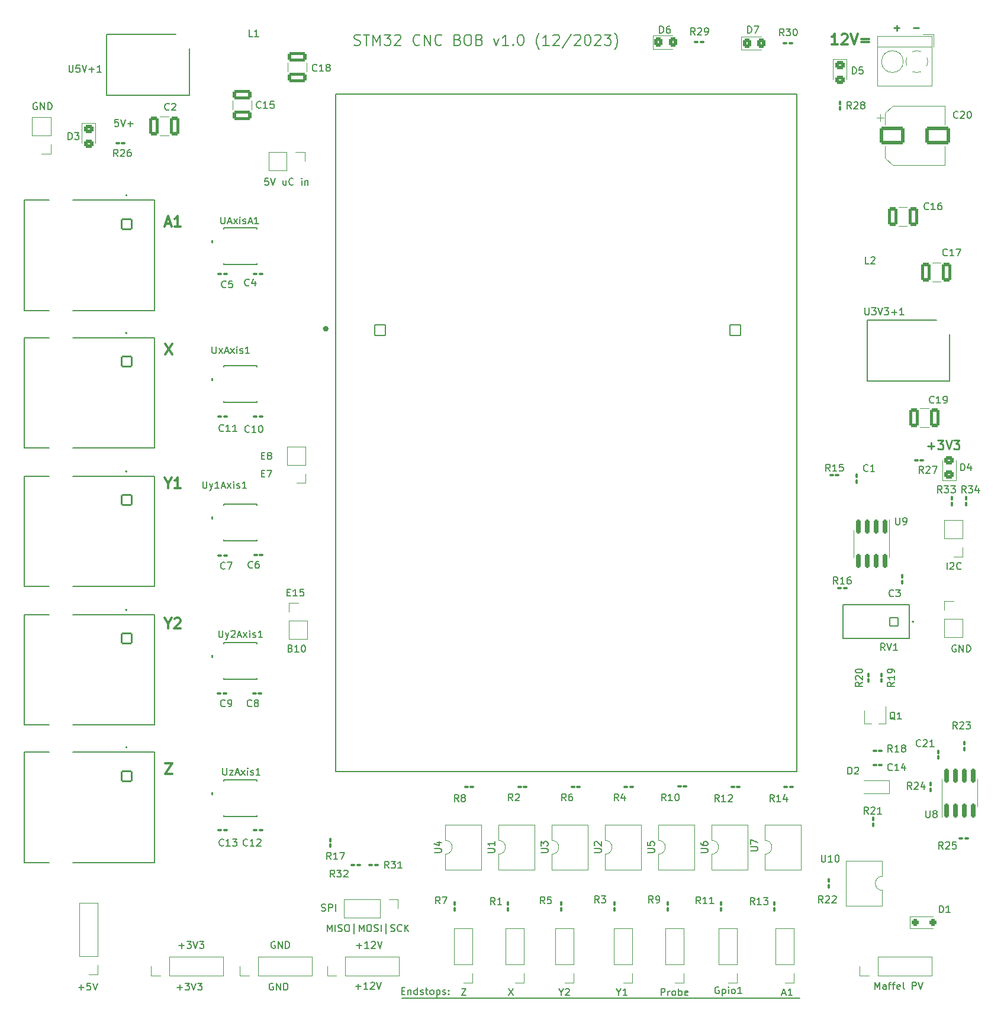
<source format=gto>
G04 #@! TF.GenerationSoftware,KiCad,Pcbnew,7.0.8*
G04 #@! TF.CreationDate,2023-12-11T18:28:00+01:00*
G04 #@! TF.ProjectId,stm_bob,73746d5f-626f-4622-9e6b-696361645f70,rev?*
G04 #@! TF.SameCoordinates,Original*
G04 #@! TF.FileFunction,Legend,Top*
G04 #@! TF.FilePolarity,Positive*
%FSLAX46Y46*%
G04 Gerber Fmt 4.6, Leading zero omitted, Abs format (unit mm)*
G04 Created by KiCad (PCBNEW 7.0.8) date 2023-12-11 18:28:00*
%MOMM*%
%LPD*%
G01*
G04 APERTURE LIST*
G04 Aperture macros list*
%AMRoundRect*
0 Rectangle with rounded corners*
0 $1 Rounding radius*
0 $2 $3 $4 $5 $6 $7 $8 $9 X,Y pos of 4 corners*
0 Add a 4 corners polygon primitive as box body*
4,1,4,$2,$3,$4,$5,$6,$7,$8,$9,$2,$3,0*
0 Add four circle primitives for the rounded corners*
1,1,$1+$1,$2,$3*
1,1,$1+$1,$4,$5*
1,1,$1+$1,$6,$7*
1,1,$1+$1,$8,$9*
0 Add four rect primitives between the rounded corners*
20,1,$1+$1,$2,$3,$4,$5,0*
20,1,$1+$1,$4,$5,$6,$7,0*
20,1,$1+$1,$6,$7,$8,$9,0*
20,1,$1+$1,$8,$9,$2,$3,0*%
G04 Aperture macros list end*
%ADD10C,0.150000*%
%ADD11C,0.300000*%
%ADD12C,0.152400*%
%ADD13C,0.177800*%
%ADD14C,0.279400*%
%ADD15C,0.250000*%
%ADD16C,0.120000*%
%ADD17C,0.127000*%
%ADD18C,0.200000*%
%ADD19C,0.400000*%
%ADD20R,1.700000X1.700000*%
%ADD21O,1.700000X1.700000*%
%ADD22R,0.650000X2.000000*%
%ADD23RoundRect,0.150000X0.150000X-0.825000X0.150000X0.825000X-0.150000X0.825000X-0.150000X-0.825000X0*%
%ADD24RoundRect,0.250000X-0.250000X-0.250000X0.250000X-0.250000X0.250000X0.250000X-0.250000X0.250000X0*%
%ADD25R,1.780000X2.000000*%
%ADD26RoundRect,0.100000X-0.217500X-0.100000X0.217500X-0.100000X0.217500X0.100000X-0.217500X0.100000X0*%
%ADD27R,1.409700X0.355600*%
%ADD28C,3.200000*%
%ADD29RoundRect,0.102000X-0.704000X0.704000X-0.704000X-0.704000X0.704000X-0.704000X0.704000X0.704000X0*%
%ADD30C,1.612000*%
%ADD31C,2.604000*%
%ADD32RoundRect,0.250000X0.450000X-0.325000X0.450000X0.325000X-0.450000X0.325000X-0.450000X-0.325000X0*%
%ADD33RoundRect,0.100000X0.217500X0.100000X-0.217500X0.100000X-0.217500X-0.100000X0.217500X-0.100000X0*%
%ADD34RoundRect,0.100000X0.100000X-0.217500X0.100000X0.217500X-0.100000X0.217500X-0.100000X-0.217500X0*%
%ADD35R,2.438400X3.505200*%
%ADD36C,2.500000*%
%ADD37RoundRect,0.102000X-0.754000X-0.754000X0.754000X-0.754000X0.754000X0.754000X-0.754000X0.754000X0*%
%ADD38C,1.712000*%
%ADD39R,3.505200X2.438400*%
%ADD40RoundRect,0.250001X-0.462499X-1.074999X0.462499X-1.074999X0.462499X1.074999X-0.462499X1.074999X0*%
%ADD41RoundRect,0.250001X-1.074999X0.462499X-1.074999X-0.462499X1.074999X-0.462499X1.074999X0.462499X0*%
%ADD42R,2.400000X2.400000*%
%ADD43C,2.400000*%
%ADD44RoundRect,0.250000X-1.500000X-1.000000X1.500000X-1.000000X1.500000X1.000000X-1.500000X1.000000X0*%
%ADD45RoundRect,0.100000X-0.100000X0.217500X-0.100000X-0.217500X0.100000X-0.217500X0.100000X0.217500X0*%
%ADD46RoundRect,0.250000X-0.450000X0.325000X-0.450000X-0.325000X0.450000X-0.325000X0.450000X0.325000X0*%
%ADD47RoundRect,0.250000X-0.325000X-0.450000X0.325000X-0.450000X0.325000X0.450000X-0.325000X0.450000X0*%
%ADD48RoundRect,0.150000X-0.150000X0.825000X-0.150000X-0.825000X0.150000X-0.825000X0.150000X0.825000X0*%
%ADD49R,1.300000X1.300000*%
%ADD50C,1.300000*%
%ADD51RoundRect,0.102000X0.609000X0.609000X-0.609000X0.609000X-0.609000X-0.609000X0.609000X-0.609000X0*%
%ADD52C,1.422000*%
%ADD53R,1.200000X1.200000*%
G04 APERTURE END LIST*
D10*
X56819969Y-53098819D02*
X56343779Y-53098819D01*
X56343779Y-53098819D02*
X56296160Y-53575009D01*
X56296160Y-53575009D02*
X56343779Y-53527390D01*
X56343779Y-53527390D02*
X56439017Y-53479771D01*
X56439017Y-53479771D02*
X56677112Y-53479771D01*
X56677112Y-53479771D02*
X56772350Y-53527390D01*
X56772350Y-53527390D02*
X56819969Y-53575009D01*
X56819969Y-53575009D02*
X56867588Y-53670247D01*
X56867588Y-53670247D02*
X56867588Y-53908342D01*
X56867588Y-53908342D02*
X56819969Y-54003580D01*
X56819969Y-54003580D02*
X56772350Y-54051200D01*
X56772350Y-54051200D02*
X56677112Y-54098819D01*
X56677112Y-54098819D02*
X56439017Y-54098819D01*
X56439017Y-54098819D02*
X56343779Y-54051200D01*
X56343779Y-54051200D02*
X56296160Y-54003580D01*
X57153303Y-53098819D02*
X57486636Y-54098819D01*
X57486636Y-54098819D02*
X57819969Y-53098819D01*
X59343779Y-53432152D02*
X59343779Y-54098819D01*
X58915208Y-53432152D02*
X58915208Y-53955961D01*
X58915208Y-53955961D02*
X58962827Y-54051200D01*
X58962827Y-54051200D02*
X59058065Y-54098819D01*
X59058065Y-54098819D02*
X59200922Y-54098819D01*
X59200922Y-54098819D02*
X59296160Y-54051200D01*
X59296160Y-54051200D02*
X59343779Y-54003580D01*
X60391398Y-54003580D02*
X60343779Y-54051200D01*
X60343779Y-54051200D02*
X60200922Y-54098819D01*
X60200922Y-54098819D02*
X60105684Y-54098819D01*
X60105684Y-54098819D02*
X59962827Y-54051200D01*
X59962827Y-54051200D02*
X59867589Y-53955961D01*
X59867589Y-53955961D02*
X59819970Y-53860723D01*
X59819970Y-53860723D02*
X59772351Y-53670247D01*
X59772351Y-53670247D02*
X59772351Y-53527390D01*
X59772351Y-53527390D02*
X59819970Y-53336914D01*
X59819970Y-53336914D02*
X59867589Y-53241676D01*
X59867589Y-53241676D02*
X59962827Y-53146438D01*
X59962827Y-53146438D02*
X60105684Y-53098819D01*
X60105684Y-53098819D02*
X60200922Y-53098819D01*
X60200922Y-53098819D02*
X60343779Y-53146438D01*
X60343779Y-53146438D02*
X60391398Y-53194057D01*
X61581875Y-54098819D02*
X61581875Y-53432152D01*
X61581875Y-53098819D02*
X61534256Y-53146438D01*
X61534256Y-53146438D02*
X61581875Y-53194057D01*
X61581875Y-53194057D02*
X61629494Y-53146438D01*
X61629494Y-53146438D02*
X61581875Y-53098819D01*
X61581875Y-53098819D02*
X61581875Y-53194057D01*
X62058065Y-53432152D02*
X62058065Y-54098819D01*
X62058065Y-53527390D02*
X62105684Y-53479771D01*
X62105684Y-53479771D02*
X62200922Y-53432152D01*
X62200922Y-53432152D02*
X62343779Y-53432152D01*
X62343779Y-53432152D02*
X62439017Y-53479771D01*
X62439017Y-53479771D02*
X62486636Y-53575009D01*
X62486636Y-53575009D02*
X62486636Y-54098819D01*
X65233779Y-160905819D02*
X65233779Y-159905819D01*
X65233779Y-159905819D02*
X65567112Y-160620104D01*
X65567112Y-160620104D02*
X65900445Y-159905819D01*
X65900445Y-159905819D02*
X65900445Y-160905819D01*
X66376636Y-160905819D02*
X66376636Y-159905819D01*
X66805207Y-160858200D02*
X66948064Y-160905819D01*
X66948064Y-160905819D02*
X67186159Y-160905819D01*
X67186159Y-160905819D02*
X67281397Y-160858200D01*
X67281397Y-160858200D02*
X67329016Y-160810580D01*
X67329016Y-160810580D02*
X67376635Y-160715342D01*
X67376635Y-160715342D02*
X67376635Y-160620104D01*
X67376635Y-160620104D02*
X67329016Y-160524866D01*
X67329016Y-160524866D02*
X67281397Y-160477247D01*
X67281397Y-160477247D02*
X67186159Y-160429628D01*
X67186159Y-160429628D02*
X66995683Y-160382009D01*
X66995683Y-160382009D02*
X66900445Y-160334390D01*
X66900445Y-160334390D02*
X66852826Y-160286771D01*
X66852826Y-160286771D02*
X66805207Y-160191533D01*
X66805207Y-160191533D02*
X66805207Y-160096295D01*
X66805207Y-160096295D02*
X66852826Y-160001057D01*
X66852826Y-160001057D02*
X66900445Y-159953438D01*
X66900445Y-159953438D02*
X66995683Y-159905819D01*
X66995683Y-159905819D02*
X67233778Y-159905819D01*
X67233778Y-159905819D02*
X67376635Y-159953438D01*
X67995683Y-159905819D02*
X68186159Y-159905819D01*
X68186159Y-159905819D02*
X68281397Y-159953438D01*
X68281397Y-159953438D02*
X68376635Y-160048676D01*
X68376635Y-160048676D02*
X68424254Y-160239152D01*
X68424254Y-160239152D02*
X68424254Y-160572485D01*
X68424254Y-160572485D02*
X68376635Y-160762961D01*
X68376635Y-160762961D02*
X68281397Y-160858200D01*
X68281397Y-160858200D02*
X68186159Y-160905819D01*
X68186159Y-160905819D02*
X67995683Y-160905819D01*
X67995683Y-160905819D02*
X67900445Y-160858200D01*
X67900445Y-160858200D02*
X67805207Y-160762961D01*
X67805207Y-160762961D02*
X67757588Y-160572485D01*
X67757588Y-160572485D02*
X67757588Y-160239152D01*
X67757588Y-160239152D02*
X67805207Y-160048676D01*
X67805207Y-160048676D02*
X67900445Y-159953438D01*
X67900445Y-159953438D02*
X67995683Y-159905819D01*
X69090921Y-161239152D02*
X69090921Y-159810580D01*
X69805207Y-160905819D02*
X69805207Y-159905819D01*
X69805207Y-159905819D02*
X70138540Y-160620104D01*
X70138540Y-160620104D02*
X70471873Y-159905819D01*
X70471873Y-159905819D02*
X70471873Y-160905819D01*
X71138540Y-159905819D02*
X71329016Y-159905819D01*
X71329016Y-159905819D02*
X71424254Y-159953438D01*
X71424254Y-159953438D02*
X71519492Y-160048676D01*
X71519492Y-160048676D02*
X71567111Y-160239152D01*
X71567111Y-160239152D02*
X71567111Y-160572485D01*
X71567111Y-160572485D02*
X71519492Y-160762961D01*
X71519492Y-160762961D02*
X71424254Y-160858200D01*
X71424254Y-160858200D02*
X71329016Y-160905819D01*
X71329016Y-160905819D02*
X71138540Y-160905819D01*
X71138540Y-160905819D02*
X71043302Y-160858200D01*
X71043302Y-160858200D02*
X70948064Y-160762961D01*
X70948064Y-160762961D02*
X70900445Y-160572485D01*
X70900445Y-160572485D02*
X70900445Y-160239152D01*
X70900445Y-160239152D02*
X70948064Y-160048676D01*
X70948064Y-160048676D02*
X71043302Y-159953438D01*
X71043302Y-159953438D02*
X71138540Y-159905819D01*
X71948064Y-160858200D02*
X72090921Y-160905819D01*
X72090921Y-160905819D02*
X72329016Y-160905819D01*
X72329016Y-160905819D02*
X72424254Y-160858200D01*
X72424254Y-160858200D02*
X72471873Y-160810580D01*
X72471873Y-160810580D02*
X72519492Y-160715342D01*
X72519492Y-160715342D02*
X72519492Y-160620104D01*
X72519492Y-160620104D02*
X72471873Y-160524866D01*
X72471873Y-160524866D02*
X72424254Y-160477247D01*
X72424254Y-160477247D02*
X72329016Y-160429628D01*
X72329016Y-160429628D02*
X72138540Y-160382009D01*
X72138540Y-160382009D02*
X72043302Y-160334390D01*
X72043302Y-160334390D02*
X71995683Y-160286771D01*
X71995683Y-160286771D02*
X71948064Y-160191533D01*
X71948064Y-160191533D02*
X71948064Y-160096295D01*
X71948064Y-160096295D02*
X71995683Y-160001057D01*
X71995683Y-160001057D02*
X72043302Y-159953438D01*
X72043302Y-159953438D02*
X72138540Y-159905819D01*
X72138540Y-159905819D02*
X72376635Y-159905819D01*
X72376635Y-159905819D02*
X72519492Y-159953438D01*
X72948064Y-160905819D02*
X72948064Y-159905819D01*
X73662349Y-161239152D02*
X73662349Y-159810580D01*
X74329016Y-160858200D02*
X74471873Y-160905819D01*
X74471873Y-160905819D02*
X74709968Y-160905819D01*
X74709968Y-160905819D02*
X74805206Y-160858200D01*
X74805206Y-160858200D02*
X74852825Y-160810580D01*
X74852825Y-160810580D02*
X74900444Y-160715342D01*
X74900444Y-160715342D02*
X74900444Y-160620104D01*
X74900444Y-160620104D02*
X74852825Y-160524866D01*
X74852825Y-160524866D02*
X74805206Y-160477247D01*
X74805206Y-160477247D02*
X74709968Y-160429628D01*
X74709968Y-160429628D02*
X74519492Y-160382009D01*
X74519492Y-160382009D02*
X74424254Y-160334390D01*
X74424254Y-160334390D02*
X74376635Y-160286771D01*
X74376635Y-160286771D02*
X74329016Y-160191533D01*
X74329016Y-160191533D02*
X74329016Y-160096295D01*
X74329016Y-160096295D02*
X74376635Y-160001057D01*
X74376635Y-160001057D02*
X74424254Y-159953438D01*
X74424254Y-159953438D02*
X74519492Y-159905819D01*
X74519492Y-159905819D02*
X74757587Y-159905819D01*
X74757587Y-159905819D02*
X74900444Y-159953438D01*
X75900444Y-160810580D02*
X75852825Y-160858200D01*
X75852825Y-160858200D02*
X75709968Y-160905819D01*
X75709968Y-160905819D02*
X75614730Y-160905819D01*
X75614730Y-160905819D02*
X75471873Y-160858200D01*
X75471873Y-160858200D02*
X75376635Y-160762961D01*
X75376635Y-160762961D02*
X75329016Y-160667723D01*
X75329016Y-160667723D02*
X75281397Y-160477247D01*
X75281397Y-160477247D02*
X75281397Y-160334390D01*
X75281397Y-160334390D02*
X75329016Y-160143914D01*
X75329016Y-160143914D02*
X75376635Y-160048676D01*
X75376635Y-160048676D02*
X75471873Y-159953438D01*
X75471873Y-159953438D02*
X75614730Y-159905819D01*
X75614730Y-159905819D02*
X75709968Y-159905819D01*
X75709968Y-159905819D02*
X75852825Y-159953438D01*
X75852825Y-159953438D02*
X75900444Y-160001057D01*
X76329016Y-160905819D02*
X76329016Y-159905819D01*
X76900444Y-160905819D02*
X76471873Y-160334390D01*
X76900444Y-159905819D02*
X76329016Y-160477247D01*
X64424160Y-157937200D02*
X64567017Y-157984819D01*
X64567017Y-157984819D02*
X64805112Y-157984819D01*
X64805112Y-157984819D02*
X64900350Y-157937200D01*
X64900350Y-157937200D02*
X64947969Y-157889580D01*
X64947969Y-157889580D02*
X64995588Y-157794342D01*
X64995588Y-157794342D02*
X64995588Y-157699104D01*
X64995588Y-157699104D02*
X64947969Y-157603866D01*
X64947969Y-157603866D02*
X64900350Y-157556247D01*
X64900350Y-157556247D02*
X64805112Y-157508628D01*
X64805112Y-157508628D02*
X64614636Y-157461009D01*
X64614636Y-157461009D02*
X64519398Y-157413390D01*
X64519398Y-157413390D02*
X64471779Y-157365771D01*
X64471779Y-157365771D02*
X64424160Y-157270533D01*
X64424160Y-157270533D02*
X64424160Y-157175295D01*
X64424160Y-157175295D02*
X64471779Y-157080057D01*
X64471779Y-157080057D02*
X64519398Y-157032438D01*
X64519398Y-157032438D02*
X64614636Y-156984819D01*
X64614636Y-156984819D02*
X64852731Y-156984819D01*
X64852731Y-156984819D02*
X64995588Y-157032438D01*
X65424160Y-157984819D02*
X65424160Y-156984819D01*
X65424160Y-156984819D02*
X65805112Y-156984819D01*
X65805112Y-156984819D02*
X65900350Y-157032438D01*
X65900350Y-157032438D02*
X65947969Y-157080057D01*
X65947969Y-157080057D02*
X65995588Y-157175295D01*
X65995588Y-157175295D02*
X65995588Y-157318152D01*
X65995588Y-157318152D02*
X65947969Y-157413390D01*
X65947969Y-157413390D02*
X65900350Y-157461009D01*
X65900350Y-157461009D02*
X65805112Y-157508628D01*
X65805112Y-157508628D02*
X65424160Y-157508628D01*
X66424160Y-157984819D02*
X66424160Y-156984819D01*
X75946000Y-170434000D02*
X132842000Y-170434000D01*
D11*
X42067653Y-76786828D02*
X43067653Y-78286828D01*
X43067653Y-76786828D02*
X42067653Y-78286828D01*
X138246225Y-33963828D02*
X137389082Y-33963828D01*
X137817653Y-33963828D02*
X137817653Y-32463828D01*
X137817653Y-32463828D02*
X137674796Y-32678114D01*
X137674796Y-32678114D02*
X137531939Y-32820971D01*
X137531939Y-32820971D02*
X137389082Y-32892400D01*
X138817653Y-32606685D02*
X138889081Y-32535257D01*
X138889081Y-32535257D02*
X139031939Y-32463828D01*
X139031939Y-32463828D02*
X139389081Y-32463828D01*
X139389081Y-32463828D02*
X139531939Y-32535257D01*
X139531939Y-32535257D02*
X139603367Y-32606685D01*
X139603367Y-32606685D02*
X139674796Y-32749542D01*
X139674796Y-32749542D02*
X139674796Y-32892400D01*
X139674796Y-32892400D02*
X139603367Y-33106685D01*
X139603367Y-33106685D02*
X138746224Y-33963828D01*
X138746224Y-33963828D02*
X139674796Y-33963828D01*
X140103367Y-32463828D02*
X140603367Y-33963828D01*
X140603367Y-33963828D02*
X141103367Y-32463828D01*
X141603366Y-33178114D02*
X142746224Y-33178114D01*
X142746224Y-33606685D02*
X141603366Y-33606685D01*
D10*
X84442541Y-169049819D02*
X85109207Y-169049819D01*
X85109207Y-169049819D02*
X84442541Y-170049819D01*
X84442541Y-170049819D02*
X85109207Y-170049819D01*
X55835779Y-95358009D02*
X56169112Y-95358009D01*
X56311969Y-95881819D02*
X55835779Y-95881819D01*
X55835779Y-95881819D02*
X55835779Y-94881819D01*
X55835779Y-94881819D02*
X56311969Y-94881819D01*
X56645303Y-94881819D02*
X57311969Y-94881819D01*
X57311969Y-94881819D02*
X56883398Y-95881819D01*
X112985779Y-170049819D02*
X112985779Y-169049819D01*
X112985779Y-169049819D02*
X113366731Y-169049819D01*
X113366731Y-169049819D02*
X113461969Y-169097438D01*
X113461969Y-169097438D02*
X113509588Y-169145057D01*
X113509588Y-169145057D02*
X113557207Y-169240295D01*
X113557207Y-169240295D02*
X113557207Y-169383152D01*
X113557207Y-169383152D02*
X113509588Y-169478390D01*
X113509588Y-169478390D02*
X113461969Y-169526009D01*
X113461969Y-169526009D02*
X113366731Y-169573628D01*
X113366731Y-169573628D02*
X112985779Y-169573628D01*
X113985779Y-170049819D02*
X113985779Y-169383152D01*
X113985779Y-169573628D02*
X114033398Y-169478390D01*
X114033398Y-169478390D02*
X114081017Y-169430771D01*
X114081017Y-169430771D02*
X114176255Y-169383152D01*
X114176255Y-169383152D02*
X114271493Y-169383152D01*
X114747684Y-170049819D02*
X114652446Y-170002200D01*
X114652446Y-170002200D02*
X114604827Y-169954580D01*
X114604827Y-169954580D02*
X114557208Y-169859342D01*
X114557208Y-169859342D02*
X114557208Y-169573628D01*
X114557208Y-169573628D02*
X114604827Y-169478390D01*
X114604827Y-169478390D02*
X114652446Y-169430771D01*
X114652446Y-169430771D02*
X114747684Y-169383152D01*
X114747684Y-169383152D02*
X114890541Y-169383152D01*
X114890541Y-169383152D02*
X114985779Y-169430771D01*
X114985779Y-169430771D02*
X115033398Y-169478390D01*
X115033398Y-169478390D02*
X115081017Y-169573628D01*
X115081017Y-169573628D02*
X115081017Y-169859342D01*
X115081017Y-169859342D02*
X115033398Y-169954580D01*
X115033398Y-169954580D02*
X114985779Y-170002200D01*
X114985779Y-170002200D02*
X114890541Y-170049819D01*
X114890541Y-170049819D02*
X114747684Y-170049819D01*
X115509589Y-170049819D02*
X115509589Y-169049819D01*
X115509589Y-169430771D02*
X115604827Y-169383152D01*
X115604827Y-169383152D02*
X115795303Y-169383152D01*
X115795303Y-169383152D02*
X115890541Y-169430771D01*
X115890541Y-169430771D02*
X115938160Y-169478390D01*
X115938160Y-169478390D02*
X115985779Y-169573628D01*
X115985779Y-169573628D02*
X115985779Y-169859342D01*
X115985779Y-169859342D02*
X115938160Y-169954580D01*
X115938160Y-169954580D02*
X115890541Y-170002200D01*
X115890541Y-170002200D02*
X115795303Y-170049819D01*
X115795303Y-170049819D02*
X115604827Y-170049819D01*
X115604827Y-170049819D02*
X115509589Y-170002200D01*
X116795303Y-170002200D02*
X116700065Y-170049819D01*
X116700065Y-170049819D02*
X116509589Y-170049819D01*
X116509589Y-170049819D02*
X116414351Y-170002200D01*
X116414351Y-170002200D02*
X116366732Y-169906961D01*
X116366732Y-169906961D02*
X116366732Y-169526009D01*
X116366732Y-169526009D02*
X116414351Y-169430771D01*
X116414351Y-169430771D02*
X116509589Y-169383152D01*
X116509589Y-169383152D02*
X116700065Y-169383152D01*
X116700065Y-169383152D02*
X116795303Y-169430771D01*
X116795303Y-169430771D02*
X116842922Y-169526009D01*
X116842922Y-169526009D02*
X116842922Y-169621247D01*
X116842922Y-169621247D02*
X116366732Y-169716485D01*
X69424779Y-162937866D02*
X70186684Y-162937866D01*
X69805731Y-163318819D02*
X69805731Y-162556914D01*
X71186683Y-163318819D02*
X70615255Y-163318819D01*
X70900969Y-163318819D02*
X70900969Y-162318819D01*
X70900969Y-162318819D02*
X70805731Y-162461676D01*
X70805731Y-162461676D02*
X70710493Y-162556914D01*
X70710493Y-162556914D02*
X70615255Y-162604533D01*
X71567636Y-162414057D02*
X71615255Y-162366438D01*
X71615255Y-162366438D02*
X71710493Y-162318819D01*
X71710493Y-162318819D02*
X71948588Y-162318819D01*
X71948588Y-162318819D02*
X72043826Y-162366438D01*
X72043826Y-162366438D02*
X72091445Y-162414057D01*
X72091445Y-162414057D02*
X72139064Y-162509295D01*
X72139064Y-162509295D02*
X72139064Y-162604533D01*
X72139064Y-162604533D02*
X72091445Y-162747390D01*
X72091445Y-162747390D02*
X71520017Y-163318819D01*
X71520017Y-163318819D02*
X72139064Y-163318819D01*
X72424779Y-162318819D02*
X72758112Y-163318819D01*
X72758112Y-163318819D02*
X73091445Y-162318819D01*
X69297779Y-168779866D02*
X70059684Y-168779866D01*
X69678731Y-169160819D02*
X69678731Y-168398914D01*
X71059683Y-169160819D02*
X70488255Y-169160819D01*
X70773969Y-169160819D02*
X70773969Y-168160819D01*
X70773969Y-168160819D02*
X70678731Y-168303676D01*
X70678731Y-168303676D02*
X70583493Y-168398914D01*
X70583493Y-168398914D02*
X70488255Y-168446533D01*
X71440636Y-168256057D02*
X71488255Y-168208438D01*
X71488255Y-168208438D02*
X71583493Y-168160819D01*
X71583493Y-168160819D02*
X71821588Y-168160819D01*
X71821588Y-168160819D02*
X71916826Y-168208438D01*
X71916826Y-168208438D02*
X71964445Y-168256057D01*
X71964445Y-168256057D02*
X72012064Y-168351295D01*
X72012064Y-168351295D02*
X72012064Y-168446533D01*
X72012064Y-168446533D02*
X71964445Y-168589390D01*
X71964445Y-168589390D02*
X71393017Y-169160819D01*
X71393017Y-169160819D02*
X72012064Y-169160819D01*
X72297779Y-168160819D02*
X72631112Y-169160819D01*
X72631112Y-169160819D02*
X72964445Y-168160819D01*
D12*
X23734358Y-42334116D02*
X23637596Y-42285735D01*
X23637596Y-42285735D02*
X23492453Y-42285735D01*
X23492453Y-42285735D02*
X23347310Y-42334116D01*
X23347310Y-42334116D02*
X23250548Y-42430878D01*
X23250548Y-42430878D02*
X23202167Y-42527640D01*
X23202167Y-42527640D02*
X23153786Y-42721164D01*
X23153786Y-42721164D02*
X23153786Y-42866307D01*
X23153786Y-42866307D02*
X23202167Y-43059831D01*
X23202167Y-43059831D02*
X23250548Y-43156593D01*
X23250548Y-43156593D02*
X23347310Y-43253355D01*
X23347310Y-43253355D02*
X23492453Y-43301735D01*
X23492453Y-43301735D02*
X23589215Y-43301735D01*
X23589215Y-43301735D02*
X23734358Y-43253355D01*
X23734358Y-43253355D02*
X23782739Y-43204974D01*
X23782739Y-43204974D02*
X23782739Y-42866307D01*
X23782739Y-42866307D02*
X23589215Y-42866307D01*
X24218167Y-43301735D02*
X24218167Y-42285735D01*
X24218167Y-42285735D02*
X24798739Y-43301735D01*
X24798739Y-43301735D02*
X24798739Y-42285735D01*
X25282548Y-43301735D02*
X25282548Y-42285735D01*
X25282548Y-42285735D02*
X25524453Y-42285735D01*
X25524453Y-42285735D02*
X25669596Y-42334116D01*
X25669596Y-42334116D02*
X25766358Y-42430878D01*
X25766358Y-42430878D02*
X25814739Y-42527640D01*
X25814739Y-42527640D02*
X25863120Y-42721164D01*
X25863120Y-42721164D02*
X25863120Y-42866307D01*
X25863120Y-42866307D02*
X25814739Y-43059831D01*
X25814739Y-43059831D02*
X25766358Y-43156593D01*
X25766358Y-43156593D02*
X25669596Y-43253355D01*
X25669596Y-43253355D02*
X25524453Y-43301735D01*
X25524453Y-43301735D02*
X25282548Y-43301735D01*
D10*
X57502588Y-168335438D02*
X57407350Y-168287819D01*
X57407350Y-168287819D02*
X57264493Y-168287819D01*
X57264493Y-168287819D02*
X57121636Y-168335438D01*
X57121636Y-168335438D02*
X57026398Y-168430676D01*
X57026398Y-168430676D02*
X56978779Y-168525914D01*
X56978779Y-168525914D02*
X56931160Y-168716390D01*
X56931160Y-168716390D02*
X56931160Y-168859247D01*
X56931160Y-168859247D02*
X56978779Y-169049723D01*
X56978779Y-169049723D02*
X57026398Y-169144961D01*
X57026398Y-169144961D02*
X57121636Y-169240200D01*
X57121636Y-169240200D02*
X57264493Y-169287819D01*
X57264493Y-169287819D02*
X57359731Y-169287819D01*
X57359731Y-169287819D02*
X57502588Y-169240200D01*
X57502588Y-169240200D02*
X57550207Y-169192580D01*
X57550207Y-169192580D02*
X57550207Y-168859247D01*
X57550207Y-168859247D02*
X57359731Y-168859247D01*
X57978779Y-169287819D02*
X57978779Y-168287819D01*
X57978779Y-168287819D02*
X58550207Y-169287819D01*
X58550207Y-169287819D02*
X58550207Y-168287819D01*
X59026398Y-169287819D02*
X59026398Y-168287819D01*
X59026398Y-168287819D02*
X59264493Y-168287819D01*
X59264493Y-168287819D02*
X59407350Y-168335438D01*
X59407350Y-168335438D02*
X59502588Y-168430676D01*
X59502588Y-168430676D02*
X59550207Y-168525914D01*
X59550207Y-168525914D02*
X59597826Y-168716390D01*
X59597826Y-168716390D02*
X59597826Y-168859247D01*
X59597826Y-168859247D02*
X59550207Y-169049723D01*
X59550207Y-169049723D02*
X59502588Y-169144961D01*
X59502588Y-169144961D02*
X59407350Y-169240200D01*
X59407350Y-169240200D02*
X59264493Y-169287819D01*
X59264493Y-169287819D02*
X59026398Y-169287819D01*
D11*
X42496225Y-116815542D02*
X42496225Y-117529828D01*
X41996225Y-116029828D02*
X42496225Y-116815542D01*
X42496225Y-116815542D02*
X42996225Y-116029828D01*
X43424796Y-116172685D02*
X43496224Y-116101257D01*
X43496224Y-116101257D02*
X43639082Y-116029828D01*
X43639082Y-116029828D02*
X43996224Y-116029828D01*
X43996224Y-116029828D02*
X44139082Y-116101257D01*
X44139082Y-116101257D02*
X44210510Y-116172685D01*
X44210510Y-116172685D02*
X44281939Y-116315542D01*
X44281939Y-116315542D02*
X44281939Y-116458400D01*
X44281939Y-116458400D02*
X44210510Y-116672685D01*
X44210510Y-116672685D02*
X43353367Y-117529828D01*
X43353367Y-117529828D02*
X44281939Y-117529828D01*
D12*
X35369977Y-44698735D02*
X34886167Y-44698735D01*
X34886167Y-44698735D02*
X34837786Y-45182545D01*
X34837786Y-45182545D02*
X34886167Y-45134164D01*
X34886167Y-45134164D02*
X34982929Y-45085783D01*
X34982929Y-45085783D02*
X35224834Y-45085783D01*
X35224834Y-45085783D02*
X35321596Y-45134164D01*
X35321596Y-45134164D02*
X35369977Y-45182545D01*
X35369977Y-45182545D02*
X35418358Y-45279307D01*
X35418358Y-45279307D02*
X35418358Y-45521212D01*
X35418358Y-45521212D02*
X35369977Y-45617974D01*
X35369977Y-45617974D02*
X35321596Y-45666355D01*
X35321596Y-45666355D02*
X35224834Y-45714735D01*
X35224834Y-45714735D02*
X34982929Y-45714735D01*
X34982929Y-45714735D02*
X34886167Y-45666355D01*
X34886167Y-45666355D02*
X34837786Y-45617974D01*
X35708643Y-44698735D02*
X36047310Y-45714735D01*
X36047310Y-45714735D02*
X36385977Y-44698735D01*
X36724643Y-45327688D02*
X37498739Y-45327688D01*
X37111691Y-45714735D02*
X37111691Y-44940640D01*
D10*
X57756588Y-162366438D02*
X57661350Y-162318819D01*
X57661350Y-162318819D02*
X57518493Y-162318819D01*
X57518493Y-162318819D02*
X57375636Y-162366438D01*
X57375636Y-162366438D02*
X57280398Y-162461676D01*
X57280398Y-162461676D02*
X57232779Y-162556914D01*
X57232779Y-162556914D02*
X57185160Y-162747390D01*
X57185160Y-162747390D02*
X57185160Y-162890247D01*
X57185160Y-162890247D02*
X57232779Y-163080723D01*
X57232779Y-163080723D02*
X57280398Y-163175961D01*
X57280398Y-163175961D02*
X57375636Y-163271200D01*
X57375636Y-163271200D02*
X57518493Y-163318819D01*
X57518493Y-163318819D02*
X57613731Y-163318819D01*
X57613731Y-163318819D02*
X57756588Y-163271200D01*
X57756588Y-163271200D02*
X57804207Y-163223580D01*
X57804207Y-163223580D02*
X57804207Y-162890247D01*
X57804207Y-162890247D02*
X57613731Y-162890247D01*
X58232779Y-163318819D02*
X58232779Y-162318819D01*
X58232779Y-162318819D02*
X58804207Y-163318819D01*
X58804207Y-163318819D02*
X58804207Y-162318819D01*
X59280398Y-163318819D02*
X59280398Y-162318819D01*
X59280398Y-162318819D02*
X59518493Y-162318819D01*
X59518493Y-162318819D02*
X59661350Y-162366438D01*
X59661350Y-162366438D02*
X59756588Y-162461676D01*
X59756588Y-162461676D02*
X59804207Y-162556914D01*
X59804207Y-162556914D02*
X59851826Y-162747390D01*
X59851826Y-162747390D02*
X59851826Y-162890247D01*
X59851826Y-162890247D02*
X59804207Y-163080723D01*
X59804207Y-163080723D02*
X59756588Y-163175961D01*
X59756588Y-163175961D02*
X59661350Y-163271200D01*
X59661350Y-163271200D02*
X59518493Y-163318819D01*
X59518493Y-163318819D02*
X59280398Y-163318819D01*
D11*
X42067653Y-136857828D02*
X43067653Y-136857828D01*
X43067653Y-136857828D02*
X42067653Y-138357828D01*
X42067653Y-138357828D02*
X43067653Y-138357828D01*
D10*
X43770779Y-168906866D02*
X44532684Y-168906866D01*
X44151731Y-169287819D02*
X44151731Y-168525914D01*
X44913636Y-168287819D02*
X45532683Y-168287819D01*
X45532683Y-168287819D02*
X45199350Y-168668771D01*
X45199350Y-168668771D02*
X45342207Y-168668771D01*
X45342207Y-168668771D02*
X45437445Y-168716390D01*
X45437445Y-168716390D02*
X45485064Y-168764009D01*
X45485064Y-168764009D02*
X45532683Y-168859247D01*
X45532683Y-168859247D02*
X45532683Y-169097342D01*
X45532683Y-169097342D02*
X45485064Y-169192580D01*
X45485064Y-169192580D02*
X45437445Y-169240200D01*
X45437445Y-169240200D02*
X45342207Y-169287819D01*
X45342207Y-169287819D02*
X45056493Y-169287819D01*
X45056493Y-169287819D02*
X44961255Y-169240200D01*
X44961255Y-169240200D02*
X44913636Y-169192580D01*
X45818398Y-168287819D02*
X46151731Y-169287819D01*
X46151731Y-169287819D02*
X46485064Y-168287819D01*
X46723160Y-168287819D02*
X47342207Y-168287819D01*
X47342207Y-168287819D02*
X47008874Y-168668771D01*
X47008874Y-168668771D02*
X47151731Y-168668771D01*
X47151731Y-168668771D02*
X47246969Y-168716390D01*
X47246969Y-168716390D02*
X47294588Y-168764009D01*
X47294588Y-168764009D02*
X47342207Y-168859247D01*
X47342207Y-168859247D02*
X47342207Y-169097342D01*
X47342207Y-169097342D02*
X47294588Y-169192580D01*
X47294588Y-169192580D02*
X47246969Y-169240200D01*
X47246969Y-169240200D02*
X47151731Y-169287819D01*
X47151731Y-169287819D02*
X46866017Y-169287819D01*
X46866017Y-169287819D02*
X46770779Y-169240200D01*
X46770779Y-169240200D02*
X46723160Y-169192580D01*
D13*
X69114258Y-34021674D02*
X69331973Y-34094245D01*
X69331973Y-34094245D02*
X69694830Y-34094245D01*
X69694830Y-34094245D02*
X69839973Y-34021674D01*
X69839973Y-34021674D02*
X69912544Y-33949102D01*
X69912544Y-33949102D02*
X69985115Y-33803959D01*
X69985115Y-33803959D02*
X69985115Y-33658816D01*
X69985115Y-33658816D02*
X69912544Y-33513674D01*
X69912544Y-33513674D02*
X69839973Y-33441102D01*
X69839973Y-33441102D02*
X69694830Y-33368531D01*
X69694830Y-33368531D02*
X69404544Y-33295959D01*
X69404544Y-33295959D02*
X69259401Y-33223388D01*
X69259401Y-33223388D02*
X69186830Y-33150816D01*
X69186830Y-33150816D02*
X69114258Y-33005674D01*
X69114258Y-33005674D02*
X69114258Y-32860531D01*
X69114258Y-32860531D02*
X69186830Y-32715388D01*
X69186830Y-32715388D02*
X69259401Y-32642816D01*
X69259401Y-32642816D02*
X69404544Y-32570245D01*
X69404544Y-32570245D02*
X69767401Y-32570245D01*
X69767401Y-32570245D02*
X69985115Y-32642816D01*
X70420544Y-32570245D02*
X71291402Y-32570245D01*
X70855973Y-34094245D02*
X70855973Y-32570245D01*
X71799402Y-34094245D02*
X71799402Y-32570245D01*
X71799402Y-32570245D02*
X72307402Y-33658816D01*
X72307402Y-33658816D02*
X72815402Y-32570245D01*
X72815402Y-32570245D02*
X72815402Y-34094245D01*
X73395973Y-32570245D02*
X74339401Y-32570245D01*
X74339401Y-32570245D02*
X73831401Y-33150816D01*
X73831401Y-33150816D02*
X74049116Y-33150816D01*
X74049116Y-33150816D02*
X74194259Y-33223388D01*
X74194259Y-33223388D02*
X74266830Y-33295959D01*
X74266830Y-33295959D02*
X74339401Y-33441102D01*
X74339401Y-33441102D02*
X74339401Y-33803959D01*
X74339401Y-33803959D02*
X74266830Y-33949102D01*
X74266830Y-33949102D02*
X74194259Y-34021674D01*
X74194259Y-34021674D02*
X74049116Y-34094245D01*
X74049116Y-34094245D02*
X73613687Y-34094245D01*
X73613687Y-34094245D02*
X73468544Y-34021674D01*
X73468544Y-34021674D02*
X73395973Y-33949102D01*
X74919973Y-32715388D02*
X74992545Y-32642816D01*
X74992545Y-32642816D02*
X75137688Y-32570245D01*
X75137688Y-32570245D02*
X75500545Y-32570245D01*
X75500545Y-32570245D02*
X75645688Y-32642816D01*
X75645688Y-32642816D02*
X75718259Y-32715388D01*
X75718259Y-32715388D02*
X75790830Y-32860531D01*
X75790830Y-32860531D02*
X75790830Y-33005674D01*
X75790830Y-33005674D02*
X75718259Y-33223388D01*
X75718259Y-33223388D02*
X74847402Y-34094245D01*
X74847402Y-34094245D02*
X75790830Y-34094245D01*
X78475974Y-33949102D02*
X78403402Y-34021674D01*
X78403402Y-34021674D02*
X78185688Y-34094245D01*
X78185688Y-34094245D02*
X78040545Y-34094245D01*
X78040545Y-34094245D02*
X77822831Y-34021674D01*
X77822831Y-34021674D02*
X77677688Y-33876531D01*
X77677688Y-33876531D02*
X77605117Y-33731388D01*
X77605117Y-33731388D02*
X77532545Y-33441102D01*
X77532545Y-33441102D02*
X77532545Y-33223388D01*
X77532545Y-33223388D02*
X77605117Y-32933102D01*
X77605117Y-32933102D02*
X77677688Y-32787959D01*
X77677688Y-32787959D02*
X77822831Y-32642816D01*
X77822831Y-32642816D02*
X78040545Y-32570245D01*
X78040545Y-32570245D02*
X78185688Y-32570245D01*
X78185688Y-32570245D02*
X78403402Y-32642816D01*
X78403402Y-32642816D02*
X78475974Y-32715388D01*
X79129117Y-34094245D02*
X79129117Y-32570245D01*
X79129117Y-32570245D02*
X79999974Y-34094245D01*
X79999974Y-34094245D02*
X79999974Y-32570245D01*
X81596545Y-33949102D02*
X81523973Y-34021674D01*
X81523973Y-34021674D02*
X81306259Y-34094245D01*
X81306259Y-34094245D02*
X81161116Y-34094245D01*
X81161116Y-34094245D02*
X80943402Y-34021674D01*
X80943402Y-34021674D02*
X80798259Y-33876531D01*
X80798259Y-33876531D02*
X80725688Y-33731388D01*
X80725688Y-33731388D02*
X80653116Y-33441102D01*
X80653116Y-33441102D02*
X80653116Y-33223388D01*
X80653116Y-33223388D02*
X80725688Y-32933102D01*
X80725688Y-32933102D02*
X80798259Y-32787959D01*
X80798259Y-32787959D02*
X80943402Y-32642816D01*
X80943402Y-32642816D02*
X81161116Y-32570245D01*
X81161116Y-32570245D02*
X81306259Y-32570245D01*
X81306259Y-32570245D02*
X81523973Y-32642816D01*
X81523973Y-32642816D02*
X81596545Y-32715388D01*
X83918831Y-33295959D02*
X84136545Y-33368531D01*
X84136545Y-33368531D02*
X84209116Y-33441102D01*
X84209116Y-33441102D02*
X84281688Y-33586245D01*
X84281688Y-33586245D02*
X84281688Y-33803959D01*
X84281688Y-33803959D02*
X84209116Y-33949102D01*
X84209116Y-33949102D02*
X84136545Y-34021674D01*
X84136545Y-34021674D02*
X83991402Y-34094245D01*
X83991402Y-34094245D02*
X83410831Y-34094245D01*
X83410831Y-34094245D02*
X83410831Y-32570245D01*
X83410831Y-32570245D02*
X83918831Y-32570245D01*
X83918831Y-32570245D02*
X84063974Y-32642816D01*
X84063974Y-32642816D02*
X84136545Y-32715388D01*
X84136545Y-32715388D02*
X84209116Y-32860531D01*
X84209116Y-32860531D02*
X84209116Y-33005674D01*
X84209116Y-33005674D02*
X84136545Y-33150816D01*
X84136545Y-33150816D02*
X84063974Y-33223388D01*
X84063974Y-33223388D02*
X83918831Y-33295959D01*
X83918831Y-33295959D02*
X83410831Y-33295959D01*
X85225116Y-32570245D02*
X85515402Y-32570245D01*
X85515402Y-32570245D02*
X85660545Y-32642816D01*
X85660545Y-32642816D02*
X85805688Y-32787959D01*
X85805688Y-32787959D02*
X85878259Y-33078245D01*
X85878259Y-33078245D02*
X85878259Y-33586245D01*
X85878259Y-33586245D02*
X85805688Y-33876531D01*
X85805688Y-33876531D02*
X85660545Y-34021674D01*
X85660545Y-34021674D02*
X85515402Y-34094245D01*
X85515402Y-34094245D02*
X85225116Y-34094245D01*
X85225116Y-34094245D02*
X85079974Y-34021674D01*
X85079974Y-34021674D02*
X84934831Y-33876531D01*
X84934831Y-33876531D02*
X84862259Y-33586245D01*
X84862259Y-33586245D02*
X84862259Y-33078245D01*
X84862259Y-33078245D02*
X84934831Y-32787959D01*
X84934831Y-32787959D02*
X85079974Y-32642816D01*
X85079974Y-32642816D02*
X85225116Y-32570245D01*
X87039402Y-33295959D02*
X87257116Y-33368531D01*
X87257116Y-33368531D02*
X87329687Y-33441102D01*
X87329687Y-33441102D02*
X87402259Y-33586245D01*
X87402259Y-33586245D02*
X87402259Y-33803959D01*
X87402259Y-33803959D02*
X87329687Y-33949102D01*
X87329687Y-33949102D02*
X87257116Y-34021674D01*
X87257116Y-34021674D02*
X87111973Y-34094245D01*
X87111973Y-34094245D02*
X86531402Y-34094245D01*
X86531402Y-34094245D02*
X86531402Y-32570245D01*
X86531402Y-32570245D02*
X87039402Y-32570245D01*
X87039402Y-32570245D02*
X87184545Y-32642816D01*
X87184545Y-32642816D02*
X87257116Y-32715388D01*
X87257116Y-32715388D02*
X87329687Y-32860531D01*
X87329687Y-32860531D02*
X87329687Y-33005674D01*
X87329687Y-33005674D02*
X87257116Y-33150816D01*
X87257116Y-33150816D02*
X87184545Y-33223388D01*
X87184545Y-33223388D02*
X87039402Y-33295959D01*
X87039402Y-33295959D02*
X86531402Y-33295959D01*
X89071402Y-33078245D02*
X89434259Y-34094245D01*
X89434259Y-34094245D02*
X89797116Y-33078245D01*
X91175973Y-34094245D02*
X90305116Y-34094245D01*
X90740545Y-34094245D02*
X90740545Y-32570245D01*
X90740545Y-32570245D02*
X90595402Y-32787959D01*
X90595402Y-32787959D02*
X90450259Y-32933102D01*
X90450259Y-32933102D02*
X90305116Y-33005674D01*
X91829117Y-33949102D02*
X91901688Y-34021674D01*
X91901688Y-34021674D02*
X91829117Y-34094245D01*
X91829117Y-34094245D02*
X91756545Y-34021674D01*
X91756545Y-34021674D02*
X91829117Y-33949102D01*
X91829117Y-33949102D02*
X91829117Y-34094245D01*
X92845116Y-32570245D02*
X92990259Y-32570245D01*
X92990259Y-32570245D02*
X93135402Y-32642816D01*
X93135402Y-32642816D02*
X93207974Y-32715388D01*
X93207974Y-32715388D02*
X93280545Y-32860531D01*
X93280545Y-32860531D02*
X93353116Y-33150816D01*
X93353116Y-33150816D02*
X93353116Y-33513674D01*
X93353116Y-33513674D02*
X93280545Y-33803959D01*
X93280545Y-33803959D02*
X93207974Y-33949102D01*
X93207974Y-33949102D02*
X93135402Y-34021674D01*
X93135402Y-34021674D02*
X92990259Y-34094245D01*
X92990259Y-34094245D02*
X92845116Y-34094245D01*
X92845116Y-34094245D02*
X92699974Y-34021674D01*
X92699974Y-34021674D02*
X92627402Y-33949102D01*
X92627402Y-33949102D02*
X92554831Y-33803959D01*
X92554831Y-33803959D02*
X92482259Y-33513674D01*
X92482259Y-33513674D02*
X92482259Y-33150816D01*
X92482259Y-33150816D02*
X92554831Y-32860531D01*
X92554831Y-32860531D02*
X92627402Y-32715388D01*
X92627402Y-32715388D02*
X92699974Y-32642816D01*
X92699974Y-32642816D02*
X92845116Y-32570245D01*
X95602831Y-34674816D02*
X95530260Y-34602245D01*
X95530260Y-34602245D02*
X95385117Y-34384531D01*
X95385117Y-34384531D02*
X95312546Y-34239388D01*
X95312546Y-34239388D02*
X95239974Y-34021674D01*
X95239974Y-34021674D02*
X95167403Y-33658816D01*
X95167403Y-33658816D02*
X95167403Y-33368531D01*
X95167403Y-33368531D02*
X95239974Y-33005674D01*
X95239974Y-33005674D02*
X95312546Y-32787959D01*
X95312546Y-32787959D02*
X95385117Y-32642816D01*
X95385117Y-32642816D02*
X95530260Y-32425102D01*
X95530260Y-32425102D02*
X95602831Y-32352531D01*
X96981688Y-34094245D02*
X96110831Y-34094245D01*
X96546260Y-34094245D02*
X96546260Y-32570245D01*
X96546260Y-32570245D02*
X96401117Y-32787959D01*
X96401117Y-32787959D02*
X96255974Y-32933102D01*
X96255974Y-32933102D02*
X96110831Y-33005674D01*
X97562260Y-32715388D02*
X97634832Y-32642816D01*
X97634832Y-32642816D02*
X97779975Y-32570245D01*
X97779975Y-32570245D02*
X98142832Y-32570245D01*
X98142832Y-32570245D02*
X98287975Y-32642816D01*
X98287975Y-32642816D02*
X98360546Y-32715388D01*
X98360546Y-32715388D02*
X98433117Y-32860531D01*
X98433117Y-32860531D02*
X98433117Y-33005674D01*
X98433117Y-33005674D02*
X98360546Y-33223388D01*
X98360546Y-33223388D02*
X97489689Y-34094245D01*
X97489689Y-34094245D02*
X98433117Y-34094245D01*
X100174832Y-32497674D02*
X98868546Y-34457102D01*
X100610260Y-32715388D02*
X100682832Y-32642816D01*
X100682832Y-32642816D02*
X100827975Y-32570245D01*
X100827975Y-32570245D02*
X101190832Y-32570245D01*
X101190832Y-32570245D02*
X101335975Y-32642816D01*
X101335975Y-32642816D02*
X101408546Y-32715388D01*
X101408546Y-32715388D02*
X101481117Y-32860531D01*
X101481117Y-32860531D02*
X101481117Y-33005674D01*
X101481117Y-33005674D02*
X101408546Y-33223388D01*
X101408546Y-33223388D02*
X100537689Y-34094245D01*
X100537689Y-34094245D02*
X101481117Y-34094245D01*
X102424546Y-32570245D02*
X102569689Y-32570245D01*
X102569689Y-32570245D02*
X102714832Y-32642816D01*
X102714832Y-32642816D02*
X102787404Y-32715388D01*
X102787404Y-32715388D02*
X102859975Y-32860531D01*
X102859975Y-32860531D02*
X102932546Y-33150816D01*
X102932546Y-33150816D02*
X102932546Y-33513674D01*
X102932546Y-33513674D02*
X102859975Y-33803959D01*
X102859975Y-33803959D02*
X102787404Y-33949102D01*
X102787404Y-33949102D02*
X102714832Y-34021674D01*
X102714832Y-34021674D02*
X102569689Y-34094245D01*
X102569689Y-34094245D02*
X102424546Y-34094245D01*
X102424546Y-34094245D02*
X102279404Y-34021674D01*
X102279404Y-34021674D02*
X102206832Y-33949102D01*
X102206832Y-33949102D02*
X102134261Y-33803959D01*
X102134261Y-33803959D02*
X102061689Y-33513674D01*
X102061689Y-33513674D02*
X102061689Y-33150816D01*
X102061689Y-33150816D02*
X102134261Y-32860531D01*
X102134261Y-32860531D02*
X102206832Y-32715388D01*
X102206832Y-32715388D02*
X102279404Y-32642816D01*
X102279404Y-32642816D02*
X102424546Y-32570245D01*
X103513118Y-32715388D02*
X103585690Y-32642816D01*
X103585690Y-32642816D02*
X103730833Y-32570245D01*
X103730833Y-32570245D02*
X104093690Y-32570245D01*
X104093690Y-32570245D02*
X104238833Y-32642816D01*
X104238833Y-32642816D02*
X104311404Y-32715388D01*
X104311404Y-32715388D02*
X104383975Y-32860531D01*
X104383975Y-32860531D02*
X104383975Y-33005674D01*
X104383975Y-33005674D02*
X104311404Y-33223388D01*
X104311404Y-33223388D02*
X103440547Y-34094245D01*
X103440547Y-34094245D02*
X104383975Y-34094245D01*
X104891976Y-32570245D02*
X105835404Y-32570245D01*
X105835404Y-32570245D02*
X105327404Y-33150816D01*
X105327404Y-33150816D02*
X105545119Y-33150816D01*
X105545119Y-33150816D02*
X105690262Y-33223388D01*
X105690262Y-33223388D02*
X105762833Y-33295959D01*
X105762833Y-33295959D02*
X105835404Y-33441102D01*
X105835404Y-33441102D02*
X105835404Y-33803959D01*
X105835404Y-33803959D02*
X105762833Y-33949102D01*
X105762833Y-33949102D02*
X105690262Y-34021674D01*
X105690262Y-34021674D02*
X105545119Y-34094245D01*
X105545119Y-34094245D02*
X105109690Y-34094245D01*
X105109690Y-34094245D02*
X104964547Y-34021674D01*
X104964547Y-34021674D02*
X104891976Y-33949102D01*
X106343405Y-34674816D02*
X106415976Y-34602245D01*
X106415976Y-34602245D02*
X106561119Y-34384531D01*
X106561119Y-34384531D02*
X106633691Y-34239388D01*
X106633691Y-34239388D02*
X106706262Y-34021674D01*
X106706262Y-34021674D02*
X106778833Y-33658816D01*
X106778833Y-33658816D02*
X106778833Y-33368531D01*
X106778833Y-33368531D02*
X106706262Y-33005674D01*
X106706262Y-33005674D02*
X106633691Y-32787959D01*
X106633691Y-32787959D02*
X106561119Y-32642816D01*
X106561119Y-32642816D02*
X106415976Y-32425102D01*
X106415976Y-32425102D02*
X106343405Y-32352531D01*
D11*
X42139082Y-59570257D02*
X42853368Y-59570257D01*
X41996225Y-59998828D02*
X42496225Y-58498828D01*
X42496225Y-58498828D02*
X42996225Y-59998828D01*
X44281939Y-59998828D02*
X43424796Y-59998828D01*
X43853367Y-59998828D02*
X43853367Y-58498828D01*
X43853367Y-58498828D02*
X43710510Y-58713114D01*
X43710510Y-58713114D02*
X43567653Y-58855971D01*
X43567653Y-58855971D02*
X43424796Y-58927400D01*
D10*
X44024779Y-162937866D02*
X44786684Y-162937866D01*
X44405731Y-163318819D02*
X44405731Y-162556914D01*
X45167636Y-162318819D02*
X45786683Y-162318819D01*
X45786683Y-162318819D02*
X45453350Y-162699771D01*
X45453350Y-162699771D02*
X45596207Y-162699771D01*
X45596207Y-162699771D02*
X45691445Y-162747390D01*
X45691445Y-162747390D02*
X45739064Y-162795009D01*
X45739064Y-162795009D02*
X45786683Y-162890247D01*
X45786683Y-162890247D02*
X45786683Y-163128342D01*
X45786683Y-163128342D02*
X45739064Y-163223580D01*
X45739064Y-163223580D02*
X45691445Y-163271200D01*
X45691445Y-163271200D02*
X45596207Y-163318819D01*
X45596207Y-163318819D02*
X45310493Y-163318819D01*
X45310493Y-163318819D02*
X45215255Y-163271200D01*
X45215255Y-163271200D02*
X45167636Y-163223580D01*
X46072398Y-162318819D02*
X46405731Y-163318819D01*
X46405731Y-163318819D02*
X46739064Y-162318819D01*
X46977160Y-162318819D02*
X47596207Y-162318819D01*
X47596207Y-162318819D02*
X47262874Y-162699771D01*
X47262874Y-162699771D02*
X47405731Y-162699771D01*
X47405731Y-162699771D02*
X47500969Y-162747390D01*
X47500969Y-162747390D02*
X47548588Y-162795009D01*
X47548588Y-162795009D02*
X47596207Y-162890247D01*
X47596207Y-162890247D02*
X47596207Y-163128342D01*
X47596207Y-163128342D02*
X47548588Y-163223580D01*
X47548588Y-163223580D02*
X47500969Y-163271200D01*
X47500969Y-163271200D02*
X47405731Y-163318819D01*
X47405731Y-163318819D02*
X47120017Y-163318819D01*
X47120017Y-163318819D02*
X47024779Y-163271200D01*
X47024779Y-163271200D02*
X46977160Y-163223580D01*
X59979112Y-120377009D02*
X60121969Y-120424628D01*
X60121969Y-120424628D02*
X60169588Y-120472247D01*
X60169588Y-120472247D02*
X60217207Y-120567485D01*
X60217207Y-120567485D02*
X60217207Y-120710342D01*
X60217207Y-120710342D02*
X60169588Y-120805580D01*
X60169588Y-120805580D02*
X60121969Y-120853200D01*
X60121969Y-120853200D02*
X60026731Y-120900819D01*
X60026731Y-120900819D02*
X59645779Y-120900819D01*
X59645779Y-120900819D02*
X59645779Y-119900819D01*
X59645779Y-119900819D02*
X59979112Y-119900819D01*
X59979112Y-119900819D02*
X60074350Y-119948438D01*
X60074350Y-119948438D02*
X60121969Y-119996057D01*
X60121969Y-119996057D02*
X60169588Y-120091295D01*
X60169588Y-120091295D02*
X60169588Y-120186533D01*
X60169588Y-120186533D02*
X60121969Y-120281771D01*
X60121969Y-120281771D02*
X60074350Y-120329390D01*
X60074350Y-120329390D02*
X59979112Y-120377009D01*
X59979112Y-120377009D02*
X59645779Y-120377009D01*
X61169588Y-120900819D02*
X60598160Y-120900819D01*
X60883874Y-120900819D02*
X60883874Y-119900819D01*
X60883874Y-119900819D02*
X60788636Y-120043676D01*
X60788636Y-120043676D02*
X60693398Y-120138914D01*
X60693398Y-120138914D02*
X60598160Y-120186533D01*
X61788636Y-119900819D02*
X61883874Y-119900819D01*
X61883874Y-119900819D02*
X61979112Y-119948438D01*
X61979112Y-119948438D02*
X62026731Y-119996057D01*
X62026731Y-119996057D02*
X62074350Y-120091295D01*
X62074350Y-120091295D02*
X62121969Y-120281771D01*
X62121969Y-120281771D02*
X62121969Y-120519866D01*
X62121969Y-120519866D02*
X62074350Y-120710342D01*
X62074350Y-120710342D02*
X62026731Y-120805580D01*
X62026731Y-120805580D02*
X61979112Y-120853200D01*
X61979112Y-120853200D02*
X61883874Y-120900819D01*
X61883874Y-120900819D02*
X61788636Y-120900819D01*
X61788636Y-120900819D02*
X61693398Y-120853200D01*
X61693398Y-120853200D02*
X61645779Y-120805580D01*
X61645779Y-120805580D02*
X61598160Y-120710342D01*
X61598160Y-120710342D02*
X61550541Y-120519866D01*
X61550541Y-120519866D02*
X61550541Y-120281771D01*
X61550541Y-120281771D02*
X61598160Y-120091295D01*
X61598160Y-120091295D02*
X61645779Y-119996057D01*
X61645779Y-119996057D02*
X61693398Y-119948438D01*
X61693398Y-119948438D02*
X61788636Y-119900819D01*
X75901779Y-169399009D02*
X76235112Y-169399009D01*
X76377969Y-169922819D02*
X75901779Y-169922819D01*
X75901779Y-169922819D02*
X75901779Y-168922819D01*
X75901779Y-168922819D02*
X76377969Y-168922819D01*
X76806541Y-169256152D02*
X76806541Y-169922819D01*
X76806541Y-169351390D02*
X76854160Y-169303771D01*
X76854160Y-169303771D02*
X76949398Y-169256152D01*
X76949398Y-169256152D02*
X77092255Y-169256152D01*
X77092255Y-169256152D02*
X77187493Y-169303771D01*
X77187493Y-169303771D02*
X77235112Y-169399009D01*
X77235112Y-169399009D02*
X77235112Y-169922819D01*
X78139874Y-169922819D02*
X78139874Y-168922819D01*
X78139874Y-169875200D02*
X78044636Y-169922819D01*
X78044636Y-169922819D02*
X77854160Y-169922819D01*
X77854160Y-169922819D02*
X77758922Y-169875200D01*
X77758922Y-169875200D02*
X77711303Y-169827580D01*
X77711303Y-169827580D02*
X77663684Y-169732342D01*
X77663684Y-169732342D02*
X77663684Y-169446628D01*
X77663684Y-169446628D02*
X77711303Y-169351390D01*
X77711303Y-169351390D02*
X77758922Y-169303771D01*
X77758922Y-169303771D02*
X77854160Y-169256152D01*
X77854160Y-169256152D02*
X78044636Y-169256152D01*
X78044636Y-169256152D02*
X78139874Y-169303771D01*
X78568446Y-169875200D02*
X78663684Y-169922819D01*
X78663684Y-169922819D02*
X78854160Y-169922819D01*
X78854160Y-169922819D02*
X78949398Y-169875200D01*
X78949398Y-169875200D02*
X78997017Y-169779961D01*
X78997017Y-169779961D02*
X78997017Y-169732342D01*
X78997017Y-169732342D02*
X78949398Y-169637104D01*
X78949398Y-169637104D02*
X78854160Y-169589485D01*
X78854160Y-169589485D02*
X78711303Y-169589485D01*
X78711303Y-169589485D02*
X78616065Y-169541866D01*
X78616065Y-169541866D02*
X78568446Y-169446628D01*
X78568446Y-169446628D02*
X78568446Y-169399009D01*
X78568446Y-169399009D02*
X78616065Y-169303771D01*
X78616065Y-169303771D02*
X78711303Y-169256152D01*
X78711303Y-169256152D02*
X78854160Y-169256152D01*
X78854160Y-169256152D02*
X78949398Y-169303771D01*
X79282732Y-169256152D02*
X79663684Y-169256152D01*
X79425589Y-168922819D02*
X79425589Y-169779961D01*
X79425589Y-169779961D02*
X79473208Y-169875200D01*
X79473208Y-169875200D02*
X79568446Y-169922819D01*
X79568446Y-169922819D02*
X79663684Y-169922819D01*
X80139875Y-169922819D02*
X80044637Y-169875200D01*
X80044637Y-169875200D02*
X79997018Y-169827580D01*
X79997018Y-169827580D02*
X79949399Y-169732342D01*
X79949399Y-169732342D02*
X79949399Y-169446628D01*
X79949399Y-169446628D02*
X79997018Y-169351390D01*
X79997018Y-169351390D02*
X80044637Y-169303771D01*
X80044637Y-169303771D02*
X80139875Y-169256152D01*
X80139875Y-169256152D02*
X80282732Y-169256152D01*
X80282732Y-169256152D02*
X80377970Y-169303771D01*
X80377970Y-169303771D02*
X80425589Y-169351390D01*
X80425589Y-169351390D02*
X80473208Y-169446628D01*
X80473208Y-169446628D02*
X80473208Y-169732342D01*
X80473208Y-169732342D02*
X80425589Y-169827580D01*
X80425589Y-169827580D02*
X80377970Y-169875200D01*
X80377970Y-169875200D02*
X80282732Y-169922819D01*
X80282732Y-169922819D02*
X80139875Y-169922819D01*
X80901780Y-169256152D02*
X80901780Y-170256152D01*
X80901780Y-169303771D02*
X80997018Y-169256152D01*
X80997018Y-169256152D02*
X81187494Y-169256152D01*
X81187494Y-169256152D02*
X81282732Y-169303771D01*
X81282732Y-169303771D02*
X81330351Y-169351390D01*
X81330351Y-169351390D02*
X81377970Y-169446628D01*
X81377970Y-169446628D02*
X81377970Y-169732342D01*
X81377970Y-169732342D02*
X81330351Y-169827580D01*
X81330351Y-169827580D02*
X81282732Y-169875200D01*
X81282732Y-169875200D02*
X81187494Y-169922819D01*
X81187494Y-169922819D02*
X80997018Y-169922819D01*
X80997018Y-169922819D02*
X80901780Y-169875200D01*
X81758923Y-169875200D02*
X81854161Y-169922819D01*
X81854161Y-169922819D02*
X82044637Y-169922819D01*
X82044637Y-169922819D02*
X82139875Y-169875200D01*
X82139875Y-169875200D02*
X82187494Y-169779961D01*
X82187494Y-169779961D02*
X82187494Y-169732342D01*
X82187494Y-169732342D02*
X82139875Y-169637104D01*
X82139875Y-169637104D02*
X82044637Y-169589485D01*
X82044637Y-169589485D02*
X81901780Y-169589485D01*
X81901780Y-169589485D02*
X81806542Y-169541866D01*
X81806542Y-169541866D02*
X81758923Y-169446628D01*
X81758923Y-169446628D02*
X81758923Y-169399009D01*
X81758923Y-169399009D02*
X81806542Y-169303771D01*
X81806542Y-169303771D02*
X81901780Y-169256152D01*
X81901780Y-169256152D02*
X82044637Y-169256152D01*
X82044637Y-169256152D02*
X82139875Y-169303771D01*
X82616066Y-169827580D02*
X82663685Y-169875200D01*
X82663685Y-169875200D02*
X82616066Y-169922819D01*
X82616066Y-169922819D02*
X82568447Y-169875200D01*
X82568447Y-169875200D02*
X82616066Y-169827580D01*
X82616066Y-169827580D02*
X82616066Y-169922819D01*
X82616066Y-169303771D02*
X82663685Y-169351390D01*
X82663685Y-169351390D02*
X82616066Y-169399009D01*
X82616066Y-169399009D02*
X82568447Y-169351390D01*
X82568447Y-169351390D02*
X82616066Y-169303771D01*
X82616066Y-169303771D02*
X82616066Y-169399009D01*
D11*
X42496225Y-96749542D02*
X42496225Y-97463828D01*
X41996225Y-95963828D02*
X42496225Y-96749542D01*
X42496225Y-96749542D02*
X42996225Y-95963828D01*
X44281939Y-97463828D02*
X43424796Y-97463828D01*
X43853367Y-97463828D02*
X43853367Y-95963828D01*
X43853367Y-95963828D02*
X43710510Y-96178114D01*
X43710510Y-96178114D02*
X43567653Y-96320971D01*
X43567653Y-96320971D02*
X43424796Y-96392400D01*
D10*
X55835779Y-92818009D02*
X56169112Y-92818009D01*
X56311969Y-93341819D02*
X55835779Y-93341819D01*
X55835779Y-93341819D02*
X55835779Y-92341819D01*
X55835779Y-92341819D02*
X56311969Y-92341819D01*
X56883398Y-92770390D02*
X56788160Y-92722771D01*
X56788160Y-92722771D02*
X56740541Y-92675152D01*
X56740541Y-92675152D02*
X56692922Y-92579914D01*
X56692922Y-92579914D02*
X56692922Y-92532295D01*
X56692922Y-92532295D02*
X56740541Y-92437057D01*
X56740541Y-92437057D02*
X56788160Y-92389438D01*
X56788160Y-92389438D02*
X56883398Y-92341819D01*
X56883398Y-92341819D02*
X57073874Y-92341819D01*
X57073874Y-92341819D02*
X57169112Y-92389438D01*
X57169112Y-92389438D02*
X57216731Y-92437057D01*
X57216731Y-92437057D02*
X57264350Y-92532295D01*
X57264350Y-92532295D02*
X57264350Y-92579914D01*
X57264350Y-92579914D02*
X57216731Y-92675152D01*
X57216731Y-92675152D02*
X57169112Y-92722771D01*
X57169112Y-92722771D02*
X57073874Y-92770390D01*
X57073874Y-92770390D02*
X56883398Y-92770390D01*
X56883398Y-92770390D02*
X56788160Y-92818009D01*
X56788160Y-92818009D02*
X56740541Y-92865628D01*
X56740541Y-92865628D02*
X56692922Y-92960866D01*
X56692922Y-92960866D02*
X56692922Y-93151342D01*
X56692922Y-93151342D02*
X56740541Y-93246580D01*
X56740541Y-93246580D02*
X56788160Y-93294200D01*
X56788160Y-93294200D02*
X56883398Y-93341819D01*
X56883398Y-93341819D02*
X57073874Y-93341819D01*
X57073874Y-93341819D02*
X57169112Y-93294200D01*
X57169112Y-93294200D02*
X57216731Y-93246580D01*
X57216731Y-93246580D02*
X57264350Y-93151342D01*
X57264350Y-93151342D02*
X57264350Y-92960866D01*
X57264350Y-92960866D02*
X57216731Y-92865628D01*
X57216731Y-92865628D02*
X57169112Y-92818009D01*
X57169112Y-92818009D02*
X57073874Y-92770390D01*
D14*
X151108195Y-91421237D02*
X152075815Y-91421237D01*
X151592005Y-91905047D02*
X151592005Y-90937428D01*
X152559624Y-90635047D02*
X153345815Y-90635047D01*
X153345815Y-90635047D02*
X152922481Y-91118856D01*
X152922481Y-91118856D02*
X153103910Y-91118856D01*
X153103910Y-91118856D02*
X153224862Y-91179332D01*
X153224862Y-91179332D02*
X153285338Y-91239809D01*
X153285338Y-91239809D02*
X153345815Y-91360761D01*
X153345815Y-91360761D02*
X153345815Y-91663142D01*
X153345815Y-91663142D02*
X153285338Y-91784094D01*
X153285338Y-91784094D02*
X153224862Y-91844571D01*
X153224862Y-91844571D02*
X153103910Y-91905047D01*
X153103910Y-91905047D02*
X152741053Y-91905047D01*
X152741053Y-91905047D02*
X152620100Y-91844571D01*
X152620100Y-91844571D02*
X152559624Y-91784094D01*
X153708672Y-90635047D02*
X154132005Y-91905047D01*
X154132005Y-91905047D02*
X154555339Y-90635047D01*
X154857719Y-90635047D02*
X155643910Y-90635047D01*
X155643910Y-90635047D02*
X155220576Y-91118856D01*
X155220576Y-91118856D02*
X155402005Y-91118856D01*
X155402005Y-91118856D02*
X155522957Y-91179332D01*
X155522957Y-91179332D02*
X155583433Y-91239809D01*
X155583433Y-91239809D02*
X155643910Y-91360761D01*
X155643910Y-91360761D02*
X155643910Y-91663142D01*
X155643910Y-91663142D02*
X155583433Y-91784094D01*
X155583433Y-91784094D02*
X155522957Y-91844571D01*
X155522957Y-91844571D02*
X155402005Y-91905047D01*
X155402005Y-91905047D02*
X155039148Y-91905047D01*
X155039148Y-91905047D02*
X154918195Y-91844571D01*
X154918195Y-91844571D02*
X154857719Y-91784094D01*
D15*
X146325568Y-31614666D02*
X147087473Y-31614666D01*
X146706520Y-31995619D02*
X146706520Y-31233714D01*
X149087473Y-31614666D02*
X149849378Y-31614666D01*
D10*
X143592779Y-169160819D02*
X143592779Y-168160819D01*
X143592779Y-168160819D02*
X143926112Y-168875104D01*
X143926112Y-168875104D02*
X144259445Y-168160819D01*
X144259445Y-168160819D02*
X144259445Y-169160819D01*
X145164207Y-169160819D02*
X145164207Y-168637009D01*
X145164207Y-168637009D02*
X145116588Y-168541771D01*
X145116588Y-168541771D02*
X145021350Y-168494152D01*
X145021350Y-168494152D02*
X144830874Y-168494152D01*
X144830874Y-168494152D02*
X144735636Y-168541771D01*
X145164207Y-169113200D02*
X145068969Y-169160819D01*
X145068969Y-169160819D02*
X144830874Y-169160819D01*
X144830874Y-169160819D02*
X144735636Y-169113200D01*
X144735636Y-169113200D02*
X144688017Y-169017961D01*
X144688017Y-169017961D02*
X144688017Y-168922723D01*
X144688017Y-168922723D02*
X144735636Y-168827485D01*
X144735636Y-168827485D02*
X144830874Y-168779866D01*
X144830874Y-168779866D02*
X145068969Y-168779866D01*
X145068969Y-168779866D02*
X145164207Y-168732247D01*
X145497541Y-168494152D02*
X145878493Y-168494152D01*
X145640398Y-169160819D02*
X145640398Y-168303676D01*
X145640398Y-168303676D02*
X145688017Y-168208438D01*
X145688017Y-168208438D02*
X145783255Y-168160819D01*
X145783255Y-168160819D02*
X145878493Y-168160819D01*
X146068970Y-168494152D02*
X146449922Y-168494152D01*
X146211827Y-169160819D02*
X146211827Y-168303676D01*
X146211827Y-168303676D02*
X146259446Y-168208438D01*
X146259446Y-168208438D02*
X146354684Y-168160819D01*
X146354684Y-168160819D02*
X146449922Y-168160819D01*
X147164208Y-169113200D02*
X147068970Y-169160819D01*
X147068970Y-169160819D02*
X146878494Y-169160819D01*
X146878494Y-169160819D02*
X146783256Y-169113200D01*
X146783256Y-169113200D02*
X146735637Y-169017961D01*
X146735637Y-169017961D02*
X146735637Y-168637009D01*
X146735637Y-168637009D02*
X146783256Y-168541771D01*
X146783256Y-168541771D02*
X146878494Y-168494152D01*
X146878494Y-168494152D02*
X147068970Y-168494152D01*
X147068970Y-168494152D02*
X147164208Y-168541771D01*
X147164208Y-168541771D02*
X147211827Y-168637009D01*
X147211827Y-168637009D02*
X147211827Y-168732247D01*
X147211827Y-168732247D02*
X146735637Y-168827485D01*
X147783256Y-169160819D02*
X147688018Y-169113200D01*
X147688018Y-169113200D02*
X147640399Y-169017961D01*
X147640399Y-169017961D02*
X147640399Y-168160819D01*
X148926114Y-169160819D02*
X148926114Y-168160819D01*
X148926114Y-168160819D02*
X149307066Y-168160819D01*
X149307066Y-168160819D02*
X149402304Y-168208438D01*
X149402304Y-168208438D02*
X149449923Y-168256057D01*
X149449923Y-168256057D02*
X149497542Y-168351295D01*
X149497542Y-168351295D02*
X149497542Y-168494152D01*
X149497542Y-168494152D02*
X149449923Y-168589390D01*
X149449923Y-168589390D02*
X149402304Y-168637009D01*
X149402304Y-168637009D02*
X149307066Y-168684628D01*
X149307066Y-168684628D02*
X148926114Y-168684628D01*
X149783257Y-168160819D02*
X150116590Y-169160819D01*
X150116590Y-169160819D02*
X150449923Y-168160819D01*
X153879779Y-109089819D02*
X153879779Y-108089819D01*
X154308350Y-108185057D02*
X154355969Y-108137438D01*
X154355969Y-108137438D02*
X154451207Y-108089819D01*
X154451207Y-108089819D02*
X154689302Y-108089819D01*
X154689302Y-108089819D02*
X154784540Y-108137438D01*
X154784540Y-108137438D02*
X154832159Y-108185057D01*
X154832159Y-108185057D02*
X154879778Y-108280295D01*
X154879778Y-108280295D02*
X154879778Y-108375533D01*
X154879778Y-108375533D02*
X154832159Y-108518390D01*
X154832159Y-108518390D02*
X154260731Y-109089819D01*
X154260731Y-109089819D02*
X154879778Y-109089819D01*
X155879778Y-108994580D02*
X155832159Y-109042200D01*
X155832159Y-109042200D02*
X155689302Y-109089819D01*
X155689302Y-109089819D02*
X155594064Y-109089819D01*
X155594064Y-109089819D02*
X155451207Y-109042200D01*
X155451207Y-109042200D02*
X155355969Y-108946961D01*
X155355969Y-108946961D02*
X155308350Y-108851723D01*
X155308350Y-108851723D02*
X155260731Y-108661247D01*
X155260731Y-108661247D02*
X155260731Y-108518390D01*
X155260731Y-108518390D02*
X155308350Y-108327914D01*
X155308350Y-108327914D02*
X155355969Y-108232676D01*
X155355969Y-108232676D02*
X155451207Y-108137438D01*
X155451207Y-108137438D02*
X155594064Y-108089819D01*
X155594064Y-108089819D02*
X155689302Y-108089819D01*
X155689302Y-108089819D02*
X155832159Y-108137438D01*
X155832159Y-108137438D02*
X155879778Y-108185057D01*
X130337160Y-169764104D02*
X130813350Y-169764104D01*
X130241922Y-170049819D02*
X130575255Y-169049819D01*
X130575255Y-169049819D02*
X130908588Y-170049819D01*
X131765731Y-170049819D02*
X131194303Y-170049819D01*
X131480017Y-170049819D02*
X131480017Y-169049819D01*
X131480017Y-169049819D02*
X131384779Y-169192676D01*
X131384779Y-169192676D02*
X131289541Y-169287914D01*
X131289541Y-169287914D02*
X131194303Y-169335533D01*
X121256588Y-168843438D02*
X121161350Y-168795819D01*
X121161350Y-168795819D02*
X121018493Y-168795819D01*
X121018493Y-168795819D02*
X120875636Y-168843438D01*
X120875636Y-168843438D02*
X120780398Y-168938676D01*
X120780398Y-168938676D02*
X120732779Y-169033914D01*
X120732779Y-169033914D02*
X120685160Y-169224390D01*
X120685160Y-169224390D02*
X120685160Y-169367247D01*
X120685160Y-169367247D02*
X120732779Y-169557723D01*
X120732779Y-169557723D02*
X120780398Y-169652961D01*
X120780398Y-169652961D02*
X120875636Y-169748200D01*
X120875636Y-169748200D02*
X121018493Y-169795819D01*
X121018493Y-169795819D02*
X121113731Y-169795819D01*
X121113731Y-169795819D02*
X121256588Y-169748200D01*
X121256588Y-169748200D02*
X121304207Y-169700580D01*
X121304207Y-169700580D02*
X121304207Y-169367247D01*
X121304207Y-169367247D02*
X121113731Y-169367247D01*
X121732779Y-169129152D02*
X121732779Y-170129152D01*
X121732779Y-169176771D02*
X121828017Y-169129152D01*
X121828017Y-169129152D02*
X122018493Y-169129152D01*
X122018493Y-169129152D02*
X122113731Y-169176771D01*
X122113731Y-169176771D02*
X122161350Y-169224390D01*
X122161350Y-169224390D02*
X122208969Y-169319628D01*
X122208969Y-169319628D02*
X122208969Y-169605342D01*
X122208969Y-169605342D02*
X122161350Y-169700580D01*
X122161350Y-169700580D02*
X122113731Y-169748200D01*
X122113731Y-169748200D02*
X122018493Y-169795819D01*
X122018493Y-169795819D02*
X121828017Y-169795819D01*
X121828017Y-169795819D02*
X121732779Y-169748200D01*
X122637541Y-169795819D02*
X122637541Y-169129152D01*
X122637541Y-168795819D02*
X122589922Y-168843438D01*
X122589922Y-168843438D02*
X122637541Y-168891057D01*
X122637541Y-168891057D02*
X122685160Y-168843438D01*
X122685160Y-168843438D02*
X122637541Y-168795819D01*
X122637541Y-168795819D02*
X122637541Y-168891057D01*
X123256588Y-169795819D02*
X123161350Y-169748200D01*
X123161350Y-169748200D02*
X123113731Y-169700580D01*
X123113731Y-169700580D02*
X123066112Y-169605342D01*
X123066112Y-169605342D02*
X123066112Y-169319628D01*
X123066112Y-169319628D02*
X123113731Y-169224390D01*
X123113731Y-169224390D02*
X123161350Y-169176771D01*
X123161350Y-169176771D02*
X123256588Y-169129152D01*
X123256588Y-169129152D02*
X123399445Y-169129152D01*
X123399445Y-169129152D02*
X123494683Y-169176771D01*
X123494683Y-169176771D02*
X123542302Y-169224390D01*
X123542302Y-169224390D02*
X123589921Y-169319628D01*
X123589921Y-169319628D02*
X123589921Y-169605342D01*
X123589921Y-169605342D02*
X123542302Y-169700580D01*
X123542302Y-169700580D02*
X123494683Y-169748200D01*
X123494683Y-169748200D02*
X123399445Y-169795819D01*
X123399445Y-169795819D02*
X123256588Y-169795819D01*
X124542302Y-169795819D02*
X123970874Y-169795819D01*
X124256588Y-169795819D02*
X124256588Y-168795819D01*
X124256588Y-168795819D02*
X124161350Y-168938676D01*
X124161350Y-168938676D02*
X124066112Y-169033914D01*
X124066112Y-169033914D02*
X123970874Y-169081533D01*
X155165588Y-119948438D02*
X155070350Y-119900819D01*
X155070350Y-119900819D02*
X154927493Y-119900819D01*
X154927493Y-119900819D02*
X154784636Y-119948438D01*
X154784636Y-119948438D02*
X154689398Y-120043676D01*
X154689398Y-120043676D02*
X154641779Y-120138914D01*
X154641779Y-120138914D02*
X154594160Y-120329390D01*
X154594160Y-120329390D02*
X154594160Y-120472247D01*
X154594160Y-120472247D02*
X154641779Y-120662723D01*
X154641779Y-120662723D02*
X154689398Y-120757961D01*
X154689398Y-120757961D02*
X154784636Y-120853200D01*
X154784636Y-120853200D02*
X154927493Y-120900819D01*
X154927493Y-120900819D02*
X155022731Y-120900819D01*
X155022731Y-120900819D02*
X155165588Y-120853200D01*
X155165588Y-120853200D02*
X155213207Y-120805580D01*
X155213207Y-120805580D02*
X155213207Y-120472247D01*
X155213207Y-120472247D02*
X155022731Y-120472247D01*
X155641779Y-120900819D02*
X155641779Y-119900819D01*
X155641779Y-119900819D02*
X156213207Y-120900819D01*
X156213207Y-120900819D02*
X156213207Y-119900819D01*
X156689398Y-120900819D02*
X156689398Y-119900819D01*
X156689398Y-119900819D02*
X156927493Y-119900819D01*
X156927493Y-119900819D02*
X157070350Y-119948438D01*
X157070350Y-119948438D02*
X157165588Y-120043676D01*
X157165588Y-120043676D02*
X157213207Y-120138914D01*
X157213207Y-120138914D02*
X157260826Y-120329390D01*
X157260826Y-120329390D02*
X157260826Y-120472247D01*
X157260826Y-120472247D02*
X157213207Y-120662723D01*
X157213207Y-120662723D02*
X157165588Y-120757961D01*
X157165588Y-120757961D02*
X157070350Y-120853200D01*
X157070350Y-120853200D02*
X156927493Y-120900819D01*
X156927493Y-120900819D02*
X156689398Y-120900819D01*
X29673779Y-168906866D02*
X30435684Y-168906866D01*
X30054731Y-169287819D02*
X30054731Y-168525914D01*
X31388064Y-168287819D02*
X30911874Y-168287819D01*
X30911874Y-168287819D02*
X30864255Y-168764009D01*
X30864255Y-168764009D02*
X30911874Y-168716390D01*
X30911874Y-168716390D02*
X31007112Y-168668771D01*
X31007112Y-168668771D02*
X31245207Y-168668771D01*
X31245207Y-168668771D02*
X31340445Y-168716390D01*
X31340445Y-168716390D02*
X31388064Y-168764009D01*
X31388064Y-168764009D02*
X31435683Y-168859247D01*
X31435683Y-168859247D02*
X31435683Y-169097342D01*
X31435683Y-169097342D02*
X31388064Y-169192580D01*
X31388064Y-169192580D02*
X31340445Y-169240200D01*
X31340445Y-169240200D02*
X31245207Y-169287819D01*
X31245207Y-169287819D02*
X31007112Y-169287819D01*
X31007112Y-169287819D02*
X30911874Y-169240200D01*
X30911874Y-169240200D02*
X30864255Y-169192580D01*
X31721398Y-168287819D02*
X32054731Y-169287819D01*
X32054731Y-169287819D02*
X32388064Y-168287819D01*
X91173541Y-169049819D02*
X91840207Y-170049819D01*
X91840207Y-169049819D02*
X91173541Y-170049819D01*
X106953255Y-169573628D02*
X106953255Y-170049819D01*
X106619922Y-169049819D02*
X106953255Y-169573628D01*
X106953255Y-169573628D02*
X107286588Y-169049819D01*
X108143731Y-170049819D02*
X107572303Y-170049819D01*
X107858017Y-170049819D02*
X107858017Y-169049819D01*
X107858017Y-169049819D02*
X107762779Y-169192676D01*
X107762779Y-169192676D02*
X107667541Y-169287914D01*
X107667541Y-169287914D02*
X107572303Y-169335533D01*
X98698255Y-169573628D02*
X98698255Y-170049819D01*
X98364922Y-169049819D02*
X98698255Y-169573628D01*
X98698255Y-169573628D02*
X99031588Y-169049819D01*
X99317303Y-169145057D02*
X99364922Y-169097438D01*
X99364922Y-169097438D02*
X99460160Y-169049819D01*
X99460160Y-169049819D02*
X99698255Y-169049819D01*
X99698255Y-169049819D02*
X99793493Y-169097438D01*
X99793493Y-169097438D02*
X99841112Y-169145057D01*
X99841112Y-169145057D02*
X99888731Y-169240295D01*
X99888731Y-169240295D02*
X99888731Y-169335533D01*
X99888731Y-169335533D02*
X99841112Y-169478390D01*
X99841112Y-169478390D02*
X99269684Y-170049819D01*
X99269684Y-170049819D02*
X99888731Y-170049819D01*
X59518779Y-112376009D02*
X59852112Y-112376009D01*
X59994969Y-112899819D02*
X59518779Y-112899819D01*
X59518779Y-112899819D02*
X59518779Y-111899819D01*
X59518779Y-111899819D02*
X59994969Y-111899819D01*
X60947350Y-112899819D02*
X60375922Y-112899819D01*
X60661636Y-112899819D02*
X60661636Y-111899819D01*
X60661636Y-111899819D02*
X60566398Y-112042676D01*
X60566398Y-112042676D02*
X60471160Y-112137914D01*
X60471160Y-112137914D02*
X60375922Y-112185533D01*
X61852112Y-111899819D02*
X61375922Y-111899819D01*
X61375922Y-111899819D02*
X61328303Y-112376009D01*
X61328303Y-112376009D02*
X61375922Y-112328390D01*
X61375922Y-112328390D02*
X61471160Y-112280771D01*
X61471160Y-112280771D02*
X61709255Y-112280771D01*
X61709255Y-112280771D02*
X61804493Y-112328390D01*
X61804493Y-112328390D02*
X61852112Y-112376009D01*
X61852112Y-112376009D02*
X61899731Y-112471247D01*
X61899731Y-112471247D02*
X61899731Y-112709342D01*
X61899731Y-112709342D02*
X61852112Y-112804580D01*
X61852112Y-112804580D02*
X61804493Y-112852200D01*
X61804493Y-112852200D02*
X61709255Y-112899819D01*
X61709255Y-112899819D02*
X61471160Y-112899819D01*
X61471160Y-112899819D02*
X61375922Y-112852200D01*
X61375922Y-112852200D02*
X61328303Y-112804580D01*
X146462761Y-130598057D02*
X146367523Y-130550438D01*
X146367523Y-130550438D02*
X146272285Y-130455200D01*
X146272285Y-130455200D02*
X146129428Y-130312342D01*
X146129428Y-130312342D02*
X146034190Y-130264723D01*
X146034190Y-130264723D02*
X145938952Y-130264723D01*
X145986571Y-130502819D02*
X145891333Y-130455200D01*
X145891333Y-130455200D02*
X145796095Y-130359961D01*
X145796095Y-130359961D02*
X145748476Y-130169485D01*
X145748476Y-130169485D02*
X145748476Y-129836152D01*
X145748476Y-129836152D02*
X145796095Y-129645676D01*
X145796095Y-129645676D02*
X145891333Y-129550438D01*
X145891333Y-129550438D02*
X145986571Y-129502819D01*
X145986571Y-129502819D02*
X146177047Y-129502819D01*
X146177047Y-129502819D02*
X146272285Y-129550438D01*
X146272285Y-129550438D02*
X146367523Y-129645676D01*
X146367523Y-129645676D02*
X146415142Y-129836152D01*
X146415142Y-129836152D02*
X146415142Y-130169485D01*
X146415142Y-130169485D02*
X146367523Y-130359961D01*
X146367523Y-130359961D02*
X146272285Y-130455200D01*
X146272285Y-130455200D02*
X146177047Y-130502819D01*
X146177047Y-130502819D02*
X145986571Y-130502819D01*
X147367523Y-130502819D02*
X146796095Y-130502819D01*
X147081809Y-130502819D02*
X147081809Y-129502819D01*
X147081809Y-129502819D02*
X146986571Y-129645676D01*
X146986571Y-129645676D02*
X146891333Y-129740914D01*
X146891333Y-129740914D02*
X146796095Y-129788533D01*
X150876095Y-143599819D02*
X150876095Y-144409342D01*
X150876095Y-144409342D02*
X150923714Y-144504580D01*
X150923714Y-144504580D02*
X150971333Y-144552200D01*
X150971333Y-144552200D02*
X151066571Y-144599819D01*
X151066571Y-144599819D02*
X151257047Y-144599819D01*
X151257047Y-144599819D02*
X151352285Y-144552200D01*
X151352285Y-144552200D02*
X151399904Y-144504580D01*
X151399904Y-144504580D02*
X151447523Y-144409342D01*
X151447523Y-144409342D02*
X151447523Y-143599819D01*
X152066571Y-144028390D02*
X151971333Y-143980771D01*
X151971333Y-143980771D02*
X151923714Y-143933152D01*
X151923714Y-143933152D02*
X151876095Y-143837914D01*
X151876095Y-143837914D02*
X151876095Y-143790295D01*
X151876095Y-143790295D02*
X151923714Y-143695057D01*
X151923714Y-143695057D02*
X151971333Y-143647438D01*
X151971333Y-143647438D02*
X152066571Y-143599819D01*
X152066571Y-143599819D02*
X152257047Y-143599819D01*
X152257047Y-143599819D02*
X152352285Y-143647438D01*
X152352285Y-143647438D02*
X152399904Y-143695057D01*
X152399904Y-143695057D02*
X152447523Y-143790295D01*
X152447523Y-143790295D02*
X152447523Y-143837914D01*
X152447523Y-143837914D02*
X152399904Y-143933152D01*
X152399904Y-143933152D02*
X152352285Y-143980771D01*
X152352285Y-143980771D02*
X152257047Y-144028390D01*
X152257047Y-144028390D02*
X152066571Y-144028390D01*
X152066571Y-144028390D02*
X151971333Y-144076009D01*
X151971333Y-144076009D02*
X151923714Y-144123628D01*
X151923714Y-144123628D02*
X151876095Y-144218866D01*
X151876095Y-144218866D02*
X151876095Y-144409342D01*
X151876095Y-144409342D02*
X151923714Y-144504580D01*
X151923714Y-144504580D02*
X151971333Y-144552200D01*
X151971333Y-144552200D02*
X152066571Y-144599819D01*
X152066571Y-144599819D02*
X152257047Y-144599819D01*
X152257047Y-144599819D02*
X152352285Y-144552200D01*
X152352285Y-144552200D02*
X152399904Y-144504580D01*
X152399904Y-144504580D02*
X152447523Y-144409342D01*
X152447523Y-144409342D02*
X152447523Y-144218866D01*
X152447523Y-144218866D02*
X152399904Y-144123628D01*
X152399904Y-144123628D02*
X152352285Y-144076009D01*
X152352285Y-144076009D02*
X152257047Y-144028390D01*
X152804905Y-158188819D02*
X152804905Y-157188819D01*
X152804905Y-157188819D02*
X153043000Y-157188819D01*
X153043000Y-157188819D02*
X153185857Y-157236438D01*
X153185857Y-157236438D02*
X153281095Y-157331676D01*
X153281095Y-157331676D02*
X153328714Y-157426914D01*
X153328714Y-157426914D02*
X153376333Y-157617390D01*
X153376333Y-157617390D02*
X153376333Y-157760247D01*
X153376333Y-157760247D02*
X153328714Y-157950723D01*
X153328714Y-157950723D02*
X153281095Y-158045961D01*
X153281095Y-158045961D02*
X153185857Y-158141200D01*
X153185857Y-158141200D02*
X153043000Y-158188819D01*
X153043000Y-158188819D02*
X152804905Y-158188819D01*
X154328714Y-158188819D02*
X153757286Y-158188819D01*
X154043000Y-158188819D02*
X154043000Y-157188819D01*
X154043000Y-157188819D02*
X153947762Y-157331676D01*
X153947762Y-157331676D02*
X153852524Y-157426914D01*
X153852524Y-157426914D02*
X153757286Y-157474533D01*
X88184519Y-149605904D02*
X88994042Y-149605904D01*
X88994042Y-149605904D02*
X89089280Y-149558285D01*
X89089280Y-149558285D02*
X89136900Y-149510666D01*
X89136900Y-149510666D02*
X89184519Y-149415428D01*
X89184519Y-149415428D02*
X89184519Y-149224952D01*
X89184519Y-149224952D02*
X89136900Y-149129714D01*
X89136900Y-149129714D02*
X89089280Y-149082095D01*
X89089280Y-149082095D02*
X88994042Y-149034476D01*
X88994042Y-149034476D02*
X88184519Y-149034476D01*
X89184519Y-148034476D02*
X89184519Y-148605904D01*
X89184519Y-148320190D02*
X88184519Y-148320190D01*
X88184519Y-148320190D02*
X88327376Y-148415428D01*
X88327376Y-148415428D02*
X88422614Y-148510666D01*
X88422614Y-148510666D02*
X88470233Y-148605904D01*
X137152142Y-95035819D02*
X136818809Y-94559628D01*
X136580714Y-95035819D02*
X136580714Y-94035819D01*
X136580714Y-94035819D02*
X136961666Y-94035819D01*
X136961666Y-94035819D02*
X137056904Y-94083438D01*
X137056904Y-94083438D02*
X137104523Y-94131057D01*
X137104523Y-94131057D02*
X137152142Y-94226295D01*
X137152142Y-94226295D02*
X137152142Y-94369152D01*
X137152142Y-94369152D02*
X137104523Y-94464390D01*
X137104523Y-94464390D02*
X137056904Y-94512009D01*
X137056904Y-94512009D02*
X136961666Y-94559628D01*
X136961666Y-94559628D02*
X136580714Y-94559628D01*
X138104523Y-95035819D02*
X137533095Y-95035819D01*
X137818809Y-95035819D02*
X137818809Y-94035819D01*
X137818809Y-94035819D02*
X137723571Y-94178676D01*
X137723571Y-94178676D02*
X137628333Y-94273914D01*
X137628333Y-94273914D02*
X137533095Y-94321533D01*
X139009285Y-94035819D02*
X138533095Y-94035819D01*
X138533095Y-94035819D02*
X138485476Y-94512009D01*
X138485476Y-94512009D02*
X138533095Y-94464390D01*
X138533095Y-94464390D02*
X138628333Y-94416771D01*
X138628333Y-94416771D02*
X138866428Y-94416771D01*
X138866428Y-94416771D02*
X138961666Y-94464390D01*
X138961666Y-94464390D02*
X139009285Y-94512009D01*
X139009285Y-94512009D02*
X139056904Y-94607247D01*
X139056904Y-94607247D02*
X139056904Y-94845342D01*
X139056904Y-94845342D02*
X139009285Y-94940580D01*
X139009285Y-94940580D02*
X138961666Y-94988200D01*
X138961666Y-94988200D02*
X138866428Y-95035819D01*
X138866428Y-95035819D02*
X138628333Y-95035819D01*
X138628333Y-95035819D02*
X138533095Y-94988200D01*
X138533095Y-94988200D02*
X138485476Y-94940580D01*
X50411142Y-89259580D02*
X50363523Y-89307200D01*
X50363523Y-89307200D02*
X50220666Y-89354819D01*
X50220666Y-89354819D02*
X50125428Y-89354819D01*
X50125428Y-89354819D02*
X49982571Y-89307200D01*
X49982571Y-89307200D02*
X49887333Y-89211961D01*
X49887333Y-89211961D02*
X49839714Y-89116723D01*
X49839714Y-89116723D02*
X49792095Y-88926247D01*
X49792095Y-88926247D02*
X49792095Y-88783390D01*
X49792095Y-88783390D02*
X49839714Y-88592914D01*
X49839714Y-88592914D02*
X49887333Y-88497676D01*
X49887333Y-88497676D02*
X49982571Y-88402438D01*
X49982571Y-88402438D02*
X50125428Y-88354819D01*
X50125428Y-88354819D02*
X50220666Y-88354819D01*
X50220666Y-88354819D02*
X50363523Y-88402438D01*
X50363523Y-88402438D02*
X50411142Y-88450057D01*
X51363523Y-89354819D02*
X50792095Y-89354819D01*
X51077809Y-89354819D02*
X51077809Y-88354819D01*
X51077809Y-88354819D02*
X50982571Y-88497676D01*
X50982571Y-88497676D02*
X50887333Y-88592914D01*
X50887333Y-88592914D02*
X50792095Y-88640533D01*
X52315904Y-89354819D02*
X51744476Y-89354819D01*
X52030190Y-89354819D02*
X52030190Y-88354819D01*
X52030190Y-88354819D02*
X51934952Y-88497676D01*
X51934952Y-88497676D02*
X51839714Y-88592914D01*
X51839714Y-88592914D02*
X51744476Y-88640533D01*
X50038333Y-58636819D02*
X50038333Y-59446342D01*
X50038333Y-59446342D02*
X50085952Y-59541580D01*
X50085952Y-59541580D02*
X50133571Y-59589200D01*
X50133571Y-59589200D02*
X50228809Y-59636819D01*
X50228809Y-59636819D02*
X50419285Y-59636819D01*
X50419285Y-59636819D02*
X50514523Y-59589200D01*
X50514523Y-59589200D02*
X50562142Y-59541580D01*
X50562142Y-59541580D02*
X50609761Y-59446342D01*
X50609761Y-59446342D02*
X50609761Y-58636819D01*
X51038333Y-59351104D02*
X51514523Y-59351104D01*
X50943095Y-59636819D02*
X51276428Y-58636819D01*
X51276428Y-58636819D02*
X51609761Y-59636819D01*
X51847857Y-59636819D02*
X52371666Y-58970152D01*
X51847857Y-58970152D02*
X52371666Y-59636819D01*
X52752619Y-59636819D02*
X52752619Y-58970152D01*
X52752619Y-58636819D02*
X52705000Y-58684438D01*
X52705000Y-58684438D02*
X52752619Y-58732057D01*
X52752619Y-58732057D02*
X52800238Y-58684438D01*
X52800238Y-58684438D02*
X52752619Y-58636819D01*
X52752619Y-58636819D02*
X52752619Y-58732057D01*
X53181190Y-59589200D02*
X53276428Y-59636819D01*
X53276428Y-59636819D02*
X53466904Y-59636819D01*
X53466904Y-59636819D02*
X53562142Y-59589200D01*
X53562142Y-59589200D02*
X53609761Y-59493961D01*
X53609761Y-59493961D02*
X53609761Y-59446342D01*
X53609761Y-59446342D02*
X53562142Y-59351104D01*
X53562142Y-59351104D02*
X53466904Y-59303485D01*
X53466904Y-59303485D02*
X53324047Y-59303485D01*
X53324047Y-59303485D02*
X53228809Y-59255866D01*
X53228809Y-59255866D02*
X53181190Y-59160628D01*
X53181190Y-59160628D02*
X53181190Y-59113009D01*
X53181190Y-59113009D02*
X53228809Y-59017771D01*
X53228809Y-59017771D02*
X53324047Y-58970152D01*
X53324047Y-58970152D02*
X53466904Y-58970152D01*
X53466904Y-58970152D02*
X53562142Y-59017771D01*
X53990714Y-59351104D02*
X54466904Y-59351104D01*
X53895476Y-59636819D02*
X54228809Y-58636819D01*
X54228809Y-58636819D02*
X54562142Y-59636819D01*
X55419285Y-59636819D02*
X54847857Y-59636819D01*
X55133571Y-59636819D02*
X55133571Y-58636819D01*
X55133571Y-58636819D02*
X55038333Y-58779676D01*
X55038333Y-58779676D02*
X54943095Y-58874914D01*
X54943095Y-58874914D02*
X54847857Y-58922533D01*
X155852905Y-94942819D02*
X155852905Y-93942819D01*
X155852905Y-93942819D02*
X156091000Y-93942819D01*
X156091000Y-93942819D02*
X156233857Y-93990438D01*
X156233857Y-93990438D02*
X156329095Y-94085676D01*
X156329095Y-94085676D02*
X156376714Y-94180914D01*
X156376714Y-94180914D02*
X156424333Y-94371390D01*
X156424333Y-94371390D02*
X156424333Y-94514247D01*
X156424333Y-94514247D02*
X156376714Y-94704723D01*
X156376714Y-94704723D02*
X156329095Y-94799961D01*
X156329095Y-94799961D02*
X156233857Y-94895200D01*
X156233857Y-94895200D02*
X156091000Y-94942819D01*
X156091000Y-94942819D02*
X155852905Y-94942819D01*
X157281476Y-94276152D02*
X157281476Y-94942819D01*
X157043381Y-93895200D02*
X156805286Y-94609485D01*
X156805286Y-94609485D02*
X157424333Y-94609485D01*
X117848142Y-32585819D02*
X117514809Y-32109628D01*
X117276714Y-32585819D02*
X117276714Y-31585819D01*
X117276714Y-31585819D02*
X117657666Y-31585819D01*
X117657666Y-31585819D02*
X117752904Y-31633438D01*
X117752904Y-31633438D02*
X117800523Y-31681057D01*
X117800523Y-31681057D02*
X117848142Y-31776295D01*
X117848142Y-31776295D02*
X117848142Y-31919152D01*
X117848142Y-31919152D02*
X117800523Y-32014390D01*
X117800523Y-32014390D02*
X117752904Y-32062009D01*
X117752904Y-32062009D02*
X117657666Y-32109628D01*
X117657666Y-32109628D02*
X117276714Y-32109628D01*
X118229095Y-31681057D02*
X118276714Y-31633438D01*
X118276714Y-31633438D02*
X118371952Y-31585819D01*
X118371952Y-31585819D02*
X118610047Y-31585819D01*
X118610047Y-31585819D02*
X118705285Y-31633438D01*
X118705285Y-31633438D02*
X118752904Y-31681057D01*
X118752904Y-31681057D02*
X118800523Y-31776295D01*
X118800523Y-31776295D02*
X118800523Y-31871533D01*
X118800523Y-31871533D02*
X118752904Y-32014390D01*
X118752904Y-32014390D02*
X118181476Y-32585819D01*
X118181476Y-32585819D02*
X118800523Y-32585819D01*
X119276714Y-32585819D02*
X119467190Y-32585819D01*
X119467190Y-32585819D02*
X119562428Y-32538200D01*
X119562428Y-32538200D02*
X119610047Y-32490580D01*
X119610047Y-32490580D02*
X119705285Y-32347723D01*
X119705285Y-32347723D02*
X119752904Y-32157247D01*
X119752904Y-32157247D02*
X119752904Y-31776295D01*
X119752904Y-31776295D02*
X119705285Y-31681057D01*
X119705285Y-31681057D02*
X119657666Y-31633438D01*
X119657666Y-31633438D02*
X119562428Y-31585819D01*
X119562428Y-31585819D02*
X119371952Y-31585819D01*
X119371952Y-31585819D02*
X119276714Y-31633438D01*
X119276714Y-31633438D02*
X119229095Y-31681057D01*
X119229095Y-31681057D02*
X119181476Y-31776295D01*
X119181476Y-31776295D02*
X119181476Y-32014390D01*
X119181476Y-32014390D02*
X119229095Y-32109628D01*
X119229095Y-32109628D02*
X119276714Y-32157247D01*
X119276714Y-32157247D02*
X119371952Y-32204866D01*
X119371952Y-32204866D02*
X119562428Y-32204866D01*
X119562428Y-32204866D02*
X119657666Y-32157247D01*
X119657666Y-32157247D02*
X119705285Y-32109628D01*
X119705285Y-32109628D02*
X119752904Y-32014390D01*
X89241333Y-157045819D02*
X88908000Y-156569628D01*
X88669905Y-157045819D02*
X88669905Y-156045819D01*
X88669905Y-156045819D02*
X89050857Y-156045819D01*
X89050857Y-156045819D02*
X89146095Y-156093438D01*
X89146095Y-156093438D02*
X89193714Y-156141057D01*
X89193714Y-156141057D02*
X89241333Y-156236295D01*
X89241333Y-156236295D02*
X89241333Y-156379152D01*
X89241333Y-156379152D02*
X89193714Y-156474390D01*
X89193714Y-156474390D02*
X89146095Y-156522009D01*
X89146095Y-156522009D02*
X89050857Y-156569628D01*
X89050857Y-156569628D02*
X88669905Y-156569628D01*
X90193714Y-157045819D02*
X89622286Y-157045819D01*
X89908000Y-157045819D02*
X89908000Y-156045819D01*
X89908000Y-156045819D02*
X89812762Y-156188676D01*
X89812762Y-156188676D02*
X89717524Y-156283914D01*
X89717524Y-156283914D02*
X89622286Y-156331533D01*
X50411142Y-148568580D02*
X50363523Y-148616200D01*
X50363523Y-148616200D02*
X50220666Y-148663819D01*
X50220666Y-148663819D02*
X50125428Y-148663819D01*
X50125428Y-148663819D02*
X49982571Y-148616200D01*
X49982571Y-148616200D02*
X49887333Y-148520961D01*
X49887333Y-148520961D02*
X49839714Y-148425723D01*
X49839714Y-148425723D02*
X49792095Y-148235247D01*
X49792095Y-148235247D02*
X49792095Y-148092390D01*
X49792095Y-148092390D02*
X49839714Y-147901914D01*
X49839714Y-147901914D02*
X49887333Y-147806676D01*
X49887333Y-147806676D02*
X49982571Y-147711438D01*
X49982571Y-147711438D02*
X50125428Y-147663819D01*
X50125428Y-147663819D02*
X50220666Y-147663819D01*
X50220666Y-147663819D02*
X50363523Y-147711438D01*
X50363523Y-147711438D02*
X50411142Y-147759057D01*
X51363523Y-148663819D02*
X50792095Y-148663819D01*
X51077809Y-148663819D02*
X51077809Y-147663819D01*
X51077809Y-147663819D02*
X50982571Y-147806676D01*
X50982571Y-147806676D02*
X50887333Y-147901914D01*
X50887333Y-147901914D02*
X50792095Y-147949533D01*
X51696857Y-147663819D02*
X52315904Y-147663819D01*
X52315904Y-147663819D02*
X51982571Y-148044771D01*
X51982571Y-148044771D02*
X52125428Y-148044771D01*
X52125428Y-148044771D02*
X52220666Y-148092390D01*
X52220666Y-148092390D02*
X52268285Y-148140009D01*
X52268285Y-148140009D02*
X52315904Y-148235247D01*
X52315904Y-148235247D02*
X52315904Y-148473342D01*
X52315904Y-148473342D02*
X52268285Y-148568580D01*
X52268285Y-148568580D02*
X52220666Y-148616200D01*
X52220666Y-148616200D02*
X52125428Y-148663819D01*
X52125428Y-148663819D02*
X51839714Y-148663819D01*
X51839714Y-148663819D02*
X51744476Y-148616200D01*
X51744476Y-148616200D02*
X51696857Y-148568580D01*
X146377819Y-125229857D02*
X145901628Y-125563190D01*
X146377819Y-125801285D02*
X145377819Y-125801285D01*
X145377819Y-125801285D02*
X145377819Y-125420333D01*
X145377819Y-125420333D02*
X145425438Y-125325095D01*
X145425438Y-125325095D02*
X145473057Y-125277476D01*
X145473057Y-125277476D02*
X145568295Y-125229857D01*
X145568295Y-125229857D02*
X145711152Y-125229857D01*
X145711152Y-125229857D02*
X145806390Y-125277476D01*
X145806390Y-125277476D02*
X145854009Y-125325095D01*
X145854009Y-125325095D02*
X145901628Y-125420333D01*
X145901628Y-125420333D02*
X145901628Y-125801285D01*
X146377819Y-124277476D02*
X146377819Y-124848904D01*
X146377819Y-124563190D02*
X145377819Y-124563190D01*
X145377819Y-124563190D02*
X145520676Y-124658428D01*
X145520676Y-124658428D02*
X145615914Y-124753666D01*
X145615914Y-124753666D02*
X145663533Y-124848904D01*
X146377819Y-123801285D02*
X146377819Y-123610809D01*
X146377819Y-123610809D02*
X146330200Y-123515571D01*
X146330200Y-123515571D02*
X146282580Y-123467952D01*
X146282580Y-123467952D02*
X146139723Y-123372714D01*
X146139723Y-123372714D02*
X145949247Y-123325095D01*
X145949247Y-123325095D02*
X145568295Y-123325095D01*
X145568295Y-123325095D02*
X145473057Y-123372714D01*
X145473057Y-123372714D02*
X145425438Y-123420333D01*
X145425438Y-123420333D02*
X145377819Y-123515571D01*
X145377819Y-123515571D02*
X145377819Y-123706047D01*
X145377819Y-123706047D02*
X145425438Y-123801285D01*
X145425438Y-123801285D02*
X145473057Y-123848904D01*
X145473057Y-123848904D02*
X145568295Y-123896523D01*
X145568295Y-123896523D02*
X145806390Y-123896523D01*
X145806390Y-123896523D02*
X145901628Y-123848904D01*
X145901628Y-123848904D02*
X145949247Y-123801285D01*
X145949247Y-123801285D02*
X145996866Y-123706047D01*
X145996866Y-123706047D02*
X145996866Y-123515571D01*
X145996866Y-123515571D02*
X145949247Y-123420333D01*
X145949247Y-123420333D02*
X145901628Y-123372714D01*
X145901628Y-123372714D02*
X145806390Y-123325095D01*
X54570333Y-32839819D02*
X54094143Y-32839819D01*
X54094143Y-32839819D02*
X54094143Y-31839819D01*
X55427476Y-32839819D02*
X54856048Y-32839819D01*
X55141762Y-32839819D02*
X55141762Y-31839819D01*
X55141762Y-31839819D02*
X55046524Y-31982676D01*
X55046524Y-31982676D02*
X54951286Y-32077914D01*
X54951286Y-32077914D02*
X54856048Y-32125533D01*
X121277142Y-142313819D02*
X120943809Y-141837628D01*
X120705714Y-142313819D02*
X120705714Y-141313819D01*
X120705714Y-141313819D02*
X121086666Y-141313819D01*
X121086666Y-141313819D02*
X121181904Y-141361438D01*
X121181904Y-141361438D02*
X121229523Y-141409057D01*
X121229523Y-141409057D02*
X121277142Y-141504295D01*
X121277142Y-141504295D02*
X121277142Y-141647152D01*
X121277142Y-141647152D02*
X121229523Y-141742390D01*
X121229523Y-141742390D02*
X121181904Y-141790009D01*
X121181904Y-141790009D02*
X121086666Y-141837628D01*
X121086666Y-141837628D02*
X120705714Y-141837628D01*
X122229523Y-142313819D02*
X121658095Y-142313819D01*
X121943809Y-142313819D02*
X121943809Y-141313819D01*
X121943809Y-141313819D02*
X121848571Y-141456676D01*
X121848571Y-141456676D02*
X121753333Y-141551914D01*
X121753333Y-141551914D02*
X121658095Y-141599533D01*
X122610476Y-141409057D02*
X122658095Y-141361438D01*
X122658095Y-141361438D02*
X122753333Y-141313819D01*
X122753333Y-141313819D02*
X122991428Y-141313819D01*
X122991428Y-141313819D02*
X123086666Y-141361438D01*
X123086666Y-141361438D02*
X123134285Y-141409057D01*
X123134285Y-141409057D02*
X123181904Y-141504295D01*
X123181904Y-141504295D02*
X123181904Y-141599533D01*
X123181904Y-141599533D02*
X123134285Y-141742390D01*
X123134285Y-141742390D02*
X122562857Y-142313819D01*
X122562857Y-142313819D02*
X123181904Y-142313819D01*
X54443333Y-128629580D02*
X54395714Y-128677200D01*
X54395714Y-128677200D02*
X54252857Y-128724819D01*
X54252857Y-128724819D02*
X54157619Y-128724819D01*
X54157619Y-128724819D02*
X54014762Y-128677200D01*
X54014762Y-128677200D02*
X53919524Y-128581961D01*
X53919524Y-128581961D02*
X53871905Y-128486723D01*
X53871905Y-128486723D02*
X53824286Y-128296247D01*
X53824286Y-128296247D02*
X53824286Y-128153390D01*
X53824286Y-128153390D02*
X53871905Y-127962914D01*
X53871905Y-127962914D02*
X53919524Y-127867676D01*
X53919524Y-127867676D02*
X54014762Y-127772438D01*
X54014762Y-127772438D02*
X54157619Y-127724819D01*
X54157619Y-127724819D02*
X54252857Y-127724819D01*
X54252857Y-127724819D02*
X54395714Y-127772438D01*
X54395714Y-127772438D02*
X54443333Y-127820057D01*
X55014762Y-128153390D02*
X54919524Y-128105771D01*
X54919524Y-128105771D02*
X54871905Y-128058152D01*
X54871905Y-128058152D02*
X54824286Y-127962914D01*
X54824286Y-127962914D02*
X54824286Y-127915295D01*
X54824286Y-127915295D02*
X54871905Y-127820057D01*
X54871905Y-127820057D02*
X54919524Y-127772438D01*
X54919524Y-127772438D02*
X55014762Y-127724819D01*
X55014762Y-127724819D02*
X55205238Y-127724819D01*
X55205238Y-127724819D02*
X55300476Y-127772438D01*
X55300476Y-127772438D02*
X55348095Y-127820057D01*
X55348095Y-127820057D02*
X55395714Y-127915295D01*
X55395714Y-127915295D02*
X55395714Y-127962914D01*
X55395714Y-127962914D02*
X55348095Y-128058152D01*
X55348095Y-128058152D02*
X55300476Y-128105771D01*
X55300476Y-128105771D02*
X55205238Y-128153390D01*
X55205238Y-128153390D02*
X55014762Y-128153390D01*
X55014762Y-128153390D02*
X54919524Y-128201009D01*
X54919524Y-128201009D02*
X54871905Y-128248628D01*
X54871905Y-128248628D02*
X54824286Y-128343866D01*
X54824286Y-128343866D02*
X54824286Y-128534342D01*
X54824286Y-128534342D02*
X54871905Y-128629580D01*
X54871905Y-128629580D02*
X54919524Y-128677200D01*
X54919524Y-128677200D02*
X55014762Y-128724819D01*
X55014762Y-128724819D02*
X55205238Y-128724819D01*
X55205238Y-128724819D02*
X55300476Y-128677200D01*
X55300476Y-128677200D02*
X55348095Y-128629580D01*
X55348095Y-128629580D02*
X55395714Y-128534342D01*
X55395714Y-128534342D02*
X55395714Y-128343866D01*
X55395714Y-128343866D02*
X55348095Y-128248628D01*
X55348095Y-128248628D02*
X55300476Y-128201009D01*
X55300476Y-128201009D02*
X55205238Y-128153390D01*
X103424519Y-149605904D02*
X104234042Y-149605904D01*
X104234042Y-149605904D02*
X104329280Y-149558285D01*
X104329280Y-149558285D02*
X104376900Y-149510666D01*
X104376900Y-149510666D02*
X104424519Y-149415428D01*
X104424519Y-149415428D02*
X104424519Y-149224952D01*
X104424519Y-149224952D02*
X104376900Y-149129714D01*
X104376900Y-149129714D02*
X104329280Y-149082095D01*
X104329280Y-149082095D02*
X104234042Y-149034476D01*
X104234042Y-149034476D02*
X103424519Y-149034476D01*
X103519757Y-148605904D02*
X103472138Y-148558285D01*
X103472138Y-148558285D02*
X103424519Y-148463047D01*
X103424519Y-148463047D02*
X103424519Y-148224952D01*
X103424519Y-148224952D02*
X103472138Y-148129714D01*
X103472138Y-148129714D02*
X103519757Y-148082095D01*
X103519757Y-148082095D02*
X103614995Y-148034476D01*
X103614995Y-148034476D02*
X103710233Y-148034476D01*
X103710233Y-148034476D02*
X103853090Y-148082095D01*
X103853090Y-148082095D02*
X104424519Y-148653523D01*
X104424519Y-148653523D02*
X104424519Y-148034476D01*
X66286142Y-153108819D02*
X65952809Y-152632628D01*
X65714714Y-153108819D02*
X65714714Y-152108819D01*
X65714714Y-152108819D02*
X66095666Y-152108819D01*
X66095666Y-152108819D02*
X66190904Y-152156438D01*
X66190904Y-152156438D02*
X66238523Y-152204057D01*
X66238523Y-152204057D02*
X66286142Y-152299295D01*
X66286142Y-152299295D02*
X66286142Y-152442152D01*
X66286142Y-152442152D02*
X66238523Y-152537390D01*
X66238523Y-152537390D02*
X66190904Y-152585009D01*
X66190904Y-152585009D02*
X66095666Y-152632628D01*
X66095666Y-152632628D02*
X65714714Y-152632628D01*
X66619476Y-152108819D02*
X67238523Y-152108819D01*
X67238523Y-152108819D02*
X66905190Y-152489771D01*
X66905190Y-152489771D02*
X67048047Y-152489771D01*
X67048047Y-152489771D02*
X67143285Y-152537390D01*
X67143285Y-152537390D02*
X67190904Y-152585009D01*
X67190904Y-152585009D02*
X67238523Y-152680247D01*
X67238523Y-152680247D02*
X67238523Y-152918342D01*
X67238523Y-152918342D02*
X67190904Y-153013580D01*
X67190904Y-153013580D02*
X67143285Y-153061200D01*
X67143285Y-153061200D02*
X67048047Y-153108819D01*
X67048047Y-153108819D02*
X66762333Y-153108819D01*
X66762333Y-153108819D02*
X66667095Y-153061200D01*
X66667095Y-153061200D02*
X66619476Y-153013580D01*
X67619476Y-152204057D02*
X67667095Y-152156438D01*
X67667095Y-152156438D02*
X67762333Y-152108819D01*
X67762333Y-152108819D02*
X68000428Y-152108819D01*
X68000428Y-152108819D02*
X68095666Y-152156438D01*
X68095666Y-152156438D02*
X68143285Y-152204057D01*
X68143285Y-152204057D02*
X68190904Y-152299295D01*
X68190904Y-152299295D02*
X68190904Y-152394533D01*
X68190904Y-152394533D02*
X68143285Y-152537390D01*
X68143285Y-152537390D02*
X67571857Y-153108819D01*
X67571857Y-153108819D02*
X68190904Y-153108819D01*
X142708333Y-65351819D02*
X142232143Y-65351819D01*
X142232143Y-65351819D02*
X142232143Y-64351819D01*
X142994048Y-64447057D02*
X143041667Y-64399438D01*
X143041667Y-64399438D02*
X143136905Y-64351819D01*
X143136905Y-64351819D02*
X143375000Y-64351819D01*
X143375000Y-64351819D02*
X143470238Y-64399438D01*
X143470238Y-64399438D02*
X143517857Y-64447057D01*
X143517857Y-64447057D02*
X143565476Y-64542295D01*
X143565476Y-64542295D02*
X143565476Y-64637533D01*
X143565476Y-64637533D02*
X143517857Y-64780390D01*
X143517857Y-64780390D02*
X142946429Y-65351819D01*
X142946429Y-65351819D02*
X143565476Y-65351819D01*
X47450762Y-96482819D02*
X47450762Y-97292342D01*
X47450762Y-97292342D02*
X47498381Y-97387580D01*
X47498381Y-97387580D02*
X47546000Y-97435200D01*
X47546000Y-97435200D02*
X47641238Y-97482819D01*
X47641238Y-97482819D02*
X47831714Y-97482819D01*
X47831714Y-97482819D02*
X47926952Y-97435200D01*
X47926952Y-97435200D02*
X47974571Y-97387580D01*
X47974571Y-97387580D02*
X48022190Y-97292342D01*
X48022190Y-97292342D02*
X48022190Y-96482819D01*
X48403143Y-96816152D02*
X48641238Y-97482819D01*
X48879333Y-96816152D02*
X48641238Y-97482819D01*
X48641238Y-97482819D02*
X48546000Y-97720914D01*
X48546000Y-97720914D02*
X48498381Y-97768533D01*
X48498381Y-97768533D02*
X48403143Y-97816152D01*
X49784095Y-97482819D02*
X49212667Y-97482819D01*
X49498381Y-97482819D02*
X49498381Y-96482819D01*
X49498381Y-96482819D02*
X49403143Y-96625676D01*
X49403143Y-96625676D02*
X49307905Y-96720914D01*
X49307905Y-96720914D02*
X49212667Y-96768533D01*
X50165048Y-97197104D02*
X50641238Y-97197104D01*
X50069810Y-97482819D02*
X50403143Y-96482819D01*
X50403143Y-96482819D02*
X50736476Y-97482819D01*
X50974572Y-97482819D02*
X51498381Y-96816152D01*
X50974572Y-96816152D02*
X51498381Y-97482819D01*
X51879334Y-97482819D02*
X51879334Y-96816152D01*
X51879334Y-96482819D02*
X51831715Y-96530438D01*
X51831715Y-96530438D02*
X51879334Y-96578057D01*
X51879334Y-96578057D02*
X51926953Y-96530438D01*
X51926953Y-96530438D02*
X51879334Y-96482819D01*
X51879334Y-96482819D02*
X51879334Y-96578057D01*
X52307905Y-97435200D02*
X52403143Y-97482819D01*
X52403143Y-97482819D02*
X52593619Y-97482819D01*
X52593619Y-97482819D02*
X52688857Y-97435200D01*
X52688857Y-97435200D02*
X52736476Y-97339961D01*
X52736476Y-97339961D02*
X52736476Y-97292342D01*
X52736476Y-97292342D02*
X52688857Y-97197104D01*
X52688857Y-97197104D02*
X52593619Y-97149485D01*
X52593619Y-97149485D02*
X52450762Y-97149485D01*
X52450762Y-97149485D02*
X52355524Y-97101866D01*
X52355524Y-97101866D02*
X52307905Y-97006628D01*
X52307905Y-97006628D02*
X52307905Y-96959009D01*
X52307905Y-96959009D02*
X52355524Y-96863771D01*
X52355524Y-96863771D02*
X52450762Y-96816152D01*
X52450762Y-96816152D02*
X52593619Y-96816152D01*
X52593619Y-96816152D02*
X52688857Y-96863771D01*
X53688857Y-97482819D02*
X53117429Y-97482819D01*
X53403143Y-97482819D02*
X53403143Y-96482819D01*
X53403143Y-96482819D02*
X53307905Y-96625676D01*
X53307905Y-96625676D02*
X53212667Y-96720914D01*
X53212667Y-96720914D02*
X53117429Y-96768533D01*
X42632333Y-43285580D02*
X42584714Y-43333200D01*
X42584714Y-43333200D02*
X42441857Y-43380819D01*
X42441857Y-43380819D02*
X42346619Y-43380819D01*
X42346619Y-43380819D02*
X42203762Y-43333200D01*
X42203762Y-43333200D02*
X42108524Y-43237961D01*
X42108524Y-43237961D02*
X42060905Y-43142723D01*
X42060905Y-43142723D02*
X42013286Y-42952247D01*
X42013286Y-42952247D02*
X42013286Y-42809390D01*
X42013286Y-42809390D02*
X42060905Y-42618914D01*
X42060905Y-42618914D02*
X42108524Y-42523676D01*
X42108524Y-42523676D02*
X42203762Y-42428438D01*
X42203762Y-42428438D02*
X42346619Y-42380819D01*
X42346619Y-42380819D02*
X42441857Y-42380819D01*
X42441857Y-42380819D02*
X42584714Y-42428438D01*
X42584714Y-42428438D02*
X42632333Y-42476057D01*
X43013286Y-42476057D02*
X43060905Y-42428438D01*
X43060905Y-42428438D02*
X43156143Y-42380819D01*
X43156143Y-42380819D02*
X43394238Y-42380819D01*
X43394238Y-42380819D02*
X43489476Y-42428438D01*
X43489476Y-42428438D02*
X43537095Y-42476057D01*
X43537095Y-42476057D02*
X43584714Y-42571295D01*
X43584714Y-42571295D02*
X43584714Y-42666533D01*
X43584714Y-42666533D02*
X43537095Y-42809390D01*
X43537095Y-42809390D02*
X42965667Y-43380819D01*
X42965667Y-43380819D02*
X43584714Y-43380819D01*
X55745142Y-42995080D02*
X55697523Y-43042700D01*
X55697523Y-43042700D02*
X55554666Y-43090319D01*
X55554666Y-43090319D02*
X55459428Y-43090319D01*
X55459428Y-43090319D02*
X55316571Y-43042700D01*
X55316571Y-43042700D02*
X55221333Y-42947461D01*
X55221333Y-42947461D02*
X55173714Y-42852223D01*
X55173714Y-42852223D02*
X55126095Y-42661747D01*
X55126095Y-42661747D02*
X55126095Y-42518890D01*
X55126095Y-42518890D02*
X55173714Y-42328414D01*
X55173714Y-42328414D02*
X55221333Y-42233176D01*
X55221333Y-42233176D02*
X55316571Y-42137938D01*
X55316571Y-42137938D02*
X55459428Y-42090319D01*
X55459428Y-42090319D02*
X55554666Y-42090319D01*
X55554666Y-42090319D02*
X55697523Y-42137938D01*
X55697523Y-42137938D02*
X55745142Y-42185557D01*
X56697523Y-43090319D02*
X56126095Y-43090319D01*
X56411809Y-43090319D02*
X56411809Y-42090319D01*
X56411809Y-42090319D02*
X56316571Y-42233176D01*
X56316571Y-42233176D02*
X56221333Y-42328414D01*
X56221333Y-42328414D02*
X56126095Y-42376033D01*
X57602285Y-42090319D02*
X57126095Y-42090319D01*
X57126095Y-42090319D02*
X57078476Y-42566509D01*
X57078476Y-42566509D02*
X57126095Y-42518890D01*
X57126095Y-42518890D02*
X57221333Y-42471271D01*
X57221333Y-42471271D02*
X57459428Y-42471271D01*
X57459428Y-42471271D02*
X57554666Y-42518890D01*
X57554666Y-42518890D02*
X57602285Y-42566509D01*
X57602285Y-42566509D02*
X57649904Y-42661747D01*
X57649904Y-42661747D02*
X57649904Y-42899842D01*
X57649904Y-42899842D02*
X57602285Y-42995080D01*
X57602285Y-42995080D02*
X57554666Y-43042700D01*
X57554666Y-43042700D02*
X57459428Y-43090319D01*
X57459428Y-43090319D02*
X57221333Y-43090319D01*
X57221333Y-43090319D02*
X57126095Y-43042700D01*
X57126095Y-43042700D02*
X57078476Y-42995080D01*
X130548142Y-32712819D02*
X130214809Y-32236628D01*
X129976714Y-32712819D02*
X129976714Y-31712819D01*
X129976714Y-31712819D02*
X130357666Y-31712819D01*
X130357666Y-31712819D02*
X130452904Y-31760438D01*
X130452904Y-31760438D02*
X130500523Y-31808057D01*
X130500523Y-31808057D02*
X130548142Y-31903295D01*
X130548142Y-31903295D02*
X130548142Y-32046152D01*
X130548142Y-32046152D02*
X130500523Y-32141390D01*
X130500523Y-32141390D02*
X130452904Y-32189009D01*
X130452904Y-32189009D02*
X130357666Y-32236628D01*
X130357666Y-32236628D02*
X129976714Y-32236628D01*
X130881476Y-31712819D02*
X131500523Y-31712819D01*
X131500523Y-31712819D02*
X131167190Y-32093771D01*
X131167190Y-32093771D02*
X131310047Y-32093771D01*
X131310047Y-32093771D02*
X131405285Y-32141390D01*
X131405285Y-32141390D02*
X131452904Y-32189009D01*
X131452904Y-32189009D02*
X131500523Y-32284247D01*
X131500523Y-32284247D02*
X131500523Y-32522342D01*
X131500523Y-32522342D02*
X131452904Y-32617580D01*
X131452904Y-32617580D02*
X131405285Y-32665200D01*
X131405285Y-32665200D02*
X131310047Y-32712819D01*
X131310047Y-32712819D02*
X131024333Y-32712819D01*
X131024333Y-32712819D02*
X130929095Y-32665200D01*
X130929095Y-32665200D02*
X130881476Y-32617580D01*
X132119571Y-31712819D02*
X132214809Y-31712819D01*
X132214809Y-31712819D02*
X132310047Y-31760438D01*
X132310047Y-31760438D02*
X132357666Y-31808057D01*
X132357666Y-31808057D02*
X132405285Y-31903295D01*
X132405285Y-31903295D02*
X132452904Y-32093771D01*
X132452904Y-32093771D02*
X132452904Y-32331866D01*
X132452904Y-32331866D02*
X132405285Y-32522342D01*
X132405285Y-32522342D02*
X132357666Y-32617580D01*
X132357666Y-32617580D02*
X132310047Y-32665200D01*
X132310047Y-32665200D02*
X132214809Y-32712819D01*
X132214809Y-32712819D02*
X132119571Y-32712819D01*
X132119571Y-32712819D02*
X132024333Y-32665200D01*
X132024333Y-32665200D02*
X131976714Y-32617580D01*
X131976714Y-32617580D02*
X131929095Y-32522342D01*
X131929095Y-32522342D02*
X131881476Y-32331866D01*
X131881476Y-32331866D02*
X131881476Y-32093771D01*
X131881476Y-32093771D02*
X131929095Y-31903295D01*
X131929095Y-31903295D02*
X131976714Y-31808057D01*
X131976714Y-31808057D02*
X132024333Y-31760438D01*
X132024333Y-31760438D02*
X132119571Y-31712819D01*
X96353333Y-156918819D02*
X96020000Y-156442628D01*
X95781905Y-156918819D02*
X95781905Y-155918819D01*
X95781905Y-155918819D02*
X96162857Y-155918819D01*
X96162857Y-155918819D02*
X96258095Y-155966438D01*
X96258095Y-155966438D02*
X96305714Y-156014057D01*
X96305714Y-156014057D02*
X96353333Y-156109295D01*
X96353333Y-156109295D02*
X96353333Y-156252152D01*
X96353333Y-156252152D02*
X96305714Y-156347390D01*
X96305714Y-156347390D02*
X96258095Y-156395009D01*
X96258095Y-156395009D02*
X96162857Y-156442628D01*
X96162857Y-156442628D02*
X95781905Y-156442628D01*
X97258095Y-155918819D02*
X96781905Y-155918819D01*
X96781905Y-155918819D02*
X96734286Y-156395009D01*
X96734286Y-156395009D02*
X96781905Y-156347390D01*
X96781905Y-156347390D02*
X96877143Y-156299771D01*
X96877143Y-156299771D02*
X97115238Y-156299771D01*
X97115238Y-156299771D02*
X97210476Y-156347390D01*
X97210476Y-156347390D02*
X97258095Y-156395009D01*
X97258095Y-156395009D02*
X97305714Y-156490247D01*
X97305714Y-156490247D02*
X97305714Y-156728342D01*
X97305714Y-156728342D02*
X97258095Y-156823580D01*
X97258095Y-156823580D02*
X97210476Y-156871200D01*
X97210476Y-156871200D02*
X97115238Y-156918819D01*
X97115238Y-156918819D02*
X96877143Y-156918819D01*
X96877143Y-156918819D02*
X96781905Y-156871200D01*
X96781905Y-156871200D02*
X96734286Y-156823580D01*
X146230333Y-112881580D02*
X146182714Y-112929200D01*
X146182714Y-112929200D02*
X146039857Y-112976819D01*
X146039857Y-112976819D02*
X145944619Y-112976819D01*
X145944619Y-112976819D02*
X145801762Y-112929200D01*
X145801762Y-112929200D02*
X145706524Y-112833961D01*
X145706524Y-112833961D02*
X145658905Y-112738723D01*
X145658905Y-112738723D02*
X145611286Y-112548247D01*
X145611286Y-112548247D02*
X145611286Y-112405390D01*
X145611286Y-112405390D02*
X145658905Y-112214914D01*
X145658905Y-112214914D02*
X145706524Y-112119676D01*
X145706524Y-112119676D02*
X145801762Y-112024438D01*
X145801762Y-112024438D02*
X145944619Y-111976819D01*
X145944619Y-111976819D02*
X146039857Y-111976819D01*
X146039857Y-111976819D02*
X146182714Y-112024438D01*
X146182714Y-112024438D02*
X146230333Y-112072057D01*
X146563667Y-111976819D02*
X147182714Y-111976819D01*
X147182714Y-111976819D02*
X146849381Y-112357771D01*
X146849381Y-112357771D02*
X146992238Y-112357771D01*
X146992238Y-112357771D02*
X147087476Y-112405390D01*
X147087476Y-112405390D02*
X147135095Y-112453009D01*
X147135095Y-112453009D02*
X147182714Y-112548247D01*
X147182714Y-112548247D02*
X147182714Y-112786342D01*
X147182714Y-112786342D02*
X147135095Y-112881580D01*
X147135095Y-112881580D02*
X147087476Y-112929200D01*
X147087476Y-112929200D02*
X146992238Y-112976819D01*
X146992238Y-112976819D02*
X146706524Y-112976819D01*
X146706524Y-112976819D02*
X146611286Y-112929200D01*
X146611286Y-112929200D02*
X146563667Y-112881580D01*
X138257659Y-111164819D02*
X137924326Y-110688628D01*
X137686231Y-111164819D02*
X137686231Y-110164819D01*
X137686231Y-110164819D02*
X138067183Y-110164819D01*
X138067183Y-110164819D02*
X138162421Y-110212438D01*
X138162421Y-110212438D02*
X138210040Y-110260057D01*
X138210040Y-110260057D02*
X138257659Y-110355295D01*
X138257659Y-110355295D02*
X138257659Y-110498152D01*
X138257659Y-110498152D02*
X138210040Y-110593390D01*
X138210040Y-110593390D02*
X138162421Y-110641009D01*
X138162421Y-110641009D02*
X138067183Y-110688628D01*
X138067183Y-110688628D02*
X137686231Y-110688628D01*
X139210040Y-111164819D02*
X138638612Y-111164819D01*
X138924326Y-111164819D02*
X138924326Y-110164819D01*
X138924326Y-110164819D02*
X138829088Y-110307676D01*
X138829088Y-110307676D02*
X138733850Y-110402914D01*
X138733850Y-110402914D02*
X138638612Y-110450533D01*
X140067183Y-110164819D02*
X139876707Y-110164819D01*
X139876707Y-110164819D02*
X139781469Y-110212438D01*
X139781469Y-110212438D02*
X139733850Y-110260057D01*
X139733850Y-110260057D02*
X139638612Y-110402914D01*
X139638612Y-110402914D02*
X139590993Y-110593390D01*
X139590993Y-110593390D02*
X139590993Y-110974342D01*
X139590993Y-110974342D02*
X139638612Y-111069580D01*
X139638612Y-111069580D02*
X139686231Y-111117200D01*
X139686231Y-111117200D02*
X139781469Y-111164819D01*
X139781469Y-111164819D02*
X139971945Y-111164819D01*
X139971945Y-111164819D02*
X140067183Y-111117200D01*
X140067183Y-111117200D02*
X140114802Y-111069580D01*
X140114802Y-111069580D02*
X140162421Y-110974342D01*
X140162421Y-110974342D02*
X140162421Y-110736247D01*
X140162421Y-110736247D02*
X140114802Y-110641009D01*
X140114802Y-110641009D02*
X140067183Y-110593390D01*
X140067183Y-110593390D02*
X139971945Y-110545771D01*
X139971945Y-110545771D02*
X139781469Y-110545771D01*
X139781469Y-110545771D02*
X139686231Y-110593390D01*
X139686231Y-110593390D02*
X139638612Y-110641009D01*
X139638612Y-110641009D02*
X139590993Y-110736247D01*
X111847333Y-156791819D02*
X111514000Y-156315628D01*
X111275905Y-156791819D02*
X111275905Y-155791819D01*
X111275905Y-155791819D02*
X111656857Y-155791819D01*
X111656857Y-155791819D02*
X111752095Y-155839438D01*
X111752095Y-155839438D02*
X111799714Y-155887057D01*
X111799714Y-155887057D02*
X111847333Y-155982295D01*
X111847333Y-155982295D02*
X111847333Y-156125152D01*
X111847333Y-156125152D02*
X111799714Y-156220390D01*
X111799714Y-156220390D02*
X111752095Y-156268009D01*
X111752095Y-156268009D02*
X111656857Y-156315628D01*
X111656857Y-156315628D02*
X111275905Y-156315628D01*
X112323524Y-156791819D02*
X112514000Y-156791819D01*
X112514000Y-156791819D02*
X112609238Y-156744200D01*
X112609238Y-156744200D02*
X112656857Y-156696580D01*
X112656857Y-156696580D02*
X112752095Y-156553723D01*
X112752095Y-156553723D02*
X112799714Y-156363247D01*
X112799714Y-156363247D02*
X112799714Y-155982295D01*
X112799714Y-155982295D02*
X112752095Y-155887057D01*
X112752095Y-155887057D02*
X112704476Y-155839438D01*
X112704476Y-155839438D02*
X112609238Y-155791819D01*
X112609238Y-155791819D02*
X112418762Y-155791819D01*
X112418762Y-155791819D02*
X112323524Y-155839438D01*
X112323524Y-155839438D02*
X112275905Y-155887057D01*
X112275905Y-155887057D02*
X112228286Y-155982295D01*
X112228286Y-155982295D02*
X112228286Y-156220390D01*
X112228286Y-156220390D02*
X112275905Y-156315628D01*
X112275905Y-156315628D02*
X112323524Y-156363247D01*
X112323524Y-156363247D02*
X112418762Y-156410866D01*
X112418762Y-156410866D02*
X112609238Y-156410866D01*
X112609238Y-156410866D02*
X112704476Y-156363247D01*
X112704476Y-156363247D02*
X112752095Y-156315628D01*
X112752095Y-156315628D02*
X112799714Y-156220390D01*
X54062333Y-68431580D02*
X54014714Y-68479200D01*
X54014714Y-68479200D02*
X53871857Y-68526819D01*
X53871857Y-68526819D02*
X53776619Y-68526819D01*
X53776619Y-68526819D02*
X53633762Y-68479200D01*
X53633762Y-68479200D02*
X53538524Y-68383961D01*
X53538524Y-68383961D02*
X53490905Y-68288723D01*
X53490905Y-68288723D02*
X53443286Y-68098247D01*
X53443286Y-68098247D02*
X53443286Y-67955390D01*
X53443286Y-67955390D02*
X53490905Y-67764914D01*
X53490905Y-67764914D02*
X53538524Y-67669676D01*
X53538524Y-67669676D02*
X53633762Y-67574438D01*
X53633762Y-67574438D02*
X53776619Y-67526819D01*
X53776619Y-67526819D02*
X53871857Y-67526819D01*
X53871857Y-67526819D02*
X54014714Y-67574438D01*
X54014714Y-67574438D02*
X54062333Y-67622057D01*
X54919476Y-67860152D02*
X54919476Y-68526819D01*
X54681381Y-67479200D02*
X54443286Y-68193485D01*
X54443286Y-68193485D02*
X55062333Y-68193485D01*
X148836142Y-140535819D02*
X148502809Y-140059628D01*
X148264714Y-140535819D02*
X148264714Y-139535819D01*
X148264714Y-139535819D02*
X148645666Y-139535819D01*
X148645666Y-139535819D02*
X148740904Y-139583438D01*
X148740904Y-139583438D02*
X148788523Y-139631057D01*
X148788523Y-139631057D02*
X148836142Y-139726295D01*
X148836142Y-139726295D02*
X148836142Y-139869152D01*
X148836142Y-139869152D02*
X148788523Y-139964390D01*
X148788523Y-139964390D02*
X148740904Y-140012009D01*
X148740904Y-140012009D02*
X148645666Y-140059628D01*
X148645666Y-140059628D02*
X148264714Y-140059628D01*
X149217095Y-139631057D02*
X149264714Y-139583438D01*
X149264714Y-139583438D02*
X149359952Y-139535819D01*
X149359952Y-139535819D02*
X149598047Y-139535819D01*
X149598047Y-139535819D02*
X149693285Y-139583438D01*
X149693285Y-139583438D02*
X149740904Y-139631057D01*
X149740904Y-139631057D02*
X149788523Y-139726295D01*
X149788523Y-139726295D02*
X149788523Y-139821533D01*
X149788523Y-139821533D02*
X149740904Y-139964390D01*
X149740904Y-139964390D02*
X149169476Y-140535819D01*
X149169476Y-140535819D02*
X149788523Y-140535819D01*
X150645666Y-139869152D02*
X150645666Y-140535819D01*
X150407571Y-139488200D02*
X150169476Y-140202485D01*
X150169476Y-140202485D02*
X150788523Y-140202485D01*
X155440142Y-44428580D02*
X155392523Y-44476200D01*
X155392523Y-44476200D02*
X155249666Y-44523819D01*
X155249666Y-44523819D02*
X155154428Y-44523819D01*
X155154428Y-44523819D02*
X155011571Y-44476200D01*
X155011571Y-44476200D02*
X154916333Y-44380961D01*
X154916333Y-44380961D02*
X154868714Y-44285723D01*
X154868714Y-44285723D02*
X154821095Y-44095247D01*
X154821095Y-44095247D02*
X154821095Y-43952390D01*
X154821095Y-43952390D02*
X154868714Y-43761914D01*
X154868714Y-43761914D02*
X154916333Y-43666676D01*
X154916333Y-43666676D02*
X155011571Y-43571438D01*
X155011571Y-43571438D02*
X155154428Y-43523819D01*
X155154428Y-43523819D02*
X155249666Y-43523819D01*
X155249666Y-43523819D02*
X155392523Y-43571438D01*
X155392523Y-43571438D02*
X155440142Y-43619057D01*
X155821095Y-43619057D02*
X155868714Y-43571438D01*
X155868714Y-43571438D02*
X155963952Y-43523819D01*
X155963952Y-43523819D02*
X156202047Y-43523819D01*
X156202047Y-43523819D02*
X156297285Y-43571438D01*
X156297285Y-43571438D02*
X156344904Y-43619057D01*
X156344904Y-43619057D02*
X156392523Y-43714295D01*
X156392523Y-43714295D02*
X156392523Y-43809533D01*
X156392523Y-43809533D02*
X156344904Y-43952390D01*
X156344904Y-43952390D02*
X155773476Y-44523819D01*
X155773476Y-44523819D02*
X156392523Y-44523819D01*
X157011571Y-43523819D02*
X157106809Y-43523819D01*
X157106809Y-43523819D02*
X157202047Y-43571438D01*
X157202047Y-43571438D02*
X157249666Y-43619057D01*
X157249666Y-43619057D02*
X157297285Y-43714295D01*
X157297285Y-43714295D02*
X157344904Y-43904771D01*
X157344904Y-43904771D02*
X157344904Y-44142866D01*
X157344904Y-44142866D02*
X157297285Y-44333342D01*
X157297285Y-44333342D02*
X157249666Y-44428580D01*
X157249666Y-44428580D02*
X157202047Y-44476200D01*
X157202047Y-44476200D02*
X157106809Y-44523819D01*
X157106809Y-44523819D02*
X157011571Y-44523819D01*
X157011571Y-44523819D02*
X156916333Y-44476200D01*
X156916333Y-44476200D02*
X156868714Y-44428580D01*
X156868714Y-44428580D02*
X156821095Y-44333342D01*
X156821095Y-44333342D02*
X156773476Y-44142866D01*
X156773476Y-44142866D02*
X156773476Y-43904771D01*
X156773476Y-43904771D02*
X156821095Y-43714295D01*
X156821095Y-43714295D02*
X156868714Y-43619057D01*
X156868714Y-43619057D02*
X156916333Y-43571438D01*
X156916333Y-43571438D02*
X157011571Y-43523819D01*
X146042142Y-137773580D02*
X145994523Y-137821200D01*
X145994523Y-137821200D02*
X145851666Y-137868819D01*
X145851666Y-137868819D02*
X145756428Y-137868819D01*
X145756428Y-137868819D02*
X145613571Y-137821200D01*
X145613571Y-137821200D02*
X145518333Y-137725961D01*
X145518333Y-137725961D02*
X145470714Y-137630723D01*
X145470714Y-137630723D02*
X145423095Y-137440247D01*
X145423095Y-137440247D02*
X145423095Y-137297390D01*
X145423095Y-137297390D02*
X145470714Y-137106914D01*
X145470714Y-137106914D02*
X145518333Y-137011676D01*
X145518333Y-137011676D02*
X145613571Y-136916438D01*
X145613571Y-136916438D02*
X145756428Y-136868819D01*
X145756428Y-136868819D02*
X145851666Y-136868819D01*
X145851666Y-136868819D02*
X145994523Y-136916438D01*
X145994523Y-136916438D02*
X146042142Y-136964057D01*
X146994523Y-137868819D02*
X146423095Y-137868819D01*
X146708809Y-137868819D02*
X146708809Y-136868819D01*
X146708809Y-136868819D02*
X146613571Y-137011676D01*
X146613571Y-137011676D02*
X146518333Y-137106914D01*
X146518333Y-137106914D02*
X146423095Y-137154533D01*
X147851666Y-137202152D02*
X147851666Y-137868819D01*
X147613571Y-136821200D02*
X147375476Y-137535485D01*
X147375476Y-137535485D02*
X147994523Y-137535485D01*
X81367333Y-156918819D02*
X81034000Y-156442628D01*
X80795905Y-156918819D02*
X80795905Y-155918819D01*
X80795905Y-155918819D02*
X81176857Y-155918819D01*
X81176857Y-155918819D02*
X81272095Y-155966438D01*
X81272095Y-155966438D02*
X81319714Y-156014057D01*
X81319714Y-156014057D02*
X81367333Y-156109295D01*
X81367333Y-156109295D02*
X81367333Y-156252152D01*
X81367333Y-156252152D02*
X81319714Y-156347390D01*
X81319714Y-156347390D02*
X81272095Y-156395009D01*
X81272095Y-156395009D02*
X81176857Y-156442628D01*
X81176857Y-156442628D02*
X80795905Y-156442628D01*
X81700667Y-155918819D02*
X82367333Y-155918819D01*
X82367333Y-155918819D02*
X81938762Y-156918819D01*
X35298142Y-49984819D02*
X34964809Y-49508628D01*
X34726714Y-49984819D02*
X34726714Y-48984819D01*
X34726714Y-48984819D02*
X35107666Y-48984819D01*
X35107666Y-48984819D02*
X35202904Y-49032438D01*
X35202904Y-49032438D02*
X35250523Y-49080057D01*
X35250523Y-49080057D02*
X35298142Y-49175295D01*
X35298142Y-49175295D02*
X35298142Y-49318152D01*
X35298142Y-49318152D02*
X35250523Y-49413390D01*
X35250523Y-49413390D02*
X35202904Y-49461009D01*
X35202904Y-49461009D02*
X35107666Y-49508628D01*
X35107666Y-49508628D02*
X34726714Y-49508628D01*
X35679095Y-49080057D02*
X35726714Y-49032438D01*
X35726714Y-49032438D02*
X35821952Y-48984819D01*
X35821952Y-48984819D02*
X36060047Y-48984819D01*
X36060047Y-48984819D02*
X36155285Y-49032438D01*
X36155285Y-49032438D02*
X36202904Y-49080057D01*
X36202904Y-49080057D02*
X36250523Y-49175295D01*
X36250523Y-49175295D02*
X36250523Y-49270533D01*
X36250523Y-49270533D02*
X36202904Y-49413390D01*
X36202904Y-49413390D02*
X35631476Y-49984819D01*
X35631476Y-49984819D02*
X36250523Y-49984819D01*
X37107666Y-48984819D02*
X36917190Y-48984819D01*
X36917190Y-48984819D02*
X36821952Y-49032438D01*
X36821952Y-49032438D02*
X36774333Y-49080057D01*
X36774333Y-49080057D02*
X36679095Y-49222914D01*
X36679095Y-49222914D02*
X36631476Y-49413390D01*
X36631476Y-49413390D02*
X36631476Y-49794342D01*
X36631476Y-49794342D02*
X36679095Y-49889580D01*
X36679095Y-49889580D02*
X36726714Y-49937200D01*
X36726714Y-49937200D02*
X36821952Y-49984819D01*
X36821952Y-49984819D02*
X37012428Y-49984819D01*
X37012428Y-49984819D02*
X37107666Y-49937200D01*
X37107666Y-49937200D02*
X37155285Y-49889580D01*
X37155285Y-49889580D02*
X37202904Y-49794342D01*
X37202904Y-49794342D02*
X37202904Y-49556247D01*
X37202904Y-49556247D02*
X37155285Y-49461009D01*
X37155285Y-49461009D02*
X37107666Y-49413390D01*
X37107666Y-49413390D02*
X37012428Y-49365771D01*
X37012428Y-49365771D02*
X36821952Y-49365771D01*
X36821952Y-49365771D02*
X36726714Y-49413390D01*
X36726714Y-49413390D02*
X36679095Y-49461009D01*
X36679095Y-49461009D02*
X36631476Y-49556247D01*
X80564519Y-149605904D02*
X81374042Y-149605904D01*
X81374042Y-149605904D02*
X81469280Y-149558285D01*
X81469280Y-149558285D02*
X81516900Y-149510666D01*
X81516900Y-149510666D02*
X81564519Y-149415428D01*
X81564519Y-149415428D02*
X81564519Y-149224952D01*
X81564519Y-149224952D02*
X81516900Y-149129714D01*
X81516900Y-149129714D02*
X81469280Y-149082095D01*
X81469280Y-149082095D02*
X81374042Y-149034476D01*
X81374042Y-149034476D02*
X80564519Y-149034476D01*
X80897852Y-148129714D02*
X81564519Y-148129714D01*
X80516900Y-148367809D02*
X81231185Y-148605904D01*
X81231185Y-148605904D02*
X81231185Y-147986857D01*
X136136142Y-156791819D02*
X135802809Y-156315628D01*
X135564714Y-156791819D02*
X135564714Y-155791819D01*
X135564714Y-155791819D02*
X135945666Y-155791819D01*
X135945666Y-155791819D02*
X136040904Y-155839438D01*
X136040904Y-155839438D02*
X136088523Y-155887057D01*
X136088523Y-155887057D02*
X136136142Y-155982295D01*
X136136142Y-155982295D02*
X136136142Y-156125152D01*
X136136142Y-156125152D02*
X136088523Y-156220390D01*
X136088523Y-156220390D02*
X136040904Y-156268009D01*
X136040904Y-156268009D02*
X135945666Y-156315628D01*
X135945666Y-156315628D02*
X135564714Y-156315628D01*
X136517095Y-155887057D02*
X136564714Y-155839438D01*
X136564714Y-155839438D02*
X136659952Y-155791819D01*
X136659952Y-155791819D02*
X136898047Y-155791819D01*
X136898047Y-155791819D02*
X136993285Y-155839438D01*
X136993285Y-155839438D02*
X137040904Y-155887057D01*
X137040904Y-155887057D02*
X137088523Y-155982295D01*
X137088523Y-155982295D02*
X137088523Y-156077533D01*
X137088523Y-156077533D02*
X137040904Y-156220390D01*
X137040904Y-156220390D02*
X136469476Y-156791819D01*
X136469476Y-156791819D02*
X137088523Y-156791819D01*
X137469476Y-155887057D02*
X137517095Y-155839438D01*
X137517095Y-155839438D02*
X137612333Y-155791819D01*
X137612333Y-155791819D02*
X137850428Y-155791819D01*
X137850428Y-155791819D02*
X137945666Y-155839438D01*
X137945666Y-155839438D02*
X137993285Y-155887057D01*
X137993285Y-155887057D02*
X138040904Y-155982295D01*
X138040904Y-155982295D02*
X138040904Y-156077533D01*
X138040904Y-156077533D02*
X137993285Y-156220390D01*
X137993285Y-156220390D02*
X137421857Y-156791819D01*
X137421857Y-156791819D02*
X138040904Y-156791819D01*
X142581333Y-94974580D02*
X142533714Y-95022200D01*
X142533714Y-95022200D02*
X142390857Y-95069819D01*
X142390857Y-95069819D02*
X142295619Y-95069819D01*
X142295619Y-95069819D02*
X142152762Y-95022200D01*
X142152762Y-95022200D02*
X142057524Y-94926961D01*
X142057524Y-94926961D02*
X142009905Y-94831723D01*
X142009905Y-94831723D02*
X141962286Y-94641247D01*
X141962286Y-94641247D02*
X141962286Y-94498390D01*
X141962286Y-94498390D02*
X142009905Y-94307914D01*
X142009905Y-94307914D02*
X142057524Y-94212676D01*
X142057524Y-94212676D02*
X142152762Y-94117438D01*
X142152762Y-94117438D02*
X142295619Y-94069819D01*
X142295619Y-94069819D02*
X142390857Y-94069819D01*
X142390857Y-94069819D02*
X142533714Y-94117438D01*
X142533714Y-94117438D02*
X142581333Y-94165057D01*
X143533714Y-95069819D02*
X142962286Y-95069819D01*
X143248000Y-95069819D02*
X143248000Y-94069819D01*
X143248000Y-94069819D02*
X143152762Y-94212676D01*
X143152762Y-94212676D02*
X143057524Y-94307914D01*
X143057524Y-94307914D02*
X142962286Y-94355533D01*
X118664519Y-149605904D02*
X119474042Y-149605904D01*
X119474042Y-149605904D02*
X119569280Y-149558285D01*
X119569280Y-149558285D02*
X119616900Y-149510666D01*
X119616900Y-149510666D02*
X119664519Y-149415428D01*
X119664519Y-149415428D02*
X119664519Y-149224952D01*
X119664519Y-149224952D02*
X119616900Y-149129714D01*
X119616900Y-149129714D02*
X119569280Y-149082095D01*
X119569280Y-149082095D02*
X119474042Y-149034476D01*
X119474042Y-149034476D02*
X118664519Y-149034476D01*
X118664519Y-148129714D02*
X118664519Y-148320190D01*
X118664519Y-148320190D02*
X118712138Y-148415428D01*
X118712138Y-148415428D02*
X118759757Y-148463047D01*
X118759757Y-148463047D02*
X118902614Y-148558285D01*
X118902614Y-148558285D02*
X119093090Y-148605904D01*
X119093090Y-148605904D02*
X119474042Y-148605904D01*
X119474042Y-148605904D02*
X119569280Y-148558285D01*
X119569280Y-148558285D02*
X119616900Y-148510666D01*
X119616900Y-148510666D02*
X119664519Y-148415428D01*
X119664519Y-148415428D02*
X119664519Y-148224952D01*
X119664519Y-148224952D02*
X119616900Y-148129714D01*
X119616900Y-148129714D02*
X119569280Y-148082095D01*
X119569280Y-148082095D02*
X119474042Y-148034476D01*
X119474042Y-148034476D02*
X119235947Y-148034476D01*
X119235947Y-148034476D02*
X119140709Y-148082095D01*
X119140709Y-148082095D02*
X119093090Y-148129714D01*
X119093090Y-148129714D02*
X119045471Y-148224952D01*
X119045471Y-148224952D02*
X119045471Y-148415428D01*
X119045471Y-148415428D02*
X119093090Y-148510666D01*
X119093090Y-148510666D02*
X119140709Y-148558285D01*
X119140709Y-148558285D02*
X119235947Y-148605904D01*
X140358905Y-38173819D02*
X140358905Y-37173819D01*
X140358905Y-37173819D02*
X140597000Y-37173819D01*
X140597000Y-37173819D02*
X140739857Y-37221438D01*
X140739857Y-37221438D02*
X140835095Y-37316676D01*
X140835095Y-37316676D02*
X140882714Y-37411914D01*
X140882714Y-37411914D02*
X140930333Y-37602390D01*
X140930333Y-37602390D02*
X140930333Y-37745247D01*
X140930333Y-37745247D02*
X140882714Y-37935723D01*
X140882714Y-37935723D02*
X140835095Y-38030961D01*
X140835095Y-38030961D02*
X140739857Y-38126200D01*
X140739857Y-38126200D02*
X140597000Y-38173819D01*
X140597000Y-38173819D02*
X140358905Y-38173819D01*
X141835095Y-37173819D02*
X141358905Y-37173819D01*
X141358905Y-37173819D02*
X141311286Y-37650009D01*
X141311286Y-37650009D02*
X141358905Y-37602390D01*
X141358905Y-37602390D02*
X141454143Y-37554771D01*
X141454143Y-37554771D02*
X141692238Y-37554771D01*
X141692238Y-37554771D02*
X141787476Y-37602390D01*
X141787476Y-37602390D02*
X141835095Y-37650009D01*
X141835095Y-37650009D02*
X141882714Y-37745247D01*
X141882714Y-37745247D02*
X141882714Y-37983342D01*
X141882714Y-37983342D02*
X141835095Y-38078580D01*
X141835095Y-38078580D02*
X141787476Y-38126200D01*
X141787476Y-38126200D02*
X141692238Y-38173819D01*
X141692238Y-38173819D02*
X141454143Y-38173819D01*
X141454143Y-38173819D02*
X141358905Y-38126200D01*
X141358905Y-38126200D02*
X141311286Y-38078580D01*
X125372905Y-32331819D02*
X125372905Y-31331819D01*
X125372905Y-31331819D02*
X125611000Y-31331819D01*
X125611000Y-31331819D02*
X125753857Y-31379438D01*
X125753857Y-31379438D02*
X125849095Y-31474676D01*
X125849095Y-31474676D02*
X125896714Y-31569914D01*
X125896714Y-31569914D02*
X125944333Y-31760390D01*
X125944333Y-31760390D02*
X125944333Y-31903247D01*
X125944333Y-31903247D02*
X125896714Y-32093723D01*
X125896714Y-32093723D02*
X125849095Y-32188961D01*
X125849095Y-32188961D02*
X125753857Y-32284200D01*
X125753857Y-32284200D02*
X125611000Y-32331819D01*
X125611000Y-32331819D02*
X125372905Y-32331819D01*
X126277667Y-31331819D02*
X126944333Y-31331819D01*
X126944333Y-31331819D02*
X126515762Y-32331819D01*
X84034333Y-142313819D02*
X83701000Y-141837628D01*
X83462905Y-142313819D02*
X83462905Y-141313819D01*
X83462905Y-141313819D02*
X83843857Y-141313819D01*
X83843857Y-141313819D02*
X83939095Y-141361438D01*
X83939095Y-141361438D02*
X83986714Y-141409057D01*
X83986714Y-141409057D02*
X84034333Y-141504295D01*
X84034333Y-141504295D02*
X84034333Y-141647152D01*
X84034333Y-141647152D02*
X83986714Y-141742390D01*
X83986714Y-141742390D02*
X83939095Y-141790009D01*
X83939095Y-141790009D02*
X83843857Y-141837628D01*
X83843857Y-141837628D02*
X83462905Y-141837628D01*
X84605762Y-141742390D02*
X84510524Y-141694771D01*
X84510524Y-141694771D02*
X84462905Y-141647152D01*
X84462905Y-141647152D02*
X84415286Y-141551914D01*
X84415286Y-141551914D02*
X84415286Y-141504295D01*
X84415286Y-141504295D02*
X84462905Y-141409057D01*
X84462905Y-141409057D02*
X84510524Y-141361438D01*
X84510524Y-141361438D02*
X84605762Y-141313819D01*
X84605762Y-141313819D02*
X84796238Y-141313819D01*
X84796238Y-141313819D02*
X84891476Y-141361438D01*
X84891476Y-141361438D02*
X84939095Y-141409057D01*
X84939095Y-141409057D02*
X84986714Y-141504295D01*
X84986714Y-141504295D02*
X84986714Y-141551914D01*
X84986714Y-141551914D02*
X84939095Y-141647152D01*
X84939095Y-141647152D02*
X84891476Y-141694771D01*
X84891476Y-141694771D02*
X84796238Y-141742390D01*
X84796238Y-141742390D02*
X84605762Y-141742390D01*
X84605762Y-141742390D02*
X84510524Y-141790009D01*
X84510524Y-141790009D02*
X84462905Y-141837628D01*
X84462905Y-141837628D02*
X84415286Y-141932866D01*
X84415286Y-141932866D02*
X84415286Y-142123342D01*
X84415286Y-142123342D02*
X84462905Y-142218580D01*
X84462905Y-142218580D02*
X84510524Y-142266200D01*
X84510524Y-142266200D02*
X84605762Y-142313819D01*
X84605762Y-142313819D02*
X84796238Y-142313819D01*
X84796238Y-142313819D02*
X84891476Y-142266200D01*
X84891476Y-142266200D02*
X84939095Y-142218580D01*
X84939095Y-142218580D02*
X84986714Y-142123342D01*
X84986714Y-142123342D02*
X84986714Y-141932866D01*
X84986714Y-141932866D02*
X84939095Y-141837628D01*
X84939095Y-141837628D02*
X84891476Y-141790009D01*
X84891476Y-141790009D02*
X84796238Y-141742390D01*
X118610142Y-156918819D02*
X118276809Y-156442628D01*
X118038714Y-156918819D02*
X118038714Y-155918819D01*
X118038714Y-155918819D02*
X118419666Y-155918819D01*
X118419666Y-155918819D02*
X118514904Y-155966438D01*
X118514904Y-155966438D02*
X118562523Y-156014057D01*
X118562523Y-156014057D02*
X118610142Y-156109295D01*
X118610142Y-156109295D02*
X118610142Y-156252152D01*
X118610142Y-156252152D02*
X118562523Y-156347390D01*
X118562523Y-156347390D02*
X118514904Y-156395009D01*
X118514904Y-156395009D02*
X118419666Y-156442628D01*
X118419666Y-156442628D02*
X118038714Y-156442628D01*
X119562523Y-156918819D02*
X118991095Y-156918819D01*
X119276809Y-156918819D02*
X119276809Y-155918819D01*
X119276809Y-155918819D02*
X119181571Y-156061676D01*
X119181571Y-156061676D02*
X119086333Y-156156914D01*
X119086333Y-156156914D02*
X118991095Y-156204533D01*
X120514904Y-156918819D02*
X119943476Y-156918819D01*
X120229190Y-156918819D02*
X120229190Y-155918819D01*
X120229190Y-155918819D02*
X120133952Y-156061676D01*
X120133952Y-156061676D02*
X120038714Y-156156914D01*
X120038714Y-156156914D02*
X119943476Y-156204533D01*
X152011142Y-85195580D02*
X151963523Y-85243200D01*
X151963523Y-85243200D02*
X151820666Y-85290819D01*
X151820666Y-85290819D02*
X151725428Y-85290819D01*
X151725428Y-85290819D02*
X151582571Y-85243200D01*
X151582571Y-85243200D02*
X151487333Y-85147961D01*
X151487333Y-85147961D02*
X151439714Y-85052723D01*
X151439714Y-85052723D02*
X151392095Y-84862247D01*
X151392095Y-84862247D02*
X151392095Y-84719390D01*
X151392095Y-84719390D02*
X151439714Y-84528914D01*
X151439714Y-84528914D02*
X151487333Y-84433676D01*
X151487333Y-84433676D02*
X151582571Y-84338438D01*
X151582571Y-84338438D02*
X151725428Y-84290819D01*
X151725428Y-84290819D02*
X151820666Y-84290819D01*
X151820666Y-84290819D02*
X151963523Y-84338438D01*
X151963523Y-84338438D02*
X152011142Y-84386057D01*
X152963523Y-85290819D02*
X152392095Y-85290819D01*
X152677809Y-85290819D02*
X152677809Y-84290819D01*
X152677809Y-84290819D02*
X152582571Y-84433676D01*
X152582571Y-84433676D02*
X152487333Y-84528914D01*
X152487333Y-84528914D02*
X152392095Y-84576533D01*
X153439714Y-85290819D02*
X153630190Y-85290819D01*
X153630190Y-85290819D02*
X153725428Y-85243200D01*
X153725428Y-85243200D02*
X153773047Y-85195580D01*
X153773047Y-85195580D02*
X153868285Y-85052723D01*
X153868285Y-85052723D02*
X153915904Y-84862247D01*
X153915904Y-84862247D02*
X153915904Y-84481295D01*
X153915904Y-84481295D02*
X153868285Y-84386057D01*
X153868285Y-84386057D02*
X153820666Y-84338438D01*
X153820666Y-84338438D02*
X153725428Y-84290819D01*
X153725428Y-84290819D02*
X153534952Y-84290819D01*
X153534952Y-84290819D02*
X153439714Y-84338438D01*
X153439714Y-84338438D02*
X153392095Y-84386057D01*
X153392095Y-84386057D02*
X153344476Y-84481295D01*
X153344476Y-84481295D02*
X153344476Y-84719390D01*
X153344476Y-84719390D02*
X153392095Y-84814628D01*
X153392095Y-84814628D02*
X153439714Y-84862247D01*
X153439714Y-84862247D02*
X153534952Y-84909866D01*
X153534952Y-84909866D02*
X153725428Y-84909866D01*
X153725428Y-84909866D02*
X153820666Y-84862247D01*
X153820666Y-84862247D02*
X153868285Y-84814628D01*
X153868285Y-84814628D02*
X153915904Y-84719390D01*
X112799905Y-32331819D02*
X112799905Y-31331819D01*
X112799905Y-31331819D02*
X113038000Y-31331819D01*
X113038000Y-31331819D02*
X113180857Y-31379438D01*
X113180857Y-31379438D02*
X113276095Y-31474676D01*
X113276095Y-31474676D02*
X113323714Y-31569914D01*
X113323714Y-31569914D02*
X113371333Y-31760390D01*
X113371333Y-31760390D02*
X113371333Y-31903247D01*
X113371333Y-31903247D02*
X113323714Y-32093723D01*
X113323714Y-32093723D02*
X113276095Y-32188961D01*
X113276095Y-32188961D02*
X113180857Y-32284200D01*
X113180857Y-32284200D02*
X113038000Y-32331819D01*
X113038000Y-32331819D02*
X112799905Y-32331819D01*
X114228476Y-31331819D02*
X114038000Y-31331819D01*
X114038000Y-31331819D02*
X113942762Y-31379438D01*
X113942762Y-31379438D02*
X113895143Y-31427057D01*
X113895143Y-31427057D02*
X113799905Y-31569914D01*
X113799905Y-31569914D02*
X113752286Y-31760390D01*
X113752286Y-31760390D02*
X113752286Y-32141342D01*
X113752286Y-32141342D02*
X113799905Y-32236580D01*
X113799905Y-32236580D02*
X113847524Y-32284200D01*
X113847524Y-32284200D02*
X113942762Y-32331819D01*
X113942762Y-32331819D02*
X114133238Y-32331819D01*
X114133238Y-32331819D02*
X114228476Y-32284200D01*
X114228476Y-32284200D02*
X114276095Y-32236580D01*
X114276095Y-32236580D02*
X114323714Y-32141342D01*
X114323714Y-32141342D02*
X114323714Y-31903247D01*
X114323714Y-31903247D02*
X114276095Y-31808009D01*
X114276095Y-31808009D02*
X114228476Y-31760390D01*
X114228476Y-31760390D02*
X114133238Y-31712771D01*
X114133238Y-31712771D02*
X113942762Y-31712771D01*
X113942762Y-31712771D02*
X113847524Y-31760390D01*
X113847524Y-31760390D02*
X113799905Y-31808009D01*
X113799905Y-31808009D02*
X113752286Y-31903247D01*
X153916142Y-64113580D02*
X153868523Y-64161200D01*
X153868523Y-64161200D02*
X153725666Y-64208819D01*
X153725666Y-64208819D02*
X153630428Y-64208819D01*
X153630428Y-64208819D02*
X153487571Y-64161200D01*
X153487571Y-64161200D02*
X153392333Y-64065961D01*
X153392333Y-64065961D02*
X153344714Y-63970723D01*
X153344714Y-63970723D02*
X153297095Y-63780247D01*
X153297095Y-63780247D02*
X153297095Y-63637390D01*
X153297095Y-63637390D02*
X153344714Y-63446914D01*
X153344714Y-63446914D02*
X153392333Y-63351676D01*
X153392333Y-63351676D02*
X153487571Y-63256438D01*
X153487571Y-63256438D02*
X153630428Y-63208819D01*
X153630428Y-63208819D02*
X153725666Y-63208819D01*
X153725666Y-63208819D02*
X153868523Y-63256438D01*
X153868523Y-63256438D02*
X153916142Y-63304057D01*
X154868523Y-64208819D02*
X154297095Y-64208819D01*
X154582809Y-64208819D02*
X154582809Y-63208819D01*
X154582809Y-63208819D02*
X154487571Y-63351676D01*
X154487571Y-63351676D02*
X154392333Y-63446914D01*
X154392333Y-63446914D02*
X154297095Y-63494533D01*
X155201857Y-63208819D02*
X155868523Y-63208819D01*
X155868523Y-63208819D02*
X155439952Y-64208819D01*
X150487142Y-95323819D02*
X150153809Y-94847628D01*
X149915714Y-95323819D02*
X149915714Y-94323819D01*
X149915714Y-94323819D02*
X150296666Y-94323819D01*
X150296666Y-94323819D02*
X150391904Y-94371438D01*
X150391904Y-94371438D02*
X150439523Y-94419057D01*
X150439523Y-94419057D02*
X150487142Y-94514295D01*
X150487142Y-94514295D02*
X150487142Y-94657152D01*
X150487142Y-94657152D02*
X150439523Y-94752390D01*
X150439523Y-94752390D02*
X150391904Y-94800009D01*
X150391904Y-94800009D02*
X150296666Y-94847628D01*
X150296666Y-94847628D02*
X149915714Y-94847628D01*
X150868095Y-94419057D02*
X150915714Y-94371438D01*
X150915714Y-94371438D02*
X151010952Y-94323819D01*
X151010952Y-94323819D02*
X151249047Y-94323819D01*
X151249047Y-94323819D02*
X151344285Y-94371438D01*
X151344285Y-94371438D02*
X151391904Y-94419057D01*
X151391904Y-94419057D02*
X151439523Y-94514295D01*
X151439523Y-94514295D02*
X151439523Y-94609533D01*
X151439523Y-94609533D02*
X151391904Y-94752390D01*
X151391904Y-94752390D02*
X150820476Y-95323819D01*
X150820476Y-95323819D02*
X151439523Y-95323819D01*
X151772857Y-94323819D02*
X152439523Y-94323819D01*
X152439523Y-94323819D02*
X152010952Y-95323819D01*
X91781333Y-142186819D02*
X91448000Y-141710628D01*
X91209905Y-142186819D02*
X91209905Y-141186819D01*
X91209905Y-141186819D02*
X91590857Y-141186819D01*
X91590857Y-141186819D02*
X91686095Y-141234438D01*
X91686095Y-141234438D02*
X91733714Y-141282057D01*
X91733714Y-141282057D02*
X91781333Y-141377295D01*
X91781333Y-141377295D02*
X91781333Y-141520152D01*
X91781333Y-141520152D02*
X91733714Y-141615390D01*
X91733714Y-141615390D02*
X91686095Y-141663009D01*
X91686095Y-141663009D02*
X91590857Y-141710628D01*
X91590857Y-141710628D02*
X91209905Y-141710628D01*
X92162286Y-141282057D02*
X92209905Y-141234438D01*
X92209905Y-141234438D02*
X92305143Y-141186819D01*
X92305143Y-141186819D02*
X92543238Y-141186819D01*
X92543238Y-141186819D02*
X92638476Y-141234438D01*
X92638476Y-141234438D02*
X92686095Y-141282057D01*
X92686095Y-141282057D02*
X92733714Y-141377295D01*
X92733714Y-141377295D02*
X92733714Y-141472533D01*
X92733714Y-141472533D02*
X92686095Y-141615390D01*
X92686095Y-141615390D02*
X92114667Y-142186819D01*
X92114667Y-142186819D02*
X92733714Y-142186819D01*
X150106142Y-134344580D02*
X150058523Y-134392200D01*
X150058523Y-134392200D02*
X149915666Y-134439819D01*
X149915666Y-134439819D02*
X149820428Y-134439819D01*
X149820428Y-134439819D02*
X149677571Y-134392200D01*
X149677571Y-134392200D02*
X149582333Y-134296961D01*
X149582333Y-134296961D02*
X149534714Y-134201723D01*
X149534714Y-134201723D02*
X149487095Y-134011247D01*
X149487095Y-134011247D02*
X149487095Y-133868390D01*
X149487095Y-133868390D02*
X149534714Y-133677914D01*
X149534714Y-133677914D02*
X149582333Y-133582676D01*
X149582333Y-133582676D02*
X149677571Y-133487438D01*
X149677571Y-133487438D02*
X149820428Y-133439819D01*
X149820428Y-133439819D02*
X149915666Y-133439819D01*
X149915666Y-133439819D02*
X150058523Y-133487438D01*
X150058523Y-133487438D02*
X150106142Y-133535057D01*
X150487095Y-133535057D02*
X150534714Y-133487438D01*
X150534714Y-133487438D02*
X150629952Y-133439819D01*
X150629952Y-133439819D02*
X150868047Y-133439819D01*
X150868047Y-133439819D02*
X150963285Y-133487438D01*
X150963285Y-133487438D02*
X151010904Y-133535057D01*
X151010904Y-133535057D02*
X151058523Y-133630295D01*
X151058523Y-133630295D02*
X151058523Y-133725533D01*
X151058523Y-133725533D02*
X151010904Y-133868390D01*
X151010904Y-133868390D02*
X150439476Y-134439819D01*
X150439476Y-134439819D02*
X151058523Y-134439819D01*
X152010904Y-134439819D02*
X151439476Y-134439819D01*
X151725190Y-134439819D02*
X151725190Y-133439819D01*
X151725190Y-133439819D02*
X151629952Y-133582676D01*
X151629952Y-133582676D02*
X151534714Y-133677914D01*
X151534714Y-133677914D02*
X151439476Y-133725533D01*
X156583142Y-98117819D02*
X156249809Y-97641628D01*
X156011714Y-98117819D02*
X156011714Y-97117819D01*
X156011714Y-97117819D02*
X156392666Y-97117819D01*
X156392666Y-97117819D02*
X156487904Y-97165438D01*
X156487904Y-97165438D02*
X156535523Y-97213057D01*
X156535523Y-97213057D02*
X156583142Y-97308295D01*
X156583142Y-97308295D02*
X156583142Y-97451152D01*
X156583142Y-97451152D02*
X156535523Y-97546390D01*
X156535523Y-97546390D02*
X156487904Y-97594009D01*
X156487904Y-97594009D02*
X156392666Y-97641628D01*
X156392666Y-97641628D02*
X156011714Y-97641628D01*
X156916476Y-97117819D02*
X157535523Y-97117819D01*
X157535523Y-97117819D02*
X157202190Y-97498771D01*
X157202190Y-97498771D02*
X157345047Y-97498771D01*
X157345047Y-97498771D02*
X157440285Y-97546390D01*
X157440285Y-97546390D02*
X157487904Y-97594009D01*
X157487904Y-97594009D02*
X157535523Y-97689247D01*
X157535523Y-97689247D02*
X157535523Y-97927342D01*
X157535523Y-97927342D02*
X157487904Y-98022580D01*
X157487904Y-98022580D02*
X157440285Y-98070200D01*
X157440285Y-98070200D02*
X157345047Y-98117819D01*
X157345047Y-98117819D02*
X157059333Y-98117819D01*
X157059333Y-98117819D02*
X156964095Y-98070200D01*
X156964095Y-98070200D02*
X156916476Y-98022580D01*
X158392666Y-97451152D02*
X158392666Y-98117819D01*
X158154571Y-97070200D02*
X157916476Y-97784485D01*
X157916476Y-97784485D02*
X158535523Y-97784485D01*
X54570333Y-108817580D02*
X54522714Y-108865200D01*
X54522714Y-108865200D02*
X54379857Y-108912819D01*
X54379857Y-108912819D02*
X54284619Y-108912819D01*
X54284619Y-108912819D02*
X54141762Y-108865200D01*
X54141762Y-108865200D02*
X54046524Y-108769961D01*
X54046524Y-108769961D02*
X53998905Y-108674723D01*
X53998905Y-108674723D02*
X53951286Y-108484247D01*
X53951286Y-108484247D02*
X53951286Y-108341390D01*
X53951286Y-108341390D02*
X53998905Y-108150914D01*
X53998905Y-108150914D02*
X54046524Y-108055676D01*
X54046524Y-108055676D02*
X54141762Y-107960438D01*
X54141762Y-107960438D02*
X54284619Y-107912819D01*
X54284619Y-107912819D02*
X54379857Y-107912819D01*
X54379857Y-107912819D02*
X54522714Y-107960438D01*
X54522714Y-107960438D02*
X54570333Y-108008057D01*
X55427476Y-107912819D02*
X55237000Y-107912819D01*
X55237000Y-107912819D02*
X55141762Y-107960438D01*
X55141762Y-107960438D02*
X55094143Y-108008057D01*
X55094143Y-108008057D02*
X54998905Y-108150914D01*
X54998905Y-108150914D02*
X54951286Y-108341390D01*
X54951286Y-108341390D02*
X54951286Y-108722342D01*
X54951286Y-108722342D02*
X54998905Y-108817580D01*
X54998905Y-108817580D02*
X55046524Y-108865200D01*
X55046524Y-108865200D02*
X55141762Y-108912819D01*
X55141762Y-108912819D02*
X55332238Y-108912819D01*
X55332238Y-108912819D02*
X55427476Y-108865200D01*
X55427476Y-108865200D02*
X55475095Y-108817580D01*
X55475095Y-108817580D02*
X55522714Y-108722342D01*
X55522714Y-108722342D02*
X55522714Y-108484247D01*
X55522714Y-108484247D02*
X55475095Y-108389009D01*
X55475095Y-108389009D02*
X55427476Y-108341390D01*
X55427476Y-108341390D02*
X55332238Y-108293771D01*
X55332238Y-108293771D02*
X55141762Y-108293771D01*
X55141762Y-108293771D02*
X55046524Y-108341390D01*
X55046524Y-108341390D02*
X54998905Y-108389009D01*
X54998905Y-108389009D02*
X54951286Y-108484247D01*
X126357142Y-157045819D02*
X126023809Y-156569628D01*
X125785714Y-157045819D02*
X125785714Y-156045819D01*
X125785714Y-156045819D02*
X126166666Y-156045819D01*
X126166666Y-156045819D02*
X126261904Y-156093438D01*
X126261904Y-156093438D02*
X126309523Y-156141057D01*
X126309523Y-156141057D02*
X126357142Y-156236295D01*
X126357142Y-156236295D02*
X126357142Y-156379152D01*
X126357142Y-156379152D02*
X126309523Y-156474390D01*
X126309523Y-156474390D02*
X126261904Y-156522009D01*
X126261904Y-156522009D02*
X126166666Y-156569628D01*
X126166666Y-156569628D02*
X125785714Y-156569628D01*
X127309523Y-157045819D02*
X126738095Y-157045819D01*
X127023809Y-157045819D02*
X127023809Y-156045819D01*
X127023809Y-156045819D02*
X126928571Y-156188676D01*
X126928571Y-156188676D02*
X126833333Y-156283914D01*
X126833333Y-156283914D02*
X126738095Y-156331533D01*
X127642857Y-156045819D02*
X128261904Y-156045819D01*
X128261904Y-156045819D02*
X127928571Y-156426771D01*
X127928571Y-156426771D02*
X128071428Y-156426771D01*
X128071428Y-156426771D02*
X128166666Y-156474390D01*
X128166666Y-156474390D02*
X128214285Y-156522009D01*
X128214285Y-156522009D02*
X128261904Y-156617247D01*
X128261904Y-156617247D02*
X128261904Y-156855342D01*
X128261904Y-156855342D02*
X128214285Y-156950580D01*
X128214285Y-156950580D02*
X128166666Y-156998200D01*
X128166666Y-156998200D02*
X128071428Y-157045819D01*
X128071428Y-157045819D02*
X127785714Y-157045819D01*
X127785714Y-157045819D02*
X127690476Y-156998200D01*
X127690476Y-156998200D02*
X127642857Y-156950580D01*
X153310681Y-149078819D02*
X152977348Y-148602628D01*
X152739253Y-149078819D02*
X152739253Y-148078819D01*
X152739253Y-148078819D02*
X153120205Y-148078819D01*
X153120205Y-148078819D02*
X153215443Y-148126438D01*
X153215443Y-148126438D02*
X153263062Y-148174057D01*
X153263062Y-148174057D02*
X153310681Y-148269295D01*
X153310681Y-148269295D02*
X153310681Y-148412152D01*
X153310681Y-148412152D02*
X153263062Y-148507390D01*
X153263062Y-148507390D02*
X153215443Y-148555009D01*
X153215443Y-148555009D02*
X153120205Y-148602628D01*
X153120205Y-148602628D02*
X152739253Y-148602628D01*
X153691634Y-148174057D02*
X153739253Y-148126438D01*
X153739253Y-148126438D02*
X153834491Y-148078819D01*
X153834491Y-148078819D02*
X154072586Y-148078819D01*
X154072586Y-148078819D02*
X154167824Y-148126438D01*
X154167824Y-148126438D02*
X154215443Y-148174057D01*
X154215443Y-148174057D02*
X154263062Y-148269295D01*
X154263062Y-148269295D02*
X154263062Y-148364533D01*
X154263062Y-148364533D02*
X154215443Y-148507390D01*
X154215443Y-148507390D02*
X153644015Y-149078819D01*
X153644015Y-149078819D02*
X154263062Y-149078819D01*
X155167824Y-148078819D02*
X154691634Y-148078819D01*
X154691634Y-148078819D02*
X154644015Y-148555009D01*
X154644015Y-148555009D02*
X154691634Y-148507390D01*
X154691634Y-148507390D02*
X154786872Y-148459771D01*
X154786872Y-148459771D02*
X155024967Y-148459771D01*
X155024967Y-148459771D02*
X155120205Y-148507390D01*
X155120205Y-148507390D02*
X155167824Y-148555009D01*
X155167824Y-148555009D02*
X155215443Y-148650247D01*
X155215443Y-148650247D02*
X155215443Y-148888342D01*
X155215443Y-148888342D02*
X155167824Y-148983580D01*
X155167824Y-148983580D02*
X155120205Y-149031200D01*
X155120205Y-149031200D02*
X155024967Y-149078819D01*
X155024967Y-149078819D02*
X154786872Y-149078819D01*
X154786872Y-149078819D02*
X154691634Y-149031200D01*
X154691634Y-149031200D02*
X154644015Y-148983580D01*
X48792143Y-77178819D02*
X48792143Y-77988342D01*
X48792143Y-77988342D02*
X48839762Y-78083580D01*
X48839762Y-78083580D02*
X48887381Y-78131200D01*
X48887381Y-78131200D02*
X48982619Y-78178819D01*
X48982619Y-78178819D02*
X49173095Y-78178819D01*
X49173095Y-78178819D02*
X49268333Y-78131200D01*
X49268333Y-78131200D02*
X49315952Y-78083580D01*
X49315952Y-78083580D02*
X49363571Y-77988342D01*
X49363571Y-77988342D02*
X49363571Y-77178819D01*
X49744524Y-78178819D02*
X50268333Y-77512152D01*
X49744524Y-77512152D02*
X50268333Y-78178819D01*
X50601667Y-77893104D02*
X51077857Y-77893104D01*
X50506429Y-78178819D02*
X50839762Y-77178819D01*
X50839762Y-77178819D02*
X51173095Y-78178819D01*
X51411191Y-78178819D02*
X51935000Y-77512152D01*
X51411191Y-77512152D02*
X51935000Y-78178819D01*
X52315953Y-78178819D02*
X52315953Y-77512152D01*
X52315953Y-77178819D02*
X52268334Y-77226438D01*
X52268334Y-77226438D02*
X52315953Y-77274057D01*
X52315953Y-77274057D02*
X52363572Y-77226438D01*
X52363572Y-77226438D02*
X52315953Y-77178819D01*
X52315953Y-77178819D02*
X52315953Y-77274057D01*
X52744524Y-78131200D02*
X52839762Y-78178819D01*
X52839762Y-78178819D02*
X53030238Y-78178819D01*
X53030238Y-78178819D02*
X53125476Y-78131200D01*
X53125476Y-78131200D02*
X53173095Y-78035961D01*
X53173095Y-78035961D02*
X53173095Y-77988342D01*
X53173095Y-77988342D02*
X53125476Y-77893104D01*
X53125476Y-77893104D02*
X53030238Y-77845485D01*
X53030238Y-77845485D02*
X52887381Y-77845485D01*
X52887381Y-77845485D02*
X52792143Y-77797866D01*
X52792143Y-77797866D02*
X52744524Y-77702628D01*
X52744524Y-77702628D02*
X52744524Y-77655009D01*
X52744524Y-77655009D02*
X52792143Y-77559771D01*
X52792143Y-77559771D02*
X52887381Y-77512152D01*
X52887381Y-77512152D02*
X53030238Y-77512152D01*
X53030238Y-77512152D02*
X53125476Y-77559771D01*
X54125476Y-78178819D02*
X53554048Y-78178819D01*
X53839762Y-78178819D02*
X53839762Y-77178819D01*
X53839762Y-77178819D02*
X53744524Y-77321676D01*
X53744524Y-77321676D02*
X53649286Y-77416914D01*
X53649286Y-77416914D02*
X53554048Y-77464533D01*
X142613142Y-144091819D02*
X142279809Y-143615628D01*
X142041714Y-144091819D02*
X142041714Y-143091819D01*
X142041714Y-143091819D02*
X142422666Y-143091819D01*
X142422666Y-143091819D02*
X142517904Y-143139438D01*
X142517904Y-143139438D02*
X142565523Y-143187057D01*
X142565523Y-143187057D02*
X142613142Y-143282295D01*
X142613142Y-143282295D02*
X142613142Y-143425152D01*
X142613142Y-143425152D02*
X142565523Y-143520390D01*
X142565523Y-143520390D02*
X142517904Y-143568009D01*
X142517904Y-143568009D02*
X142422666Y-143615628D01*
X142422666Y-143615628D02*
X142041714Y-143615628D01*
X142994095Y-143187057D02*
X143041714Y-143139438D01*
X143041714Y-143139438D02*
X143136952Y-143091819D01*
X143136952Y-143091819D02*
X143375047Y-143091819D01*
X143375047Y-143091819D02*
X143470285Y-143139438D01*
X143470285Y-143139438D02*
X143517904Y-143187057D01*
X143517904Y-143187057D02*
X143565523Y-143282295D01*
X143565523Y-143282295D02*
X143565523Y-143377533D01*
X143565523Y-143377533D02*
X143517904Y-143520390D01*
X143517904Y-143520390D02*
X142946476Y-144091819D01*
X142946476Y-144091819D02*
X143565523Y-144091819D01*
X144517904Y-144091819D02*
X143946476Y-144091819D01*
X144232190Y-144091819D02*
X144232190Y-143091819D01*
X144232190Y-143091819D02*
X144136952Y-143234676D01*
X144136952Y-143234676D02*
X144041714Y-143329914D01*
X144041714Y-143329914D02*
X143946476Y-143377533D01*
X74033142Y-151838819D02*
X73699809Y-151362628D01*
X73461714Y-151838819D02*
X73461714Y-150838819D01*
X73461714Y-150838819D02*
X73842666Y-150838819D01*
X73842666Y-150838819D02*
X73937904Y-150886438D01*
X73937904Y-150886438D02*
X73985523Y-150934057D01*
X73985523Y-150934057D02*
X74033142Y-151029295D01*
X74033142Y-151029295D02*
X74033142Y-151172152D01*
X74033142Y-151172152D02*
X73985523Y-151267390D01*
X73985523Y-151267390D02*
X73937904Y-151315009D01*
X73937904Y-151315009D02*
X73842666Y-151362628D01*
X73842666Y-151362628D02*
X73461714Y-151362628D01*
X74366476Y-150838819D02*
X74985523Y-150838819D01*
X74985523Y-150838819D02*
X74652190Y-151219771D01*
X74652190Y-151219771D02*
X74795047Y-151219771D01*
X74795047Y-151219771D02*
X74890285Y-151267390D01*
X74890285Y-151267390D02*
X74937904Y-151315009D01*
X74937904Y-151315009D02*
X74985523Y-151410247D01*
X74985523Y-151410247D02*
X74985523Y-151648342D01*
X74985523Y-151648342D02*
X74937904Y-151743580D01*
X74937904Y-151743580D02*
X74890285Y-151791200D01*
X74890285Y-151791200D02*
X74795047Y-151838819D01*
X74795047Y-151838819D02*
X74509333Y-151838819D01*
X74509333Y-151838819D02*
X74414095Y-151791200D01*
X74414095Y-151791200D02*
X74366476Y-151743580D01*
X75937904Y-151838819D02*
X75366476Y-151838819D01*
X75652190Y-151838819D02*
X75652190Y-150838819D01*
X75652190Y-150838819D02*
X75556952Y-150981676D01*
X75556952Y-150981676D02*
X75461714Y-151076914D01*
X75461714Y-151076914D02*
X75366476Y-151124533D01*
X54094142Y-89386580D02*
X54046523Y-89434200D01*
X54046523Y-89434200D02*
X53903666Y-89481819D01*
X53903666Y-89481819D02*
X53808428Y-89481819D01*
X53808428Y-89481819D02*
X53665571Y-89434200D01*
X53665571Y-89434200D02*
X53570333Y-89338961D01*
X53570333Y-89338961D02*
X53522714Y-89243723D01*
X53522714Y-89243723D02*
X53475095Y-89053247D01*
X53475095Y-89053247D02*
X53475095Y-88910390D01*
X53475095Y-88910390D02*
X53522714Y-88719914D01*
X53522714Y-88719914D02*
X53570333Y-88624676D01*
X53570333Y-88624676D02*
X53665571Y-88529438D01*
X53665571Y-88529438D02*
X53808428Y-88481819D01*
X53808428Y-88481819D02*
X53903666Y-88481819D01*
X53903666Y-88481819D02*
X54046523Y-88529438D01*
X54046523Y-88529438D02*
X54094142Y-88577057D01*
X55046523Y-89481819D02*
X54475095Y-89481819D01*
X54760809Y-89481819D02*
X54760809Y-88481819D01*
X54760809Y-88481819D02*
X54665571Y-88624676D01*
X54665571Y-88624676D02*
X54570333Y-88719914D01*
X54570333Y-88719914D02*
X54475095Y-88767533D01*
X55665571Y-88481819D02*
X55760809Y-88481819D01*
X55760809Y-88481819D02*
X55856047Y-88529438D01*
X55856047Y-88529438D02*
X55903666Y-88577057D01*
X55903666Y-88577057D02*
X55951285Y-88672295D01*
X55951285Y-88672295D02*
X55998904Y-88862771D01*
X55998904Y-88862771D02*
X55998904Y-89100866D01*
X55998904Y-89100866D02*
X55951285Y-89291342D01*
X55951285Y-89291342D02*
X55903666Y-89386580D01*
X55903666Y-89386580D02*
X55856047Y-89434200D01*
X55856047Y-89434200D02*
X55760809Y-89481819D01*
X55760809Y-89481819D02*
X55665571Y-89481819D01*
X55665571Y-89481819D02*
X55570333Y-89434200D01*
X55570333Y-89434200D02*
X55522714Y-89386580D01*
X55522714Y-89386580D02*
X55475095Y-89291342D01*
X55475095Y-89291342D02*
X55427476Y-89100866D01*
X55427476Y-89100866D02*
X55427476Y-88862771D01*
X55427476Y-88862771D02*
X55475095Y-88672295D01*
X55475095Y-88672295D02*
X55522714Y-88577057D01*
X55522714Y-88577057D02*
X55570333Y-88529438D01*
X55570333Y-88529438D02*
X55665571Y-88481819D01*
X95804519Y-149605904D02*
X96614042Y-149605904D01*
X96614042Y-149605904D02*
X96709280Y-149558285D01*
X96709280Y-149558285D02*
X96756900Y-149510666D01*
X96756900Y-149510666D02*
X96804519Y-149415428D01*
X96804519Y-149415428D02*
X96804519Y-149224952D01*
X96804519Y-149224952D02*
X96756900Y-149129714D01*
X96756900Y-149129714D02*
X96709280Y-149082095D01*
X96709280Y-149082095D02*
X96614042Y-149034476D01*
X96614042Y-149034476D02*
X95804519Y-149034476D01*
X95804519Y-148653523D02*
X95804519Y-148034476D01*
X95804519Y-148034476D02*
X96185471Y-148367809D01*
X96185471Y-148367809D02*
X96185471Y-148224952D01*
X96185471Y-148224952D02*
X96233090Y-148129714D01*
X96233090Y-148129714D02*
X96280709Y-148082095D01*
X96280709Y-148082095D02*
X96375947Y-148034476D01*
X96375947Y-148034476D02*
X96614042Y-148034476D01*
X96614042Y-148034476D02*
X96709280Y-148082095D01*
X96709280Y-148082095D02*
X96756900Y-148129714D01*
X96756900Y-148129714D02*
X96804519Y-148224952D01*
X96804519Y-148224952D02*
X96804519Y-148510666D01*
X96804519Y-148510666D02*
X96756900Y-148605904D01*
X96756900Y-148605904D02*
X96709280Y-148653523D01*
X151249142Y-57509580D02*
X151201523Y-57557200D01*
X151201523Y-57557200D02*
X151058666Y-57604819D01*
X151058666Y-57604819D02*
X150963428Y-57604819D01*
X150963428Y-57604819D02*
X150820571Y-57557200D01*
X150820571Y-57557200D02*
X150725333Y-57461961D01*
X150725333Y-57461961D02*
X150677714Y-57366723D01*
X150677714Y-57366723D02*
X150630095Y-57176247D01*
X150630095Y-57176247D02*
X150630095Y-57033390D01*
X150630095Y-57033390D02*
X150677714Y-56842914D01*
X150677714Y-56842914D02*
X150725333Y-56747676D01*
X150725333Y-56747676D02*
X150820571Y-56652438D01*
X150820571Y-56652438D02*
X150963428Y-56604819D01*
X150963428Y-56604819D02*
X151058666Y-56604819D01*
X151058666Y-56604819D02*
X151201523Y-56652438D01*
X151201523Y-56652438D02*
X151249142Y-56700057D01*
X152201523Y-57604819D02*
X151630095Y-57604819D01*
X151915809Y-57604819D02*
X151915809Y-56604819D01*
X151915809Y-56604819D02*
X151820571Y-56747676D01*
X151820571Y-56747676D02*
X151725333Y-56842914D01*
X151725333Y-56842914D02*
X151630095Y-56890533D01*
X153058666Y-56604819D02*
X152868190Y-56604819D01*
X152868190Y-56604819D02*
X152772952Y-56652438D01*
X152772952Y-56652438D02*
X152725333Y-56700057D01*
X152725333Y-56700057D02*
X152630095Y-56842914D01*
X152630095Y-56842914D02*
X152582476Y-57033390D01*
X152582476Y-57033390D02*
X152582476Y-57414342D01*
X152582476Y-57414342D02*
X152630095Y-57509580D01*
X152630095Y-57509580D02*
X152677714Y-57557200D01*
X152677714Y-57557200D02*
X152772952Y-57604819D01*
X152772952Y-57604819D02*
X152963428Y-57604819D01*
X152963428Y-57604819D02*
X153058666Y-57557200D01*
X153058666Y-57557200D02*
X153106285Y-57509580D01*
X153106285Y-57509580D02*
X153153904Y-57414342D01*
X153153904Y-57414342D02*
X153153904Y-57176247D01*
X153153904Y-57176247D02*
X153106285Y-57081009D01*
X153106285Y-57081009D02*
X153058666Y-57033390D01*
X153058666Y-57033390D02*
X152963428Y-56985771D01*
X152963428Y-56985771D02*
X152772952Y-56985771D01*
X152772952Y-56985771D02*
X152677714Y-57033390D01*
X152677714Y-57033390D02*
X152630095Y-57081009D01*
X152630095Y-57081009D02*
X152582476Y-57176247D01*
X50633333Y-128629580D02*
X50585714Y-128677200D01*
X50585714Y-128677200D02*
X50442857Y-128724819D01*
X50442857Y-128724819D02*
X50347619Y-128724819D01*
X50347619Y-128724819D02*
X50204762Y-128677200D01*
X50204762Y-128677200D02*
X50109524Y-128581961D01*
X50109524Y-128581961D02*
X50061905Y-128486723D01*
X50061905Y-128486723D02*
X50014286Y-128296247D01*
X50014286Y-128296247D02*
X50014286Y-128153390D01*
X50014286Y-128153390D02*
X50061905Y-127962914D01*
X50061905Y-127962914D02*
X50109524Y-127867676D01*
X50109524Y-127867676D02*
X50204762Y-127772438D01*
X50204762Y-127772438D02*
X50347619Y-127724819D01*
X50347619Y-127724819D02*
X50442857Y-127724819D01*
X50442857Y-127724819D02*
X50585714Y-127772438D01*
X50585714Y-127772438D02*
X50633333Y-127820057D01*
X51109524Y-128724819D02*
X51300000Y-128724819D01*
X51300000Y-128724819D02*
X51395238Y-128677200D01*
X51395238Y-128677200D02*
X51442857Y-128629580D01*
X51442857Y-128629580D02*
X51538095Y-128486723D01*
X51538095Y-128486723D02*
X51585714Y-128296247D01*
X51585714Y-128296247D02*
X51585714Y-127915295D01*
X51585714Y-127915295D02*
X51538095Y-127820057D01*
X51538095Y-127820057D02*
X51490476Y-127772438D01*
X51490476Y-127772438D02*
X51395238Y-127724819D01*
X51395238Y-127724819D02*
X51204762Y-127724819D01*
X51204762Y-127724819D02*
X51109524Y-127772438D01*
X51109524Y-127772438D02*
X51061905Y-127820057D01*
X51061905Y-127820057D02*
X51014286Y-127915295D01*
X51014286Y-127915295D02*
X51014286Y-128153390D01*
X51014286Y-128153390D02*
X51061905Y-128248628D01*
X51061905Y-128248628D02*
X51109524Y-128296247D01*
X51109524Y-128296247D02*
X51204762Y-128343866D01*
X51204762Y-128343866D02*
X51395238Y-128343866D01*
X51395238Y-128343866D02*
X51490476Y-128296247D01*
X51490476Y-128296247D02*
X51538095Y-128248628D01*
X51538095Y-128248628D02*
X51585714Y-128153390D01*
X28217905Y-47571819D02*
X28217905Y-46571819D01*
X28217905Y-46571819D02*
X28456000Y-46571819D01*
X28456000Y-46571819D02*
X28598857Y-46619438D01*
X28598857Y-46619438D02*
X28694095Y-46714676D01*
X28694095Y-46714676D02*
X28741714Y-46809914D01*
X28741714Y-46809914D02*
X28789333Y-47000390D01*
X28789333Y-47000390D02*
X28789333Y-47143247D01*
X28789333Y-47143247D02*
X28741714Y-47333723D01*
X28741714Y-47333723D02*
X28694095Y-47428961D01*
X28694095Y-47428961D02*
X28598857Y-47524200D01*
X28598857Y-47524200D02*
X28456000Y-47571819D01*
X28456000Y-47571819D02*
X28217905Y-47571819D01*
X29122667Y-46571819D02*
X29741714Y-46571819D01*
X29741714Y-46571819D02*
X29408381Y-46952771D01*
X29408381Y-46952771D02*
X29551238Y-46952771D01*
X29551238Y-46952771D02*
X29646476Y-47000390D01*
X29646476Y-47000390D02*
X29694095Y-47048009D01*
X29694095Y-47048009D02*
X29741714Y-47143247D01*
X29741714Y-47143247D02*
X29741714Y-47381342D01*
X29741714Y-47381342D02*
X29694095Y-47476580D01*
X29694095Y-47476580D02*
X29646476Y-47524200D01*
X29646476Y-47524200D02*
X29551238Y-47571819D01*
X29551238Y-47571819D02*
X29265524Y-47571819D01*
X29265524Y-47571819D02*
X29170286Y-47524200D01*
X29170286Y-47524200D02*
X29122667Y-47476580D01*
X53840142Y-148568580D02*
X53792523Y-148616200D01*
X53792523Y-148616200D02*
X53649666Y-148663819D01*
X53649666Y-148663819D02*
X53554428Y-148663819D01*
X53554428Y-148663819D02*
X53411571Y-148616200D01*
X53411571Y-148616200D02*
X53316333Y-148520961D01*
X53316333Y-148520961D02*
X53268714Y-148425723D01*
X53268714Y-148425723D02*
X53221095Y-148235247D01*
X53221095Y-148235247D02*
X53221095Y-148092390D01*
X53221095Y-148092390D02*
X53268714Y-147901914D01*
X53268714Y-147901914D02*
X53316333Y-147806676D01*
X53316333Y-147806676D02*
X53411571Y-147711438D01*
X53411571Y-147711438D02*
X53554428Y-147663819D01*
X53554428Y-147663819D02*
X53649666Y-147663819D01*
X53649666Y-147663819D02*
X53792523Y-147711438D01*
X53792523Y-147711438D02*
X53840142Y-147759057D01*
X54792523Y-148663819D02*
X54221095Y-148663819D01*
X54506809Y-148663819D02*
X54506809Y-147663819D01*
X54506809Y-147663819D02*
X54411571Y-147806676D01*
X54411571Y-147806676D02*
X54316333Y-147901914D01*
X54316333Y-147901914D02*
X54221095Y-147949533D01*
X55173476Y-147759057D02*
X55221095Y-147711438D01*
X55221095Y-147711438D02*
X55316333Y-147663819D01*
X55316333Y-147663819D02*
X55554428Y-147663819D01*
X55554428Y-147663819D02*
X55649666Y-147711438D01*
X55649666Y-147711438D02*
X55697285Y-147759057D01*
X55697285Y-147759057D02*
X55744904Y-147854295D01*
X55744904Y-147854295D02*
X55744904Y-147949533D01*
X55744904Y-147949533D02*
X55697285Y-148092390D01*
X55697285Y-148092390D02*
X55125857Y-148663819D01*
X55125857Y-148663819D02*
X55744904Y-148663819D01*
X129151142Y-142313819D02*
X128817809Y-141837628D01*
X128579714Y-142313819D02*
X128579714Y-141313819D01*
X128579714Y-141313819D02*
X128960666Y-141313819D01*
X128960666Y-141313819D02*
X129055904Y-141361438D01*
X129055904Y-141361438D02*
X129103523Y-141409057D01*
X129103523Y-141409057D02*
X129151142Y-141504295D01*
X129151142Y-141504295D02*
X129151142Y-141647152D01*
X129151142Y-141647152D02*
X129103523Y-141742390D01*
X129103523Y-141742390D02*
X129055904Y-141790009D01*
X129055904Y-141790009D02*
X128960666Y-141837628D01*
X128960666Y-141837628D02*
X128579714Y-141837628D01*
X130103523Y-142313819D02*
X129532095Y-142313819D01*
X129817809Y-142313819D02*
X129817809Y-141313819D01*
X129817809Y-141313819D02*
X129722571Y-141456676D01*
X129722571Y-141456676D02*
X129627333Y-141551914D01*
X129627333Y-141551914D02*
X129532095Y-141599533D01*
X130960666Y-141647152D02*
X130960666Y-142313819D01*
X130722571Y-141266200D02*
X130484476Y-141980485D01*
X130484476Y-141980485D02*
X131103523Y-141980485D01*
X111044519Y-149605904D02*
X111854042Y-149605904D01*
X111854042Y-149605904D02*
X111949280Y-149558285D01*
X111949280Y-149558285D02*
X111996900Y-149510666D01*
X111996900Y-149510666D02*
X112044519Y-149415428D01*
X112044519Y-149415428D02*
X112044519Y-149224952D01*
X112044519Y-149224952D02*
X111996900Y-149129714D01*
X111996900Y-149129714D02*
X111949280Y-149082095D01*
X111949280Y-149082095D02*
X111854042Y-149034476D01*
X111854042Y-149034476D02*
X111044519Y-149034476D01*
X111044519Y-148082095D02*
X111044519Y-148558285D01*
X111044519Y-148558285D02*
X111520709Y-148605904D01*
X111520709Y-148605904D02*
X111473090Y-148558285D01*
X111473090Y-148558285D02*
X111425471Y-148463047D01*
X111425471Y-148463047D02*
X111425471Y-148224952D01*
X111425471Y-148224952D02*
X111473090Y-148129714D01*
X111473090Y-148129714D02*
X111520709Y-148082095D01*
X111520709Y-148082095D02*
X111615947Y-148034476D01*
X111615947Y-148034476D02*
X111854042Y-148034476D01*
X111854042Y-148034476D02*
X111949280Y-148082095D01*
X111949280Y-148082095D02*
X111996900Y-148129714D01*
X111996900Y-148129714D02*
X112044519Y-148224952D01*
X112044519Y-148224952D02*
X112044519Y-148463047D01*
X112044519Y-148463047D02*
X111996900Y-148558285D01*
X111996900Y-148558285D02*
X111949280Y-148605904D01*
X135921905Y-149949819D02*
X135921905Y-150759342D01*
X135921905Y-150759342D02*
X135969524Y-150854580D01*
X135969524Y-150854580D02*
X136017143Y-150902200D01*
X136017143Y-150902200D02*
X136112381Y-150949819D01*
X136112381Y-150949819D02*
X136302857Y-150949819D01*
X136302857Y-150949819D02*
X136398095Y-150902200D01*
X136398095Y-150902200D02*
X136445714Y-150854580D01*
X136445714Y-150854580D02*
X136493333Y-150759342D01*
X136493333Y-150759342D02*
X136493333Y-149949819D01*
X137493333Y-150949819D02*
X136921905Y-150949819D01*
X137207619Y-150949819D02*
X137207619Y-149949819D01*
X137207619Y-149949819D02*
X137112381Y-150092676D01*
X137112381Y-150092676D02*
X137017143Y-150187914D01*
X137017143Y-150187914D02*
X136921905Y-150235533D01*
X138112381Y-149949819D02*
X138207619Y-149949819D01*
X138207619Y-149949819D02*
X138302857Y-149997438D01*
X138302857Y-149997438D02*
X138350476Y-150045057D01*
X138350476Y-150045057D02*
X138398095Y-150140295D01*
X138398095Y-150140295D02*
X138445714Y-150330771D01*
X138445714Y-150330771D02*
X138445714Y-150568866D01*
X138445714Y-150568866D02*
X138398095Y-150759342D01*
X138398095Y-150759342D02*
X138350476Y-150854580D01*
X138350476Y-150854580D02*
X138302857Y-150902200D01*
X138302857Y-150902200D02*
X138207619Y-150949819D01*
X138207619Y-150949819D02*
X138112381Y-150949819D01*
X138112381Y-150949819D02*
X138017143Y-150902200D01*
X138017143Y-150902200D02*
X137969524Y-150854580D01*
X137969524Y-150854580D02*
X137921905Y-150759342D01*
X137921905Y-150759342D02*
X137874286Y-150568866D01*
X137874286Y-150568866D02*
X137874286Y-150330771D01*
X137874286Y-150330771D02*
X137921905Y-150140295D01*
X137921905Y-150140295D02*
X137969524Y-150045057D01*
X137969524Y-150045057D02*
X138017143Y-149997438D01*
X138017143Y-149997438D02*
X138112381Y-149949819D01*
X125820519Y-149351904D02*
X126630042Y-149351904D01*
X126630042Y-149351904D02*
X126725280Y-149304285D01*
X126725280Y-149304285D02*
X126772900Y-149256666D01*
X126772900Y-149256666D02*
X126820519Y-149161428D01*
X126820519Y-149161428D02*
X126820519Y-148970952D01*
X126820519Y-148970952D02*
X126772900Y-148875714D01*
X126772900Y-148875714D02*
X126725280Y-148828095D01*
X126725280Y-148828095D02*
X126630042Y-148780476D01*
X126630042Y-148780476D02*
X125820519Y-148780476D01*
X125820519Y-148399523D02*
X125820519Y-147732857D01*
X125820519Y-147732857D02*
X126820519Y-148161428D01*
X146558095Y-101689819D02*
X146558095Y-102499342D01*
X146558095Y-102499342D02*
X146605714Y-102594580D01*
X146605714Y-102594580D02*
X146653333Y-102642200D01*
X146653333Y-102642200D02*
X146748571Y-102689819D01*
X146748571Y-102689819D02*
X146939047Y-102689819D01*
X146939047Y-102689819D02*
X147034285Y-102642200D01*
X147034285Y-102642200D02*
X147081904Y-102594580D01*
X147081904Y-102594580D02*
X147129523Y-102499342D01*
X147129523Y-102499342D02*
X147129523Y-101689819D01*
X147653333Y-102689819D02*
X147843809Y-102689819D01*
X147843809Y-102689819D02*
X147939047Y-102642200D01*
X147939047Y-102642200D02*
X147986666Y-102594580D01*
X147986666Y-102594580D02*
X148081904Y-102451723D01*
X148081904Y-102451723D02*
X148129523Y-102261247D01*
X148129523Y-102261247D02*
X148129523Y-101880295D01*
X148129523Y-101880295D02*
X148081904Y-101785057D01*
X148081904Y-101785057D02*
X148034285Y-101737438D01*
X148034285Y-101737438D02*
X147939047Y-101689819D01*
X147939047Y-101689819D02*
X147748571Y-101689819D01*
X147748571Y-101689819D02*
X147653333Y-101737438D01*
X147653333Y-101737438D02*
X147605714Y-101785057D01*
X147605714Y-101785057D02*
X147558095Y-101880295D01*
X147558095Y-101880295D02*
X147558095Y-102118390D01*
X147558095Y-102118390D02*
X147605714Y-102213628D01*
X147605714Y-102213628D02*
X147653333Y-102261247D01*
X147653333Y-102261247D02*
X147748571Y-102308866D01*
X147748571Y-102308866D02*
X147939047Y-102308866D01*
X147939047Y-102308866D02*
X148034285Y-102261247D01*
X148034285Y-102261247D02*
X148081904Y-102213628D01*
X148081904Y-102213628D02*
X148129523Y-102118390D01*
X28321286Y-36919819D02*
X28321286Y-37729342D01*
X28321286Y-37729342D02*
X28368905Y-37824580D01*
X28368905Y-37824580D02*
X28416524Y-37872200D01*
X28416524Y-37872200D02*
X28511762Y-37919819D01*
X28511762Y-37919819D02*
X28702238Y-37919819D01*
X28702238Y-37919819D02*
X28797476Y-37872200D01*
X28797476Y-37872200D02*
X28845095Y-37824580D01*
X28845095Y-37824580D02*
X28892714Y-37729342D01*
X28892714Y-37729342D02*
X28892714Y-36919819D01*
X29845095Y-36919819D02*
X29368905Y-36919819D01*
X29368905Y-36919819D02*
X29321286Y-37396009D01*
X29321286Y-37396009D02*
X29368905Y-37348390D01*
X29368905Y-37348390D02*
X29464143Y-37300771D01*
X29464143Y-37300771D02*
X29702238Y-37300771D01*
X29702238Y-37300771D02*
X29797476Y-37348390D01*
X29797476Y-37348390D02*
X29845095Y-37396009D01*
X29845095Y-37396009D02*
X29892714Y-37491247D01*
X29892714Y-37491247D02*
X29892714Y-37729342D01*
X29892714Y-37729342D02*
X29845095Y-37824580D01*
X29845095Y-37824580D02*
X29797476Y-37872200D01*
X29797476Y-37872200D02*
X29702238Y-37919819D01*
X29702238Y-37919819D02*
X29464143Y-37919819D01*
X29464143Y-37919819D02*
X29368905Y-37872200D01*
X29368905Y-37872200D02*
X29321286Y-37824580D01*
X30178429Y-36919819D02*
X30511762Y-37919819D01*
X30511762Y-37919819D02*
X30845095Y-36919819D01*
X31178429Y-37538866D02*
X31940334Y-37538866D01*
X31559381Y-37919819D02*
X31559381Y-37157914D01*
X32940333Y-37919819D02*
X32368905Y-37919819D01*
X32654619Y-37919819D02*
X32654619Y-36919819D01*
X32654619Y-36919819D02*
X32559381Y-37062676D01*
X32559381Y-37062676D02*
X32464143Y-37157914D01*
X32464143Y-37157914D02*
X32368905Y-37205533D01*
X142145095Y-71655356D02*
X142145095Y-72464879D01*
X142145095Y-72464879D02*
X142192714Y-72560117D01*
X142192714Y-72560117D02*
X142240333Y-72607737D01*
X142240333Y-72607737D02*
X142335571Y-72655356D01*
X142335571Y-72655356D02*
X142526047Y-72655356D01*
X142526047Y-72655356D02*
X142621285Y-72607737D01*
X142621285Y-72607737D02*
X142668904Y-72560117D01*
X142668904Y-72560117D02*
X142716523Y-72464879D01*
X142716523Y-72464879D02*
X142716523Y-71655356D01*
X143097476Y-71655356D02*
X143716523Y-71655356D01*
X143716523Y-71655356D02*
X143383190Y-72036308D01*
X143383190Y-72036308D02*
X143526047Y-72036308D01*
X143526047Y-72036308D02*
X143621285Y-72083927D01*
X143621285Y-72083927D02*
X143668904Y-72131546D01*
X143668904Y-72131546D02*
X143716523Y-72226784D01*
X143716523Y-72226784D02*
X143716523Y-72464879D01*
X143716523Y-72464879D02*
X143668904Y-72560117D01*
X143668904Y-72560117D02*
X143621285Y-72607737D01*
X143621285Y-72607737D02*
X143526047Y-72655356D01*
X143526047Y-72655356D02*
X143240333Y-72655356D01*
X143240333Y-72655356D02*
X143145095Y-72607737D01*
X143145095Y-72607737D02*
X143097476Y-72560117D01*
X144002238Y-71655356D02*
X144335571Y-72655356D01*
X144335571Y-72655356D02*
X144668904Y-71655356D01*
X144907000Y-71655356D02*
X145526047Y-71655356D01*
X145526047Y-71655356D02*
X145192714Y-72036308D01*
X145192714Y-72036308D02*
X145335571Y-72036308D01*
X145335571Y-72036308D02*
X145430809Y-72083927D01*
X145430809Y-72083927D02*
X145478428Y-72131546D01*
X145478428Y-72131546D02*
X145526047Y-72226784D01*
X145526047Y-72226784D02*
X145526047Y-72464879D01*
X145526047Y-72464879D02*
X145478428Y-72560117D01*
X145478428Y-72560117D02*
X145430809Y-72607737D01*
X145430809Y-72607737D02*
X145335571Y-72655356D01*
X145335571Y-72655356D02*
X145049857Y-72655356D01*
X145049857Y-72655356D02*
X144954619Y-72607737D01*
X144954619Y-72607737D02*
X144907000Y-72560117D01*
X145954619Y-72274403D02*
X146716524Y-72274403D01*
X146335571Y-72655356D02*
X146335571Y-71893451D01*
X147716523Y-72655356D02*
X147145095Y-72655356D01*
X147430809Y-72655356D02*
X147430809Y-71655356D01*
X147430809Y-71655356D02*
X147335571Y-71798213D01*
X147335571Y-71798213D02*
X147240333Y-71893451D01*
X147240333Y-71893451D02*
X147145095Y-71941070D01*
X49736762Y-117818819D02*
X49736762Y-118628342D01*
X49736762Y-118628342D02*
X49784381Y-118723580D01*
X49784381Y-118723580D02*
X49832000Y-118771200D01*
X49832000Y-118771200D02*
X49927238Y-118818819D01*
X49927238Y-118818819D02*
X50117714Y-118818819D01*
X50117714Y-118818819D02*
X50212952Y-118771200D01*
X50212952Y-118771200D02*
X50260571Y-118723580D01*
X50260571Y-118723580D02*
X50308190Y-118628342D01*
X50308190Y-118628342D02*
X50308190Y-117818819D01*
X50689143Y-118152152D02*
X50927238Y-118818819D01*
X51165333Y-118152152D02*
X50927238Y-118818819D01*
X50927238Y-118818819D02*
X50832000Y-119056914D01*
X50832000Y-119056914D02*
X50784381Y-119104533D01*
X50784381Y-119104533D02*
X50689143Y-119152152D01*
X51498667Y-117914057D02*
X51546286Y-117866438D01*
X51546286Y-117866438D02*
X51641524Y-117818819D01*
X51641524Y-117818819D02*
X51879619Y-117818819D01*
X51879619Y-117818819D02*
X51974857Y-117866438D01*
X51974857Y-117866438D02*
X52022476Y-117914057D01*
X52022476Y-117914057D02*
X52070095Y-118009295D01*
X52070095Y-118009295D02*
X52070095Y-118104533D01*
X52070095Y-118104533D02*
X52022476Y-118247390D01*
X52022476Y-118247390D02*
X51451048Y-118818819D01*
X51451048Y-118818819D02*
X52070095Y-118818819D01*
X52451048Y-118533104D02*
X52927238Y-118533104D01*
X52355810Y-118818819D02*
X52689143Y-117818819D01*
X52689143Y-117818819D02*
X53022476Y-118818819D01*
X53260572Y-118818819D02*
X53784381Y-118152152D01*
X53260572Y-118152152D02*
X53784381Y-118818819D01*
X54165334Y-118818819D02*
X54165334Y-118152152D01*
X54165334Y-117818819D02*
X54117715Y-117866438D01*
X54117715Y-117866438D02*
X54165334Y-117914057D01*
X54165334Y-117914057D02*
X54212953Y-117866438D01*
X54212953Y-117866438D02*
X54165334Y-117818819D01*
X54165334Y-117818819D02*
X54165334Y-117914057D01*
X54593905Y-118771200D02*
X54689143Y-118818819D01*
X54689143Y-118818819D02*
X54879619Y-118818819D01*
X54879619Y-118818819D02*
X54974857Y-118771200D01*
X54974857Y-118771200D02*
X55022476Y-118675961D01*
X55022476Y-118675961D02*
X55022476Y-118628342D01*
X55022476Y-118628342D02*
X54974857Y-118533104D01*
X54974857Y-118533104D02*
X54879619Y-118485485D01*
X54879619Y-118485485D02*
X54736762Y-118485485D01*
X54736762Y-118485485D02*
X54641524Y-118437866D01*
X54641524Y-118437866D02*
X54593905Y-118342628D01*
X54593905Y-118342628D02*
X54593905Y-118295009D01*
X54593905Y-118295009D02*
X54641524Y-118199771D01*
X54641524Y-118199771D02*
X54736762Y-118152152D01*
X54736762Y-118152152D02*
X54879619Y-118152152D01*
X54879619Y-118152152D02*
X54974857Y-118199771D01*
X55974857Y-118818819D02*
X55403429Y-118818819D01*
X55689143Y-118818819D02*
X55689143Y-117818819D01*
X55689143Y-117818819D02*
X55593905Y-117961676D01*
X55593905Y-117961676D02*
X55498667Y-118056914D01*
X55498667Y-118056914D02*
X55403429Y-118104533D01*
X63746142Y-37697580D02*
X63698523Y-37745200D01*
X63698523Y-37745200D02*
X63555666Y-37792819D01*
X63555666Y-37792819D02*
X63460428Y-37792819D01*
X63460428Y-37792819D02*
X63317571Y-37745200D01*
X63317571Y-37745200D02*
X63222333Y-37649961D01*
X63222333Y-37649961D02*
X63174714Y-37554723D01*
X63174714Y-37554723D02*
X63127095Y-37364247D01*
X63127095Y-37364247D02*
X63127095Y-37221390D01*
X63127095Y-37221390D02*
X63174714Y-37030914D01*
X63174714Y-37030914D02*
X63222333Y-36935676D01*
X63222333Y-36935676D02*
X63317571Y-36840438D01*
X63317571Y-36840438D02*
X63460428Y-36792819D01*
X63460428Y-36792819D02*
X63555666Y-36792819D01*
X63555666Y-36792819D02*
X63698523Y-36840438D01*
X63698523Y-36840438D02*
X63746142Y-36888057D01*
X64698523Y-37792819D02*
X64127095Y-37792819D01*
X64412809Y-37792819D02*
X64412809Y-36792819D01*
X64412809Y-36792819D02*
X64317571Y-36935676D01*
X64317571Y-36935676D02*
X64222333Y-37030914D01*
X64222333Y-37030914D02*
X64127095Y-37078533D01*
X65269952Y-37221390D02*
X65174714Y-37173771D01*
X65174714Y-37173771D02*
X65127095Y-37126152D01*
X65127095Y-37126152D02*
X65079476Y-37030914D01*
X65079476Y-37030914D02*
X65079476Y-36983295D01*
X65079476Y-36983295D02*
X65127095Y-36888057D01*
X65127095Y-36888057D02*
X65174714Y-36840438D01*
X65174714Y-36840438D02*
X65269952Y-36792819D01*
X65269952Y-36792819D02*
X65460428Y-36792819D01*
X65460428Y-36792819D02*
X65555666Y-36840438D01*
X65555666Y-36840438D02*
X65603285Y-36888057D01*
X65603285Y-36888057D02*
X65650904Y-36983295D01*
X65650904Y-36983295D02*
X65650904Y-37030914D01*
X65650904Y-37030914D02*
X65603285Y-37126152D01*
X65603285Y-37126152D02*
X65555666Y-37173771D01*
X65555666Y-37173771D02*
X65460428Y-37221390D01*
X65460428Y-37221390D02*
X65269952Y-37221390D01*
X65269952Y-37221390D02*
X65174714Y-37269009D01*
X65174714Y-37269009D02*
X65127095Y-37316628D01*
X65127095Y-37316628D02*
X65079476Y-37411866D01*
X65079476Y-37411866D02*
X65079476Y-37602342D01*
X65079476Y-37602342D02*
X65127095Y-37697580D01*
X65127095Y-37697580D02*
X65174714Y-37745200D01*
X65174714Y-37745200D02*
X65269952Y-37792819D01*
X65269952Y-37792819D02*
X65460428Y-37792819D01*
X65460428Y-37792819D02*
X65555666Y-37745200D01*
X65555666Y-37745200D02*
X65603285Y-37697580D01*
X65603285Y-37697580D02*
X65650904Y-37602342D01*
X65650904Y-37602342D02*
X65650904Y-37411866D01*
X65650904Y-37411866D02*
X65603285Y-37316628D01*
X65603285Y-37316628D02*
X65555666Y-37269009D01*
X65555666Y-37269009D02*
X65460428Y-37221390D01*
X113657142Y-142186819D02*
X113323809Y-141710628D01*
X113085714Y-142186819D02*
X113085714Y-141186819D01*
X113085714Y-141186819D02*
X113466666Y-141186819D01*
X113466666Y-141186819D02*
X113561904Y-141234438D01*
X113561904Y-141234438D02*
X113609523Y-141282057D01*
X113609523Y-141282057D02*
X113657142Y-141377295D01*
X113657142Y-141377295D02*
X113657142Y-141520152D01*
X113657142Y-141520152D02*
X113609523Y-141615390D01*
X113609523Y-141615390D02*
X113561904Y-141663009D01*
X113561904Y-141663009D02*
X113466666Y-141710628D01*
X113466666Y-141710628D02*
X113085714Y-141710628D01*
X114609523Y-142186819D02*
X114038095Y-142186819D01*
X114323809Y-142186819D02*
X114323809Y-141186819D01*
X114323809Y-141186819D02*
X114228571Y-141329676D01*
X114228571Y-141329676D02*
X114133333Y-141424914D01*
X114133333Y-141424914D02*
X114038095Y-141472533D01*
X115228571Y-141186819D02*
X115323809Y-141186819D01*
X115323809Y-141186819D02*
X115419047Y-141234438D01*
X115419047Y-141234438D02*
X115466666Y-141282057D01*
X115466666Y-141282057D02*
X115514285Y-141377295D01*
X115514285Y-141377295D02*
X115561904Y-141567771D01*
X115561904Y-141567771D02*
X115561904Y-141805866D01*
X115561904Y-141805866D02*
X115514285Y-141996342D01*
X115514285Y-141996342D02*
X115466666Y-142091580D01*
X115466666Y-142091580D02*
X115419047Y-142139200D01*
X115419047Y-142139200D02*
X115323809Y-142186819D01*
X115323809Y-142186819D02*
X115228571Y-142186819D01*
X115228571Y-142186819D02*
X115133333Y-142139200D01*
X115133333Y-142139200D02*
X115085714Y-142091580D01*
X115085714Y-142091580D02*
X115038095Y-141996342D01*
X115038095Y-141996342D02*
X114990476Y-141805866D01*
X114990476Y-141805866D02*
X114990476Y-141567771D01*
X114990476Y-141567771D02*
X115038095Y-141377295D01*
X115038095Y-141377295D02*
X115085714Y-141282057D01*
X115085714Y-141282057D02*
X115133333Y-141234438D01*
X115133333Y-141234438D02*
X115228571Y-141186819D01*
X146042142Y-135201819D02*
X145708809Y-134725628D01*
X145470714Y-135201819D02*
X145470714Y-134201819D01*
X145470714Y-134201819D02*
X145851666Y-134201819D01*
X145851666Y-134201819D02*
X145946904Y-134249438D01*
X145946904Y-134249438D02*
X145994523Y-134297057D01*
X145994523Y-134297057D02*
X146042142Y-134392295D01*
X146042142Y-134392295D02*
X146042142Y-134535152D01*
X146042142Y-134535152D02*
X145994523Y-134630390D01*
X145994523Y-134630390D02*
X145946904Y-134678009D01*
X145946904Y-134678009D02*
X145851666Y-134725628D01*
X145851666Y-134725628D02*
X145470714Y-134725628D01*
X146994523Y-135201819D02*
X146423095Y-135201819D01*
X146708809Y-135201819D02*
X146708809Y-134201819D01*
X146708809Y-134201819D02*
X146613571Y-134344676D01*
X146613571Y-134344676D02*
X146518333Y-134439914D01*
X146518333Y-134439914D02*
X146423095Y-134487533D01*
X147565952Y-134630390D02*
X147470714Y-134582771D01*
X147470714Y-134582771D02*
X147423095Y-134535152D01*
X147423095Y-134535152D02*
X147375476Y-134439914D01*
X147375476Y-134439914D02*
X147375476Y-134392295D01*
X147375476Y-134392295D02*
X147423095Y-134297057D01*
X147423095Y-134297057D02*
X147470714Y-134249438D01*
X147470714Y-134249438D02*
X147565952Y-134201819D01*
X147565952Y-134201819D02*
X147756428Y-134201819D01*
X147756428Y-134201819D02*
X147851666Y-134249438D01*
X147851666Y-134249438D02*
X147899285Y-134297057D01*
X147899285Y-134297057D02*
X147946904Y-134392295D01*
X147946904Y-134392295D02*
X147946904Y-134439914D01*
X147946904Y-134439914D02*
X147899285Y-134535152D01*
X147899285Y-134535152D02*
X147851666Y-134582771D01*
X147851666Y-134582771D02*
X147756428Y-134630390D01*
X147756428Y-134630390D02*
X147565952Y-134630390D01*
X147565952Y-134630390D02*
X147470714Y-134678009D01*
X147470714Y-134678009D02*
X147423095Y-134725628D01*
X147423095Y-134725628D02*
X147375476Y-134820866D01*
X147375476Y-134820866D02*
X147375476Y-135011342D01*
X147375476Y-135011342D02*
X147423095Y-135106580D01*
X147423095Y-135106580D02*
X147470714Y-135154200D01*
X147470714Y-135154200D02*
X147565952Y-135201819D01*
X147565952Y-135201819D02*
X147756428Y-135201819D01*
X147756428Y-135201819D02*
X147851666Y-135154200D01*
X147851666Y-135154200D02*
X147899285Y-135106580D01*
X147899285Y-135106580D02*
X147946904Y-135011342D01*
X147946904Y-135011342D02*
X147946904Y-134820866D01*
X147946904Y-134820866D02*
X147899285Y-134725628D01*
X147899285Y-134725628D02*
X147851666Y-134678009D01*
X147851666Y-134678009D02*
X147756428Y-134630390D01*
X104100333Y-156791819D02*
X103767000Y-156315628D01*
X103528905Y-156791819D02*
X103528905Y-155791819D01*
X103528905Y-155791819D02*
X103909857Y-155791819D01*
X103909857Y-155791819D02*
X104005095Y-155839438D01*
X104005095Y-155839438D02*
X104052714Y-155887057D01*
X104052714Y-155887057D02*
X104100333Y-155982295D01*
X104100333Y-155982295D02*
X104100333Y-156125152D01*
X104100333Y-156125152D02*
X104052714Y-156220390D01*
X104052714Y-156220390D02*
X104005095Y-156268009D01*
X104005095Y-156268009D02*
X103909857Y-156315628D01*
X103909857Y-156315628D02*
X103528905Y-156315628D01*
X104433667Y-155791819D02*
X105052714Y-155791819D01*
X105052714Y-155791819D02*
X104719381Y-156172771D01*
X104719381Y-156172771D02*
X104862238Y-156172771D01*
X104862238Y-156172771D02*
X104957476Y-156220390D01*
X104957476Y-156220390D02*
X105005095Y-156268009D01*
X105005095Y-156268009D02*
X105052714Y-156363247D01*
X105052714Y-156363247D02*
X105052714Y-156601342D01*
X105052714Y-156601342D02*
X105005095Y-156696580D01*
X105005095Y-156696580D02*
X104957476Y-156744200D01*
X104957476Y-156744200D02*
X104862238Y-156791819D01*
X104862238Y-156791819D02*
X104576524Y-156791819D01*
X104576524Y-156791819D02*
X104481286Y-156744200D01*
X104481286Y-156744200D02*
X104433667Y-156696580D01*
X65778142Y-150568819D02*
X65444809Y-150092628D01*
X65206714Y-150568819D02*
X65206714Y-149568819D01*
X65206714Y-149568819D02*
X65587666Y-149568819D01*
X65587666Y-149568819D02*
X65682904Y-149616438D01*
X65682904Y-149616438D02*
X65730523Y-149664057D01*
X65730523Y-149664057D02*
X65778142Y-149759295D01*
X65778142Y-149759295D02*
X65778142Y-149902152D01*
X65778142Y-149902152D02*
X65730523Y-149997390D01*
X65730523Y-149997390D02*
X65682904Y-150045009D01*
X65682904Y-150045009D02*
X65587666Y-150092628D01*
X65587666Y-150092628D02*
X65206714Y-150092628D01*
X66730523Y-150568819D02*
X66159095Y-150568819D01*
X66444809Y-150568819D02*
X66444809Y-149568819D01*
X66444809Y-149568819D02*
X66349571Y-149711676D01*
X66349571Y-149711676D02*
X66254333Y-149806914D01*
X66254333Y-149806914D02*
X66159095Y-149854533D01*
X67063857Y-149568819D02*
X67730523Y-149568819D01*
X67730523Y-149568819D02*
X67301952Y-150568819D01*
X153154142Y-98117819D02*
X152820809Y-97641628D01*
X152582714Y-98117819D02*
X152582714Y-97117819D01*
X152582714Y-97117819D02*
X152963666Y-97117819D01*
X152963666Y-97117819D02*
X153058904Y-97165438D01*
X153058904Y-97165438D02*
X153106523Y-97213057D01*
X153106523Y-97213057D02*
X153154142Y-97308295D01*
X153154142Y-97308295D02*
X153154142Y-97451152D01*
X153154142Y-97451152D02*
X153106523Y-97546390D01*
X153106523Y-97546390D02*
X153058904Y-97594009D01*
X153058904Y-97594009D02*
X152963666Y-97641628D01*
X152963666Y-97641628D02*
X152582714Y-97641628D01*
X153487476Y-97117819D02*
X154106523Y-97117819D01*
X154106523Y-97117819D02*
X153773190Y-97498771D01*
X153773190Y-97498771D02*
X153916047Y-97498771D01*
X153916047Y-97498771D02*
X154011285Y-97546390D01*
X154011285Y-97546390D02*
X154058904Y-97594009D01*
X154058904Y-97594009D02*
X154106523Y-97689247D01*
X154106523Y-97689247D02*
X154106523Y-97927342D01*
X154106523Y-97927342D02*
X154058904Y-98022580D01*
X154058904Y-98022580D02*
X154011285Y-98070200D01*
X154011285Y-98070200D02*
X153916047Y-98117819D01*
X153916047Y-98117819D02*
X153630333Y-98117819D01*
X153630333Y-98117819D02*
X153535095Y-98070200D01*
X153535095Y-98070200D02*
X153487476Y-98022580D01*
X154439857Y-97117819D02*
X155058904Y-97117819D01*
X155058904Y-97117819D02*
X154725571Y-97498771D01*
X154725571Y-97498771D02*
X154868428Y-97498771D01*
X154868428Y-97498771D02*
X154963666Y-97546390D01*
X154963666Y-97546390D02*
X155011285Y-97594009D01*
X155011285Y-97594009D02*
X155058904Y-97689247D01*
X155058904Y-97689247D02*
X155058904Y-97927342D01*
X155058904Y-97927342D02*
X155011285Y-98022580D01*
X155011285Y-98022580D02*
X154963666Y-98070200D01*
X154963666Y-98070200D02*
X154868428Y-98117819D01*
X154868428Y-98117819D02*
X154582714Y-98117819D01*
X154582714Y-98117819D02*
X154487476Y-98070200D01*
X154487476Y-98070200D02*
X154439857Y-98022580D01*
X50760333Y-68685580D02*
X50712714Y-68733200D01*
X50712714Y-68733200D02*
X50569857Y-68780819D01*
X50569857Y-68780819D02*
X50474619Y-68780819D01*
X50474619Y-68780819D02*
X50331762Y-68733200D01*
X50331762Y-68733200D02*
X50236524Y-68637961D01*
X50236524Y-68637961D02*
X50188905Y-68542723D01*
X50188905Y-68542723D02*
X50141286Y-68352247D01*
X50141286Y-68352247D02*
X50141286Y-68209390D01*
X50141286Y-68209390D02*
X50188905Y-68018914D01*
X50188905Y-68018914D02*
X50236524Y-67923676D01*
X50236524Y-67923676D02*
X50331762Y-67828438D01*
X50331762Y-67828438D02*
X50474619Y-67780819D01*
X50474619Y-67780819D02*
X50569857Y-67780819D01*
X50569857Y-67780819D02*
X50712714Y-67828438D01*
X50712714Y-67828438D02*
X50760333Y-67876057D01*
X51665095Y-67780819D02*
X51188905Y-67780819D01*
X51188905Y-67780819D02*
X51141286Y-68257009D01*
X51141286Y-68257009D02*
X51188905Y-68209390D01*
X51188905Y-68209390D02*
X51284143Y-68161771D01*
X51284143Y-68161771D02*
X51522238Y-68161771D01*
X51522238Y-68161771D02*
X51617476Y-68209390D01*
X51617476Y-68209390D02*
X51665095Y-68257009D01*
X51665095Y-68257009D02*
X51712714Y-68352247D01*
X51712714Y-68352247D02*
X51712714Y-68590342D01*
X51712714Y-68590342D02*
X51665095Y-68685580D01*
X51665095Y-68685580D02*
X51617476Y-68733200D01*
X51617476Y-68733200D02*
X51522238Y-68780819D01*
X51522238Y-68780819D02*
X51284143Y-68780819D01*
X51284143Y-68780819D02*
X51188905Y-68733200D01*
X51188905Y-68733200D02*
X51141286Y-68685580D01*
X155313142Y-131899819D02*
X154979809Y-131423628D01*
X154741714Y-131899819D02*
X154741714Y-130899819D01*
X154741714Y-130899819D02*
X155122666Y-130899819D01*
X155122666Y-130899819D02*
X155217904Y-130947438D01*
X155217904Y-130947438D02*
X155265523Y-130995057D01*
X155265523Y-130995057D02*
X155313142Y-131090295D01*
X155313142Y-131090295D02*
X155313142Y-131233152D01*
X155313142Y-131233152D02*
X155265523Y-131328390D01*
X155265523Y-131328390D02*
X155217904Y-131376009D01*
X155217904Y-131376009D02*
X155122666Y-131423628D01*
X155122666Y-131423628D02*
X154741714Y-131423628D01*
X155694095Y-130995057D02*
X155741714Y-130947438D01*
X155741714Y-130947438D02*
X155836952Y-130899819D01*
X155836952Y-130899819D02*
X156075047Y-130899819D01*
X156075047Y-130899819D02*
X156170285Y-130947438D01*
X156170285Y-130947438D02*
X156217904Y-130995057D01*
X156217904Y-130995057D02*
X156265523Y-131090295D01*
X156265523Y-131090295D02*
X156265523Y-131185533D01*
X156265523Y-131185533D02*
X156217904Y-131328390D01*
X156217904Y-131328390D02*
X155646476Y-131899819D01*
X155646476Y-131899819D02*
X156265523Y-131899819D01*
X156598857Y-130899819D02*
X157217904Y-130899819D01*
X157217904Y-130899819D02*
X156884571Y-131280771D01*
X156884571Y-131280771D02*
X157027428Y-131280771D01*
X157027428Y-131280771D02*
X157122666Y-131328390D01*
X157122666Y-131328390D02*
X157170285Y-131376009D01*
X157170285Y-131376009D02*
X157217904Y-131471247D01*
X157217904Y-131471247D02*
X157217904Y-131709342D01*
X157217904Y-131709342D02*
X157170285Y-131804580D01*
X157170285Y-131804580D02*
X157122666Y-131852200D01*
X157122666Y-131852200D02*
X157027428Y-131899819D01*
X157027428Y-131899819D02*
X156741714Y-131899819D01*
X156741714Y-131899819D02*
X156646476Y-131852200D01*
X156646476Y-131852200D02*
X156598857Y-131804580D01*
X99401333Y-142186819D02*
X99068000Y-141710628D01*
X98829905Y-142186819D02*
X98829905Y-141186819D01*
X98829905Y-141186819D02*
X99210857Y-141186819D01*
X99210857Y-141186819D02*
X99306095Y-141234438D01*
X99306095Y-141234438D02*
X99353714Y-141282057D01*
X99353714Y-141282057D02*
X99401333Y-141377295D01*
X99401333Y-141377295D02*
X99401333Y-141520152D01*
X99401333Y-141520152D02*
X99353714Y-141615390D01*
X99353714Y-141615390D02*
X99306095Y-141663009D01*
X99306095Y-141663009D02*
X99210857Y-141710628D01*
X99210857Y-141710628D02*
X98829905Y-141710628D01*
X100258476Y-141186819D02*
X100068000Y-141186819D01*
X100068000Y-141186819D02*
X99972762Y-141234438D01*
X99972762Y-141234438D02*
X99925143Y-141282057D01*
X99925143Y-141282057D02*
X99829905Y-141424914D01*
X99829905Y-141424914D02*
X99782286Y-141615390D01*
X99782286Y-141615390D02*
X99782286Y-141996342D01*
X99782286Y-141996342D02*
X99829905Y-142091580D01*
X99829905Y-142091580D02*
X99877524Y-142139200D01*
X99877524Y-142139200D02*
X99972762Y-142186819D01*
X99972762Y-142186819D02*
X100163238Y-142186819D01*
X100163238Y-142186819D02*
X100258476Y-142139200D01*
X100258476Y-142139200D02*
X100306095Y-142091580D01*
X100306095Y-142091580D02*
X100353714Y-141996342D01*
X100353714Y-141996342D02*
X100353714Y-141758247D01*
X100353714Y-141758247D02*
X100306095Y-141663009D01*
X100306095Y-141663009D02*
X100258476Y-141615390D01*
X100258476Y-141615390D02*
X100163238Y-141567771D01*
X100163238Y-141567771D02*
X99972762Y-141567771D01*
X99972762Y-141567771D02*
X99877524Y-141615390D01*
X99877524Y-141615390D02*
X99829905Y-141663009D01*
X99829905Y-141663009D02*
X99782286Y-141758247D01*
X144997633Y-120683263D02*
X144662872Y-120205033D01*
X144423757Y-120683263D02*
X144423757Y-119678980D01*
X144423757Y-119678980D02*
X144806341Y-119678980D01*
X144806341Y-119678980D02*
X144901987Y-119726803D01*
X144901987Y-119726803D02*
X144949810Y-119774626D01*
X144949810Y-119774626D02*
X144997633Y-119870272D01*
X144997633Y-119870272D02*
X144997633Y-120013741D01*
X144997633Y-120013741D02*
X144949810Y-120109387D01*
X144949810Y-120109387D02*
X144901987Y-120157210D01*
X144901987Y-120157210D02*
X144806341Y-120205033D01*
X144806341Y-120205033D02*
X144423757Y-120205033D01*
X145284571Y-119678980D02*
X145619332Y-120683263D01*
X145619332Y-120683263D02*
X145954093Y-119678980D01*
X146814907Y-120683263D02*
X146241031Y-120683263D01*
X146527969Y-120683263D02*
X146527969Y-119678980D01*
X146527969Y-119678980D02*
X146432323Y-119822449D01*
X146432323Y-119822449D02*
X146336677Y-119918095D01*
X146336677Y-119918095D02*
X146241031Y-119965918D01*
X50633333Y-108944580D02*
X50585714Y-108992200D01*
X50585714Y-108992200D02*
X50442857Y-109039819D01*
X50442857Y-109039819D02*
X50347619Y-109039819D01*
X50347619Y-109039819D02*
X50204762Y-108992200D01*
X50204762Y-108992200D02*
X50109524Y-108896961D01*
X50109524Y-108896961D02*
X50061905Y-108801723D01*
X50061905Y-108801723D02*
X50014286Y-108611247D01*
X50014286Y-108611247D02*
X50014286Y-108468390D01*
X50014286Y-108468390D02*
X50061905Y-108277914D01*
X50061905Y-108277914D02*
X50109524Y-108182676D01*
X50109524Y-108182676D02*
X50204762Y-108087438D01*
X50204762Y-108087438D02*
X50347619Y-108039819D01*
X50347619Y-108039819D02*
X50442857Y-108039819D01*
X50442857Y-108039819D02*
X50585714Y-108087438D01*
X50585714Y-108087438D02*
X50633333Y-108135057D01*
X50966667Y-108039819D02*
X51633333Y-108039819D01*
X51633333Y-108039819D02*
X51204762Y-109039819D01*
X140200142Y-43178319D02*
X139866809Y-42702128D01*
X139628714Y-43178319D02*
X139628714Y-42178319D01*
X139628714Y-42178319D02*
X140009666Y-42178319D01*
X140009666Y-42178319D02*
X140104904Y-42225938D01*
X140104904Y-42225938D02*
X140152523Y-42273557D01*
X140152523Y-42273557D02*
X140200142Y-42368795D01*
X140200142Y-42368795D02*
X140200142Y-42511652D01*
X140200142Y-42511652D02*
X140152523Y-42606890D01*
X140152523Y-42606890D02*
X140104904Y-42654509D01*
X140104904Y-42654509D02*
X140009666Y-42702128D01*
X140009666Y-42702128D02*
X139628714Y-42702128D01*
X140581095Y-42273557D02*
X140628714Y-42225938D01*
X140628714Y-42225938D02*
X140723952Y-42178319D01*
X140723952Y-42178319D02*
X140962047Y-42178319D01*
X140962047Y-42178319D02*
X141057285Y-42225938D01*
X141057285Y-42225938D02*
X141104904Y-42273557D01*
X141104904Y-42273557D02*
X141152523Y-42368795D01*
X141152523Y-42368795D02*
X141152523Y-42464033D01*
X141152523Y-42464033D02*
X141104904Y-42606890D01*
X141104904Y-42606890D02*
X140533476Y-43178319D01*
X140533476Y-43178319D02*
X141152523Y-43178319D01*
X141723952Y-42606890D02*
X141628714Y-42559271D01*
X141628714Y-42559271D02*
X141581095Y-42511652D01*
X141581095Y-42511652D02*
X141533476Y-42416414D01*
X141533476Y-42416414D02*
X141533476Y-42368795D01*
X141533476Y-42368795D02*
X141581095Y-42273557D01*
X141581095Y-42273557D02*
X141628714Y-42225938D01*
X141628714Y-42225938D02*
X141723952Y-42178319D01*
X141723952Y-42178319D02*
X141914428Y-42178319D01*
X141914428Y-42178319D02*
X142009666Y-42225938D01*
X142009666Y-42225938D02*
X142057285Y-42273557D01*
X142057285Y-42273557D02*
X142104904Y-42368795D01*
X142104904Y-42368795D02*
X142104904Y-42416414D01*
X142104904Y-42416414D02*
X142057285Y-42511652D01*
X142057285Y-42511652D02*
X142009666Y-42559271D01*
X142009666Y-42559271D02*
X141914428Y-42606890D01*
X141914428Y-42606890D02*
X141723952Y-42606890D01*
X141723952Y-42606890D02*
X141628714Y-42654509D01*
X141628714Y-42654509D02*
X141581095Y-42702128D01*
X141581095Y-42702128D02*
X141533476Y-42797366D01*
X141533476Y-42797366D02*
X141533476Y-42987842D01*
X141533476Y-42987842D02*
X141581095Y-43083080D01*
X141581095Y-43083080D02*
X141628714Y-43130700D01*
X141628714Y-43130700D02*
X141723952Y-43178319D01*
X141723952Y-43178319D02*
X141914428Y-43178319D01*
X141914428Y-43178319D02*
X142009666Y-43130700D01*
X142009666Y-43130700D02*
X142057285Y-43083080D01*
X142057285Y-43083080D02*
X142104904Y-42987842D01*
X142104904Y-42987842D02*
X142104904Y-42797366D01*
X142104904Y-42797366D02*
X142057285Y-42702128D01*
X142057285Y-42702128D02*
X142009666Y-42654509D01*
X142009666Y-42654509D02*
X141914428Y-42606890D01*
X141805819Y-125239580D02*
X141329628Y-125572913D01*
X141805819Y-125811008D02*
X140805819Y-125811008D01*
X140805819Y-125811008D02*
X140805819Y-125430056D01*
X140805819Y-125430056D02*
X140853438Y-125334818D01*
X140853438Y-125334818D02*
X140901057Y-125287199D01*
X140901057Y-125287199D02*
X140996295Y-125239580D01*
X140996295Y-125239580D02*
X141139152Y-125239580D01*
X141139152Y-125239580D02*
X141234390Y-125287199D01*
X141234390Y-125287199D02*
X141282009Y-125334818D01*
X141282009Y-125334818D02*
X141329628Y-125430056D01*
X141329628Y-125430056D02*
X141329628Y-125811008D01*
X140901057Y-124858627D02*
X140853438Y-124811008D01*
X140853438Y-124811008D02*
X140805819Y-124715770D01*
X140805819Y-124715770D02*
X140805819Y-124477675D01*
X140805819Y-124477675D02*
X140853438Y-124382437D01*
X140853438Y-124382437D02*
X140901057Y-124334818D01*
X140901057Y-124334818D02*
X140996295Y-124287199D01*
X140996295Y-124287199D02*
X141091533Y-124287199D01*
X141091533Y-124287199D02*
X141234390Y-124334818D01*
X141234390Y-124334818D02*
X141805819Y-124906246D01*
X141805819Y-124906246D02*
X141805819Y-124287199D01*
X140805819Y-123668151D02*
X140805819Y-123572913D01*
X140805819Y-123572913D02*
X140853438Y-123477675D01*
X140853438Y-123477675D02*
X140901057Y-123430056D01*
X140901057Y-123430056D02*
X140996295Y-123382437D01*
X140996295Y-123382437D02*
X141186771Y-123334818D01*
X141186771Y-123334818D02*
X141424866Y-123334818D01*
X141424866Y-123334818D02*
X141615342Y-123382437D01*
X141615342Y-123382437D02*
X141710580Y-123430056D01*
X141710580Y-123430056D02*
X141758200Y-123477675D01*
X141758200Y-123477675D02*
X141805819Y-123572913D01*
X141805819Y-123572913D02*
X141805819Y-123668151D01*
X141805819Y-123668151D02*
X141758200Y-123763389D01*
X141758200Y-123763389D02*
X141710580Y-123811008D01*
X141710580Y-123811008D02*
X141615342Y-123858627D01*
X141615342Y-123858627D02*
X141424866Y-123906246D01*
X141424866Y-123906246D02*
X141186771Y-123906246D01*
X141186771Y-123906246D02*
X140996295Y-123858627D01*
X140996295Y-123858627D02*
X140901057Y-123811008D01*
X140901057Y-123811008D02*
X140853438Y-123763389D01*
X140853438Y-123763389D02*
X140805819Y-123668151D01*
X50316143Y-137503819D02*
X50316143Y-138313342D01*
X50316143Y-138313342D02*
X50363762Y-138408580D01*
X50363762Y-138408580D02*
X50411381Y-138456200D01*
X50411381Y-138456200D02*
X50506619Y-138503819D01*
X50506619Y-138503819D02*
X50697095Y-138503819D01*
X50697095Y-138503819D02*
X50792333Y-138456200D01*
X50792333Y-138456200D02*
X50839952Y-138408580D01*
X50839952Y-138408580D02*
X50887571Y-138313342D01*
X50887571Y-138313342D02*
X50887571Y-137503819D01*
X51268524Y-137837152D02*
X51792333Y-137837152D01*
X51792333Y-137837152D02*
X51268524Y-138503819D01*
X51268524Y-138503819D02*
X51792333Y-138503819D01*
X52125667Y-138218104D02*
X52601857Y-138218104D01*
X52030429Y-138503819D02*
X52363762Y-137503819D01*
X52363762Y-137503819D02*
X52697095Y-138503819D01*
X52935191Y-138503819D02*
X53459000Y-137837152D01*
X52935191Y-137837152D02*
X53459000Y-138503819D01*
X53839953Y-138503819D02*
X53839953Y-137837152D01*
X53839953Y-137503819D02*
X53792334Y-137551438D01*
X53792334Y-137551438D02*
X53839953Y-137599057D01*
X53839953Y-137599057D02*
X53887572Y-137551438D01*
X53887572Y-137551438D02*
X53839953Y-137503819D01*
X53839953Y-137503819D02*
X53839953Y-137599057D01*
X54268524Y-138456200D02*
X54363762Y-138503819D01*
X54363762Y-138503819D02*
X54554238Y-138503819D01*
X54554238Y-138503819D02*
X54649476Y-138456200D01*
X54649476Y-138456200D02*
X54697095Y-138360961D01*
X54697095Y-138360961D02*
X54697095Y-138313342D01*
X54697095Y-138313342D02*
X54649476Y-138218104D01*
X54649476Y-138218104D02*
X54554238Y-138170485D01*
X54554238Y-138170485D02*
X54411381Y-138170485D01*
X54411381Y-138170485D02*
X54316143Y-138122866D01*
X54316143Y-138122866D02*
X54268524Y-138027628D01*
X54268524Y-138027628D02*
X54268524Y-137980009D01*
X54268524Y-137980009D02*
X54316143Y-137884771D01*
X54316143Y-137884771D02*
X54411381Y-137837152D01*
X54411381Y-137837152D02*
X54554238Y-137837152D01*
X54554238Y-137837152D02*
X54649476Y-137884771D01*
X55649476Y-138503819D02*
X55078048Y-138503819D01*
X55363762Y-138503819D02*
X55363762Y-137503819D01*
X55363762Y-137503819D02*
X55268524Y-137646676D01*
X55268524Y-137646676D02*
X55173286Y-137741914D01*
X55173286Y-137741914D02*
X55078048Y-137789533D01*
X139723905Y-138376819D02*
X139723905Y-137376819D01*
X139723905Y-137376819D02*
X139962000Y-137376819D01*
X139962000Y-137376819D02*
X140104857Y-137424438D01*
X140104857Y-137424438D02*
X140200095Y-137519676D01*
X140200095Y-137519676D02*
X140247714Y-137614914D01*
X140247714Y-137614914D02*
X140295333Y-137805390D01*
X140295333Y-137805390D02*
X140295333Y-137948247D01*
X140295333Y-137948247D02*
X140247714Y-138138723D01*
X140247714Y-138138723D02*
X140200095Y-138233961D01*
X140200095Y-138233961D02*
X140104857Y-138329200D01*
X140104857Y-138329200D02*
X139962000Y-138376819D01*
X139962000Y-138376819D02*
X139723905Y-138376819D01*
X140676286Y-137472057D02*
X140723905Y-137424438D01*
X140723905Y-137424438D02*
X140819143Y-137376819D01*
X140819143Y-137376819D02*
X141057238Y-137376819D01*
X141057238Y-137376819D02*
X141152476Y-137424438D01*
X141152476Y-137424438D02*
X141200095Y-137472057D01*
X141200095Y-137472057D02*
X141247714Y-137567295D01*
X141247714Y-137567295D02*
X141247714Y-137662533D01*
X141247714Y-137662533D02*
X141200095Y-137805390D01*
X141200095Y-137805390D02*
X140628667Y-138376819D01*
X140628667Y-138376819D02*
X141247714Y-138376819D01*
X106894333Y-142186819D02*
X106561000Y-141710628D01*
X106322905Y-142186819D02*
X106322905Y-141186819D01*
X106322905Y-141186819D02*
X106703857Y-141186819D01*
X106703857Y-141186819D02*
X106799095Y-141234438D01*
X106799095Y-141234438D02*
X106846714Y-141282057D01*
X106846714Y-141282057D02*
X106894333Y-141377295D01*
X106894333Y-141377295D02*
X106894333Y-141520152D01*
X106894333Y-141520152D02*
X106846714Y-141615390D01*
X106846714Y-141615390D02*
X106799095Y-141663009D01*
X106799095Y-141663009D02*
X106703857Y-141710628D01*
X106703857Y-141710628D02*
X106322905Y-141710628D01*
X107751476Y-141520152D02*
X107751476Y-142186819D01*
X107513381Y-141139200D02*
X107275286Y-141853485D01*
X107275286Y-141853485D02*
X107894333Y-141853485D01*
D16*
X60711000Y-49343000D02*
X62041000Y-49343000D01*
X56841000Y-49343000D02*
X56841000Y-52003000D01*
X59441000Y-49343000D02*
X56841000Y-49343000D01*
X59441000Y-49343000D02*
X59441000Y-52003000D01*
X62041000Y-49343000D02*
X62041000Y-50673000D01*
X59441000Y-52003000D02*
X56841000Y-52003000D01*
X145079028Y-131115423D02*
X145079028Y-128685423D01*
X145069028Y-131135423D02*
X144069028Y-131135423D01*
X143069028Y-131135423D02*
X142019028Y-131135423D01*
X142019028Y-131135423D02*
X142019028Y-129285423D01*
X153142000Y-141097000D02*
X153142000Y-144547000D01*
X153142000Y-141097000D02*
X153142000Y-139147000D01*
X158262000Y-141097000D02*
X158262000Y-143047000D01*
X158262000Y-141097000D02*
X158262000Y-139147000D01*
X148592000Y-158789000D02*
X148592000Y-160489000D01*
X148592000Y-158789000D02*
X151852000Y-158789000D01*
X148592000Y-160489000D02*
X151852000Y-160489000D01*
X59757000Y-113859000D02*
X61087000Y-113859000D01*
X59757000Y-115189000D02*
X59757000Y-113859000D01*
X59757000Y-116459000D02*
X59757000Y-119059000D01*
X59757000Y-116459000D02*
X62417000Y-116459000D01*
X59757000Y-119059000D02*
X62417000Y-119059000D01*
X62417000Y-116459000D02*
X62417000Y-119059000D01*
X89729700Y-152079000D02*
X94929700Y-152079000D01*
X94929700Y-152079000D02*
X94929700Y-145609000D01*
X89729700Y-149844000D02*
X89729700Y-152079000D01*
X89729700Y-145609000D02*
X89729700Y-147844000D01*
X94929700Y-145609000D02*
X89729700Y-145609000D01*
X89729700Y-149844000D02*
G75*
G03*
X89729700Y-147844000I0J1000000D01*
G01*
X65228000Y-167192000D02*
X65228000Y-165862000D01*
X66558000Y-167192000D02*
X65228000Y-167192000D01*
X67828000Y-167192000D02*
X75508000Y-167192000D01*
X67828000Y-167192000D02*
X67828000Y-164532000D01*
X75508000Y-167192000D02*
X75508000Y-164532000D01*
X67828000Y-164532000D02*
X75508000Y-164532000D01*
D12*
X55206900Y-65487042D02*
X55206900Y-65305940D01*
X55206900Y-60384944D02*
X55206900Y-60203842D01*
X55206900Y-60203842D02*
X50457100Y-60203842D01*
X50457100Y-65487042D02*
X55206900Y-65487042D01*
X50457100Y-65305940D02*
X50457100Y-65487042D01*
X50457100Y-60203842D02*
X50457100Y-60384944D01*
G36*
X48920400Y-62385956D02*
G01*
X48666400Y-62385956D01*
X48666400Y-62004956D01*
X48920400Y-62004956D01*
X48920400Y-62385956D01*
G37*
D17*
X40526000Y-135229000D02*
X40526000Y-151029000D01*
X28846000Y-135229000D02*
X40526000Y-135229000D01*
X21926000Y-135229000D02*
X25506000Y-135229000D01*
X40526000Y-151029000D02*
X28846000Y-151029000D01*
X25506000Y-151029000D02*
X21926000Y-151029000D01*
X21926000Y-151029000D02*
X21926000Y-135229000D01*
D18*
X36607000Y-134543000D02*
G75*
G03*
X36607000Y-134543000I-100000J0D01*
G01*
D16*
X153218000Y-96348000D02*
X155138000Y-96348000D01*
X155138000Y-96348000D02*
X155138000Y-93488000D01*
X153218000Y-93488000D02*
X153218000Y-96348000D01*
X153483000Y-113605000D02*
X154813000Y-113605000D01*
X153483000Y-114935000D02*
X153483000Y-113605000D01*
X153483000Y-116205000D02*
X153483000Y-118805000D01*
X153483000Y-116205000D02*
X156143000Y-116205000D01*
X153483000Y-118805000D02*
X156143000Y-118805000D01*
X156143000Y-116205000D02*
X156143000Y-118805000D01*
D17*
X40526000Y-95732000D02*
X40526000Y-111532000D01*
X28846000Y-95732000D02*
X40526000Y-95732000D01*
X21926000Y-95732000D02*
X25506000Y-95732000D01*
X40526000Y-111532000D02*
X28846000Y-111532000D01*
X25506000Y-111532000D02*
X21926000Y-111532000D01*
X21926000Y-111532000D02*
X21926000Y-95732000D01*
D18*
X36607000Y-95046000D02*
G75*
G03*
X36607000Y-95046000I-100000J0D01*
G01*
D16*
X32445000Y-167065000D02*
X31115000Y-167065000D01*
X32445000Y-165735000D02*
X32445000Y-167065000D01*
X32445000Y-164465000D02*
X32445000Y-156785000D01*
X32445000Y-164465000D02*
X29785000Y-164465000D01*
X32445000Y-156785000D02*
X29785000Y-156785000D01*
X29785000Y-164465000D02*
X29785000Y-156785000D01*
X104969700Y-152079000D02*
X110169700Y-152079000D01*
X110169700Y-152079000D02*
X110169700Y-145609000D01*
X104969700Y-149844000D02*
X104969700Y-152079000D01*
X104969700Y-145609000D02*
X104969700Y-147844000D01*
X110169700Y-145609000D02*
X104969700Y-145609000D01*
X104969700Y-149844000D02*
G75*
G03*
X104969700Y-147844000I0J1000000D01*
G01*
D17*
X66441000Y-41035000D02*
X132441000Y-41035000D01*
X66441000Y-138035000D02*
X66441000Y-41035000D01*
X66441000Y-138035000D02*
X132441000Y-138035000D01*
X132441000Y-138035000D02*
X132441000Y-41035000D01*
D19*
X65231000Y-74655000D02*
G75*
G03*
X65231000Y-74655000I-200000J0D01*
G01*
D12*
X55206900Y-105003600D02*
X55206900Y-104822498D01*
X55206900Y-99901502D02*
X55206900Y-99720400D01*
X55206900Y-99720400D02*
X50457100Y-99720400D01*
X50457100Y-105003600D02*
X55206900Y-105003600D01*
X50457100Y-104822498D02*
X50457100Y-105003600D01*
X50457100Y-99720400D02*
X50457100Y-99901502D01*
G36*
X48920400Y-101902514D02*
G01*
X48666400Y-101902514D01*
X48666400Y-101521514D01*
X48920400Y-101521514D01*
X48920400Y-101902514D01*
G37*
D16*
X41344436Y-44269500D02*
X42548564Y-44269500D01*
X41344436Y-46989500D02*
X42548564Y-46989500D01*
X54446000Y-42033436D02*
X54446000Y-43237564D01*
X51726000Y-42033436D02*
X51726000Y-43237564D01*
X75371000Y-156277000D02*
X75371000Y-157607000D01*
X74041000Y-156277000D02*
X75371000Y-156277000D01*
X72771000Y-156277000D02*
X67631000Y-156277000D01*
X72771000Y-156277000D02*
X72771000Y-158937000D01*
X67631000Y-156277000D02*
X67631000Y-158937000D01*
X72771000Y-158937000D02*
X67631000Y-158937000D01*
X151978000Y-34262000D02*
X151978000Y-32522000D01*
X151978000Y-32522000D02*
X150478000Y-32522000D01*
X151738000Y-39882000D02*
X151738000Y-32762000D01*
X151738000Y-39882000D02*
X143918000Y-39882000D01*
X151738000Y-34322000D02*
X143918000Y-34322000D01*
X151738000Y-32762000D02*
X143918000Y-32762000D01*
X143918000Y-39882000D02*
X143918000Y-32762000D01*
X151010000Y-37030000D02*
G75*
G03*
X151010109Y-35814258I-1432000J608000D01*
G01*
X148970000Y-37854000D02*
G75*
G03*
X150185742Y-37854109I608000J1432000D01*
G01*
X150186000Y-34990001D02*
G75*
G03*
X149550989Y-34866508I-607998J-1431987D01*
G01*
X149578000Y-34867001D02*
G75*
G03*
X148970413Y-34990616I0J-1554999D01*
G01*
X148146000Y-35814000D02*
G75*
G03*
X148145891Y-37029742I1432003J-607999D01*
G01*
X147633000Y-36422000D02*
G75*
G03*
X147633000Y-36422000I-1555000J0D01*
G01*
X143814900Y-44480000D02*
X144814900Y-44480000D01*
X144314900Y-43980000D02*
X144314900Y-44980000D01*
X145054900Y-43794437D02*
X145054900Y-45480000D01*
X145054900Y-43794437D02*
X146119337Y-42730000D01*
X145054900Y-50185563D02*
X145054900Y-48500000D01*
X145054900Y-50185563D02*
X146119337Y-51250000D01*
X146119337Y-42730000D02*
X153574900Y-42730000D01*
X146119337Y-51250000D02*
X153574900Y-51250000D01*
X153574900Y-42730000D02*
X153574900Y-45480000D01*
X153574900Y-51250000D02*
X153574900Y-48500000D01*
X132013000Y-168208000D02*
X130683000Y-168208000D01*
X132013000Y-166878000D02*
X132013000Y-168208000D01*
X132013000Y-165608000D02*
X132013000Y-160468000D01*
X132013000Y-165608000D02*
X129353000Y-165608000D01*
X132013000Y-160468000D02*
X129353000Y-160468000D01*
X129353000Y-165608000D02*
X129353000Y-160468000D01*
X93405000Y-168208000D02*
X92075000Y-168208000D01*
X93405000Y-166878000D02*
X93405000Y-168208000D01*
X93405000Y-165608000D02*
X93405000Y-160468000D01*
X93405000Y-165608000D02*
X90745000Y-165608000D01*
X93405000Y-160468000D02*
X90745000Y-160468000D01*
X90745000Y-165608000D02*
X90745000Y-160468000D01*
X82109700Y-152079000D02*
X87309700Y-152079000D01*
X87309700Y-152079000D02*
X87309700Y-145609000D01*
X82109700Y-149844000D02*
X82109700Y-152079000D01*
X82109700Y-145609000D02*
X82109700Y-147844000D01*
X87309700Y-145609000D02*
X82109700Y-145609000D01*
X82109700Y-149844000D02*
G75*
G03*
X82109700Y-147844000I0J1000000D01*
G01*
X100517000Y-168208000D02*
X99187000Y-168208000D01*
X100517000Y-166878000D02*
X100517000Y-168208000D01*
X100517000Y-165608000D02*
X100517000Y-160468000D01*
X100517000Y-165608000D02*
X97857000Y-165608000D01*
X100517000Y-160468000D02*
X97857000Y-160468000D01*
X97857000Y-165608000D02*
X97857000Y-160468000D01*
X86039000Y-168208000D02*
X84709000Y-168208000D01*
X86039000Y-166878000D02*
X86039000Y-168208000D01*
X86039000Y-165608000D02*
X86039000Y-160468000D01*
X86039000Y-165608000D02*
X83379000Y-165608000D01*
X86039000Y-160468000D02*
X83379000Y-160468000D01*
X83379000Y-165608000D02*
X83379000Y-160468000D01*
D17*
X40526000Y-75920000D02*
X40526000Y-91720000D01*
X28846000Y-75920000D02*
X40526000Y-75920000D01*
X21926000Y-75920000D02*
X25506000Y-75920000D01*
X40526000Y-91720000D02*
X28846000Y-91720000D01*
X25506000Y-91720000D02*
X21926000Y-91720000D01*
X21926000Y-91720000D02*
X21926000Y-75920000D01*
D18*
X36607000Y-75234000D02*
G75*
G03*
X36607000Y-75234000I-100000J0D01*
G01*
D16*
X120209700Y-152079000D02*
X125409700Y-152079000D01*
X125409700Y-152079000D02*
X125409700Y-145609000D01*
X120209700Y-149844000D02*
X120209700Y-152079000D01*
X120209700Y-145609000D02*
X120209700Y-147844000D01*
X125409700Y-145609000D02*
X120209700Y-145609000D01*
X120209700Y-149844000D02*
G75*
G03*
X120209700Y-147844000I0J1000000D01*
G01*
X139517000Y-36113000D02*
X137597000Y-36113000D01*
X137597000Y-36113000D02*
X137597000Y-38973000D01*
X139517000Y-38973000D02*
X139517000Y-36113000D01*
X124471500Y-32822000D02*
X124471500Y-34742000D01*
X124471500Y-34742000D02*
X127331500Y-34742000D01*
X127331500Y-32822000D02*
X124471500Y-32822000D01*
X150056436Y-86041400D02*
X151260564Y-86041400D01*
X150056436Y-88761400D02*
X151260564Y-88761400D01*
X111789000Y-32695000D02*
X111789000Y-34615000D01*
X111789000Y-34615000D02*
X114649000Y-34615000D01*
X114649000Y-32695000D02*
X111789000Y-32695000D01*
X151775136Y-65170850D02*
X152979264Y-65170850D01*
X151775136Y-67890850D02*
X152979264Y-67890850D01*
X40072000Y-167192000D02*
X40072000Y-165862000D01*
X41402000Y-167192000D02*
X40072000Y-167192000D01*
X42672000Y-167192000D02*
X50352000Y-167192000D01*
X42672000Y-167192000D02*
X42672000Y-164532000D01*
X50352000Y-167192000D02*
X50352000Y-164532000D01*
X42672000Y-164532000D02*
X50352000Y-164532000D01*
X116265000Y-168208000D02*
X114935000Y-168208000D01*
X116265000Y-166878000D02*
X116265000Y-168208000D01*
X116265000Y-165608000D02*
X116265000Y-160468000D01*
X116265000Y-165608000D02*
X113605000Y-165608000D01*
X116265000Y-160468000D02*
X113605000Y-160468000D01*
X113605000Y-165608000D02*
X113605000Y-160468000D01*
D12*
X55206900Y-85191600D02*
X55206900Y-85010498D01*
X55206900Y-80089502D02*
X55206900Y-79908400D01*
X55206900Y-79908400D02*
X50457100Y-79908400D01*
X50457100Y-85191600D02*
X55206900Y-85191600D01*
X50457100Y-85010498D02*
X50457100Y-85191600D01*
X50457100Y-79908400D02*
X50457100Y-80089502D01*
G36*
X48920400Y-82090514D02*
G01*
X48666400Y
... [19418 chars truncated]
</source>
